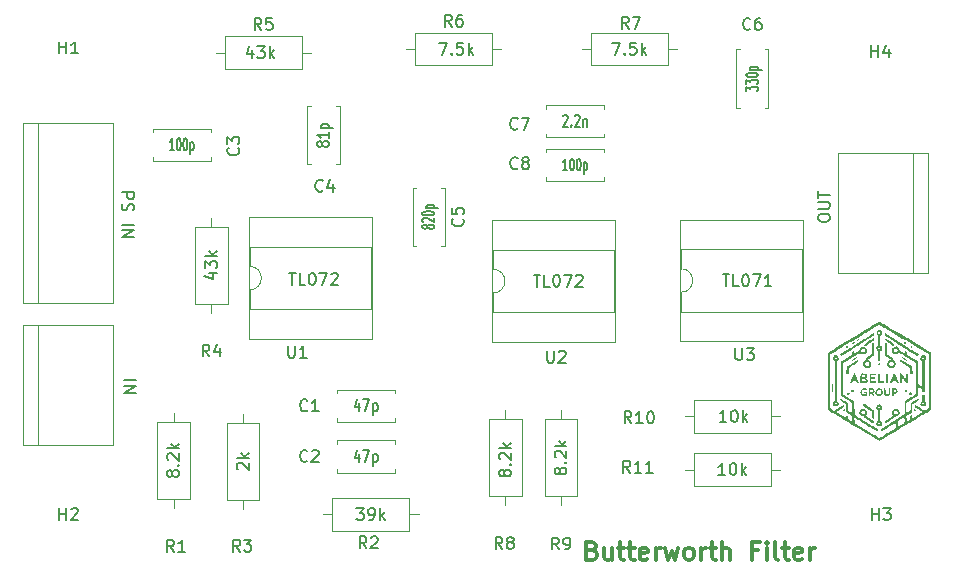
<source format=gbr>
%TF.GenerationSoftware,KiCad,Pcbnew,7.0.1*%
%TF.CreationDate,2024-05-30T20:12:37+02:00*%
%TF.ProjectId,Butterworth,42757474-6572-4776-9f72-74682e6b6963,rev?*%
%TF.SameCoordinates,Original*%
%TF.FileFunction,Legend,Top*%
%TF.FilePolarity,Positive*%
%FSLAX46Y46*%
G04 Gerber Fmt 4.6, Leading zero omitted, Abs format (unit mm)*
G04 Created by KiCad (PCBNEW 7.0.1) date 2024-05-30 20:12:37*
%MOMM*%
%LPD*%
G01*
G04 APERTURE LIST*
%ADD10C,0.150000*%
%ADD11C,0.300000*%
%ADD12C,0.120000*%
G04 APERTURE END LIST*
D10*
X82522380Y-60738095D02*
X83522380Y-60738095D01*
X83522380Y-60738095D02*
X83522380Y-61119047D01*
X83522380Y-61119047D02*
X83474761Y-61214285D01*
X83474761Y-61214285D02*
X83427142Y-61261904D01*
X83427142Y-61261904D02*
X83331904Y-61309523D01*
X83331904Y-61309523D02*
X83189047Y-61309523D01*
X83189047Y-61309523D02*
X83093809Y-61261904D01*
X83093809Y-61261904D02*
X83046190Y-61214285D01*
X83046190Y-61214285D02*
X82998571Y-61119047D01*
X82998571Y-61119047D02*
X82998571Y-60738095D01*
X82570000Y-61690476D02*
X82522380Y-61833333D01*
X82522380Y-61833333D02*
X82522380Y-62071428D01*
X82522380Y-62071428D02*
X82570000Y-62166666D01*
X82570000Y-62166666D02*
X82617619Y-62214285D01*
X82617619Y-62214285D02*
X82712857Y-62261904D01*
X82712857Y-62261904D02*
X82808095Y-62261904D01*
X82808095Y-62261904D02*
X82903333Y-62214285D01*
X82903333Y-62214285D02*
X82950952Y-62166666D01*
X82950952Y-62166666D02*
X82998571Y-62071428D01*
X82998571Y-62071428D02*
X83046190Y-61880952D01*
X83046190Y-61880952D02*
X83093809Y-61785714D01*
X83093809Y-61785714D02*
X83141428Y-61738095D01*
X83141428Y-61738095D02*
X83236666Y-61690476D01*
X83236666Y-61690476D02*
X83331904Y-61690476D01*
X83331904Y-61690476D02*
X83427142Y-61738095D01*
X83427142Y-61738095D02*
X83474761Y-61785714D01*
X83474761Y-61785714D02*
X83522380Y-61880952D01*
X83522380Y-61880952D02*
X83522380Y-62119047D01*
X83522380Y-62119047D02*
X83474761Y-62261904D01*
X82522380Y-63452381D02*
X83522380Y-63452381D01*
X82522380Y-63928571D02*
X83522380Y-63928571D01*
X83522380Y-63928571D02*
X82522380Y-64499999D01*
X82522380Y-64499999D02*
X83522380Y-64499999D01*
X82722380Y-76638095D02*
X83722380Y-76638095D01*
X82722380Y-77114285D02*
X83722380Y-77114285D01*
X83722380Y-77114285D02*
X82722380Y-77685713D01*
X82722380Y-77685713D02*
X83722380Y-77685713D01*
X141477619Y-62971428D02*
X141477619Y-62780952D01*
X141477619Y-62780952D02*
X141525238Y-62685714D01*
X141525238Y-62685714D02*
X141620476Y-62590476D01*
X141620476Y-62590476D02*
X141810952Y-62542857D01*
X141810952Y-62542857D02*
X142144285Y-62542857D01*
X142144285Y-62542857D02*
X142334761Y-62590476D01*
X142334761Y-62590476D02*
X142430000Y-62685714D01*
X142430000Y-62685714D02*
X142477619Y-62780952D01*
X142477619Y-62780952D02*
X142477619Y-62971428D01*
X142477619Y-62971428D02*
X142430000Y-63066666D01*
X142430000Y-63066666D02*
X142334761Y-63161904D01*
X142334761Y-63161904D02*
X142144285Y-63209523D01*
X142144285Y-63209523D02*
X141810952Y-63209523D01*
X141810952Y-63209523D02*
X141620476Y-63161904D01*
X141620476Y-63161904D02*
X141525238Y-63066666D01*
X141525238Y-63066666D02*
X141477619Y-62971428D01*
X141477619Y-62114285D02*
X142287142Y-62114285D01*
X142287142Y-62114285D02*
X142382380Y-62066666D01*
X142382380Y-62066666D02*
X142430000Y-62019047D01*
X142430000Y-62019047D02*
X142477619Y-61923809D01*
X142477619Y-61923809D02*
X142477619Y-61733333D01*
X142477619Y-61733333D02*
X142430000Y-61638095D01*
X142430000Y-61638095D02*
X142382380Y-61590476D01*
X142382380Y-61590476D02*
X142287142Y-61542857D01*
X142287142Y-61542857D02*
X141477619Y-61542857D01*
X141477619Y-61209523D02*
X141477619Y-60638095D01*
X142477619Y-60923809D02*
X141477619Y-60923809D01*
D11*
X122357142Y-91030714D02*
X122571428Y-91102142D01*
X122571428Y-91102142D02*
X122642857Y-91173571D01*
X122642857Y-91173571D02*
X122714285Y-91316428D01*
X122714285Y-91316428D02*
X122714285Y-91530714D01*
X122714285Y-91530714D02*
X122642857Y-91673571D01*
X122642857Y-91673571D02*
X122571428Y-91745000D01*
X122571428Y-91745000D02*
X122428571Y-91816428D01*
X122428571Y-91816428D02*
X121857142Y-91816428D01*
X121857142Y-91816428D02*
X121857142Y-90316428D01*
X121857142Y-90316428D02*
X122357142Y-90316428D01*
X122357142Y-90316428D02*
X122500000Y-90387857D01*
X122500000Y-90387857D02*
X122571428Y-90459285D01*
X122571428Y-90459285D02*
X122642857Y-90602142D01*
X122642857Y-90602142D02*
X122642857Y-90745000D01*
X122642857Y-90745000D02*
X122571428Y-90887857D01*
X122571428Y-90887857D02*
X122500000Y-90959285D01*
X122500000Y-90959285D02*
X122357142Y-91030714D01*
X122357142Y-91030714D02*
X121857142Y-91030714D01*
X124000000Y-90816428D02*
X124000000Y-91816428D01*
X123357142Y-90816428D02*
X123357142Y-91602142D01*
X123357142Y-91602142D02*
X123428571Y-91745000D01*
X123428571Y-91745000D02*
X123571428Y-91816428D01*
X123571428Y-91816428D02*
X123785714Y-91816428D01*
X123785714Y-91816428D02*
X123928571Y-91745000D01*
X123928571Y-91745000D02*
X124000000Y-91673571D01*
X124500000Y-90816428D02*
X125071428Y-90816428D01*
X124714285Y-90316428D02*
X124714285Y-91602142D01*
X124714285Y-91602142D02*
X124785714Y-91745000D01*
X124785714Y-91745000D02*
X124928571Y-91816428D01*
X124928571Y-91816428D02*
X125071428Y-91816428D01*
X125357143Y-90816428D02*
X125928571Y-90816428D01*
X125571428Y-90316428D02*
X125571428Y-91602142D01*
X125571428Y-91602142D02*
X125642857Y-91745000D01*
X125642857Y-91745000D02*
X125785714Y-91816428D01*
X125785714Y-91816428D02*
X125928571Y-91816428D01*
X127000000Y-91745000D02*
X126857143Y-91816428D01*
X126857143Y-91816428D02*
X126571429Y-91816428D01*
X126571429Y-91816428D02*
X126428571Y-91745000D01*
X126428571Y-91745000D02*
X126357143Y-91602142D01*
X126357143Y-91602142D02*
X126357143Y-91030714D01*
X126357143Y-91030714D02*
X126428571Y-90887857D01*
X126428571Y-90887857D02*
X126571429Y-90816428D01*
X126571429Y-90816428D02*
X126857143Y-90816428D01*
X126857143Y-90816428D02*
X127000000Y-90887857D01*
X127000000Y-90887857D02*
X127071429Y-91030714D01*
X127071429Y-91030714D02*
X127071429Y-91173571D01*
X127071429Y-91173571D02*
X126357143Y-91316428D01*
X127714285Y-91816428D02*
X127714285Y-90816428D01*
X127714285Y-91102142D02*
X127785714Y-90959285D01*
X127785714Y-90959285D02*
X127857143Y-90887857D01*
X127857143Y-90887857D02*
X128000000Y-90816428D01*
X128000000Y-90816428D02*
X128142857Y-90816428D01*
X128499999Y-90816428D02*
X128785714Y-91816428D01*
X128785714Y-91816428D02*
X129071428Y-91102142D01*
X129071428Y-91102142D02*
X129357142Y-91816428D01*
X129357142Y-91816428D02*
X129642856Y-90816428D01*
X130428571Y-91816428D02*
X130285714Y-91745000D01*
X130285714Y-91745000D02*
X130214285Y-91673571D01*
X130214285Y-91673571D02*
X130142857Y-91530714D01*
X130142857Y-91530714D02*
X130142857Y-91102142D01*
X130142857Y-91102142D02*
X130214285Y-90959285D01*
X130214285Y-90959285D02*
X130285714Y-90887857D01*
X130285714Y-90887857D02*
X130428571Y-90816428D01*
X130428571Y-90816428D02*
X130642857Y-90816428D01*
X130642857Y-90816428D02*
X130785714Y-90887857D01*
X130785714Y-90887857D02*
X130857143Y-90959285D01*
X130857143Y-90959285D02*
X130928571Y-91102142D01*
X130928571Y-91102142D02*
X130928571Y-91530714D01*
X130928571Y-91530714D02*
X130857143Y-91673571D01*
X130857143Y-91673571D02*
X130785714Y-91745000D01*
X130785714Y-91745000D02*
X130642857Y-91816428D01*
X130642857Y-91816428D02*
X130428571Y-91816428D01*
X131571428Y-91816428D02*
X131571428Y-90816428D01*
X131571428Y-91102142D02*
X131642857Y-90959285D01*
X131642857Y-90959285D02*
X131714286Y-90887857D01*
X131714286Y-90887857D02*
X131857143Y-90816428D01*
X131857143Y-90816428D02*
X132000000Y-90816428D01*
X132285714Y-90816428D02*
X132857142Y-90816428D01*
X132499999Y-90316428D02*
X132499999Y-91602142D01*
X132499999Y-91602142D02*
X132571428Y-91745000D01*
X132571428Y-91745000D02*
X132714285Y-91816428D01*
X132714285Y-91816428D02*
X132857142Y-91816428D01*
X133357142Y-91816428D02*
X133357142Y-90316428D01*
X134000000Y-91816428D02*
X134000000Y-91030714D01*
X134000000Y-91030714D02*
X133928571Y-90887857D01*
X133928571Y-90887857D02*
X133785714Y-90816428D01*
X133785714Y-90816428D02*
X133571428Y-90816428D01*
X133571428Y-90816428D02*
X133428571Y-90887857D01*
X133428571Y-90887857D02*
X133357142Y-90959285D01*
X136357142Y-91030714D02*
X135857142Y-91030714D01*
X135857142Y-91816428D02*
X135857142Y-90316428D01*
X135857142Y-90316428D02*
X136571428Y-90316428D01*
X137142856Y-91816428D02*
X137142856Y-90816428D01*
X137142856Y-90316428D02*
X137071428Y-90387857D01*
X137071428Y-90387857D02*
X137142856Y-90459285D01*
X137142856Y-90459285D02*
X137214285Y-90387857D01*
X137214285Y-90387857D02*
X137142856Y-90316428D01*
X137142856Y-90316428D02*
X137142856Y-90459285D01*
X138071428Y-91816428D02*
X137928571Y-91745000D01*
X137928571Y-91745000D02*
X137857142Y-91602142D01*
X137857142Y-91602142D02*
X137857142Y-90316428D01*
X138428571Y-90816428D02*
X138999999Y-90816428D01*
X138642856Y-90316428D02*
X138642856Y-91602142D01*
X138642856Y-91602142D02*
X138714285Y-91745000D01*
X138714285Y-91745000D02*
X138857142Y-91816428D01*
X138857142Y-91816428D02*
X138999999Y-91816428D01*
X140071428Y-91745000D02*
X139928571Y-91816428D01*
X139928571Y-91816428D02*
X139642857Y-91816428D01*
X139642857Y-91816428D02*
X139499999Y-91745000D01*
X139499999Y-91745000D02*
X139428571Y-91602142D01*
X139428571Y-91602142D02*
X139428571Y-91030714D01*
X139428571Y-91030714D02*
X139499999Y-90887857D01*
X139499999Y-90887857D02*
X139642857Y-90816428D01*
X139642857Y-90816428D02*
X139928571Y-90816428D01*
X139928571Y-90816428D02*
X140071428Y-90887857D01*
X140071428Y-90887857D02*
X140142857Y-91030714D01*
X140142857Y-91030714D02*
X140142857Y-91173571D01*
X140142857Y-91173571D02*
X139428571Y-91316428D01*
X140785713Y-91816428D02*
X140785713Y-90816428D01*
X140785713Y-91102142D02*
X140857142Y-90959285D01*
X140857142Y-90959285D02*
X140928571Y-90887857D01*
X140928571Y-90887857D02*
X141071428Y-90816428D01*
X141071428Y-90816428D02*
X141214285Y-90816428D01*
D10*
%TO.C,C3*%
X92367380Y-56966666D02*
X92415000Y-57014285D01*
X92415000Y-57014285D02*
X92462619Y-57157142D01*
X92462619Y-57157142D02*
X92462619Y-57252380D01*
X92462619Y-57252380D02*
X92415000Y-57395237D01*
X92415000Y-57395237D02*
X92319761Y-57490475D01*
X92319761Y-57490475D02*
X92224523Y-57538094D01*
X92224523Y-57538094D02*
X92034047Y-57585713D01*
X92034047Y-57585713D02*
X91891190Y-57585713D01*
X91891190Y-57585713D02*
X91700714Y-57538094D01*
X91700714Y-57538094D02*
X91605476Y-57490475D01*
X91605476Y-57490475D02*
X91510238Y-57395237D01*
X91510238Y-57395237D02*
X91462619Y-57252380D01*
X91462619Y-57252380D02*
X91462619Y-57157142D01*
X91462619Y-57157142D02*
X91510238Y-57014285D01*
X91510238Y-57014285D02*
X91557857Y-56966666D01*
X91462619Y-56633332D02*
X91462619Y-56014285D01*
X91462619Y-56014285D02*
X91843571Y-56347618D01*
X91843571Y-56347618D02*
X91843571Y-56204761D01*
X91843571Y-56204761D02*
X91891190Y-56109523D01*
X91891190Y-56109523D02*
X91938809Y-56061904D01*
X91938809Y-56061904D02*
X92034047Y-56014285D01*
X92034047Y-56014285D02*
X92272142Y-56014285D01*
X92272142Y-56014285D02*
X92367380Y-56061904D01*
X92367380Y-56061904D02*
X92415000Y-56109523D01*
X92415000Y-56109523D02*
X92462619Y-56204761D01*
X92462619Y-56204761D02*
X92462619Y-56490475D01*
X92462619Y-56490475D02*
X92415000Y-56585713D01*
X92415000Y-56585713D02*
X92367380Y-56633332D01*
X86928570Y-57162619D02*
X86585713Y-57162619D01*
X86757142Y-57162619D02*
X86757142Y-56162619D01*
X86757142Y-56162619D02*
X86699999Y-56305476D01*
X86699999Y-56305476D02*
X86642856Y-56400714D01*
X86642856Y-56400714D02*
X86585713Y-56448333D01*
X87299999Y-56162619D02*
X87357142Y-56162619D01*
X87357142Y-56162619D02*
X87414285Y-56210238D01*
X87414285Y-56210238D02*
X87442857Y-56257857D01*
X87442857Y-56257857D02*
X87471428Y-56353095D01*
X87471428Y-56353095D02*
X87499999Y-56543571D01*
X87499999Y-56543571D02*
X87499999Y-56781666D01*
X87499999Y-56781666D02*
X87471428Y-56972142D01*
X87471428Y-56972142D02*
X87442857Y-57067380D01*
X87442857Y-57067380D02*
X87414285Y-57115000D01*
X87414285Y-57115000D02*
X87357142Y-57162619D01*
X87357142Y-57162619D02*
X87299999Y-57162619D01*
X87299999Y-57162619D02*
X87242857Y-57115000D01*
X87242857Y-57115000D02*
X87214285Y-57067380D01*
X87214285Y-57067380D02*
X87185714Y-56972142D01*
X87185714Y-56972142D02*
X87157142Y-56781666D01*
X87157142Y-56781666D02*
X87157142Y-56543571D01*
X87157142Y-56543571D02*
X87185714Y-56353095D01*
X87185714Y-56353095D02*
X87214285Y-56257857D01*
X87214285Y-56257857D02*
X87242857Y-56210238D01*
X87242857Y-56210238D02*
X87299999Y-56162619D01*
X87871428Y-56162619D02*
X87928571Y-56162619D01*
X87928571Y-56162619D02*
X87985714Y-56210238D01*
X87985714Y-56210238D02*
X88014286Y-56257857D01*
X88014286Y-56257857D02*
X88042857Y-56353095D01*
X88042857Y-56353095D02*
X88071428Y-56543571D01*
X88071428Y-56543571D02*
X88071428Y-56781666D01*
X88071428Y-56781666D02*
X88042857Y-56972142D01*
X88042857Y-56972142D02*
X88014286Y-57067380D01*
X88014286Y-57067380D02*
X87985714Y-57115000D01*
X87985714Y-57115000D02*
X87928571Y-57162619D01*
X87928571Y-57162619D02*
X87871428Y-57162619D01*
X87871428Y-57162619D02*
X87814286Y-57115000D01*
X87814286Y-57115000D02*
X87785714Y-57067380D01*
X87785714Y-57067380D02*
X87757143Y-56972142D01*
X87757143Y-56972142D02*
X87728571Y-56781666D01*
X87728571Y-56781666D02*
X87728571Y-56543571D01*
X87728571Y-56543571D02*
X87757143Y-56353095D01*
X87757143Y-56353095D02*
X87785714Y-56257857D01*
X87785714Y-56257857D02*
X87814286Y-56210238D01*
X87814286Y-56210238D02*
X87871428Y-56162619D01*
X88328572Y-56495952D02*
X88328572Y-57495952D01*
X88328572Y-56543571D02*
X88385715Y-56495952D01*
X88385715Y-56495952D02*
X88500000Y-56495952D01*
X88500000Y-56495952D02*
X88557143Y-56543571D01*
X88557143Y-56543571D02*
X88585715Y-56591190D01*
X88585715Y-56591190D02*
X88614286Y-56686428D01*
X88614286Y-56686428D02*
X88614286Y-56972142D01*
X88614286Y-56972142D02*
X88585715Y-57067380D01*
X88585715Y-57067380D02*
X88557143Y-57115000D01*
X88557143Y-57115000D02*
X88500000Y-57162619D01*
X88500000Y-57162619D02*
X88385715Y-57162619D01*
X88385715Y-57162619D02*
X88328572Y-57115000D01*
%TO.C,C4*%
X99533333Y-60567380D02*
X99485714Y-60615000D01*
X99485714Y-60615000D02*
X99342857Y-60662619D01*
X99342857Y-60662619D02*
X99247619Y-60662619D01*
X99247619Y-60662619D02*
X99104762Y-60615000D01*
X99104762Y-60615000D02*
X99009524Y-60519761D01*
X99009524Y-60519761D02*
X98961905Y-60424523D01*
X98961905Y-60424523D02*
X98914286Y-60234047D01*
X98914286Y-60234047D02*
X98914286Y-60091190D01*
X98914286Y-60091190D02*
X98961905Y-59900714D01*
X98961905Y-59900714D02*
X99009524Y-59805476D01*
X99009524Y-59805476D02*
X99104762Y-59710238D01*
X99104762Y-59710238D02*
X99247619Y-59662619D01*
X99247619Y-59662619D02*
X99342857Y-59662619D01*
X99342857Y-59662619D02*
X99485714Y-59710238D01*
X99485714Y-59710238D02*
X99533333Y-59757857D01*
X100390476Y-59995952D02*
X100390476Y-60662619D01*
X100152381Y-59615000D02*
X99914286Y-60329285D01*
X99914286Y-60329285D02*
X100533333Y-60329285D01*
X99491190Y-56719048D02*
X99443571Y-56795238D01*
X99443571Y-56795238D02*
X99395952Y-56833333D01*
X99395952Y-56833333D02*
X99300714Y-56871429D01*
X99300714Y-56871429D02*
X99253095Y-56871429D01*
X99253095Y-56871429D02*
X99157857Y-56833333D01*
X99157857Y-56833333D02*
X99110238Y-56795238D01*
X99110238Y-56795238D02*
X99062619Y-56719048D01*
X99062619Y-56719048D02*
X99062619Y-56566667D01*
X99062619Y-56566667D02*
X99110238Y-56490476D01*
X99110238Y-56490476D02*
X99157857Y-56452381D01*
X99157857Y-56452381D02*
X99253095Y-56414286D01*
X99253095Y-56414286D02*
X99300714Y-56414286D01*
X99300714Y-56414286D02*
X99395952Y-56452381D01*
X99395952Y-56452381D02*
X99443571Y-56490476D01*
X99443571Y-56490476D02*
X99491190Y-56566667D01*
X99491190Y-56566667D02*
X99491190Y-56719048D01*
X99491190Y-56719048D02*
X99538809Y-56795238D01*
X99538809Y-56795238D02*
X99586428Y-56833333D01*
X99586428Y-56833333D02*
X99681666Y-56871429D01*
X99681666Y-56871429D02*
X99872142Y-56871429D01*
X99872142Y-56871429D02*
X99967380Y-56833333D01*
X99967380Y-56833333D02*
X100015000Y-56795238D01*
X100015000Y-56795238D02*
X100062619Y-56719048D01*
X100062619Y-56719048D02*
X100062619Y-56566667D01*
X100062619Y-56566667D02*
X100015000Y-56490476D01*
X100015000Y-56490476D02*
X99967380Y-56452381D01*
X99967380Y-56452381D02*
X99872142Y-56414286D01*
X99872142Y-56414286D02*
X99681666Y-56414286D01*
X99681666Y-56414286D02*
X99586428Y-56452381D01*
X99586428Y-56452381D02*
X99538809Y-56490476D01*
X99538809Y-56490476D02*
X99491190Y-56566667D01*
X100062619Y-55652381D02*
X100062619Y-56109524D01*
X100062619Y-55880952D02*
X99062619Y-55880952D01*
X99062619Y-55880952D02*
X99205476Y-55957143D01*
X99205476Y-55957143D02*
X99300714Y-56033333D01*
X99300714Y-56033333D02*
X99348333Y-56109524D01*
X99395952Y-55309523D02*
X100395952Y-55309523D01*
X99443571Y-55309523D02*
X99395952Y-55233333D01*
X99395952Y-55233333D02*
X99395952Y-55080952D01*
X99395952Y-55080952D02*
X99443571Y-55004761D01*
X99443571Y-55004761D02*
X99491190Y-54966666D01*
X99491190Y-54966666D02*
X99586428Y-54928571D01*
X99586428Y-54928571D02*
X99872142Y-54928571D01*
X99872142Y-54928571D02*
X99967380Y-54966666D01*
X99967380Y-54966666D02*
X100015000Y-55004761D01*
X100015000Y-55004761D02*
X100062619Y-55080952D01*
X100062619Y-55080952D02*
X100062619Y-55233333D01*
X100062619Y-55233333D02*
X100015000Y-55309523D01*
%TO.C,C7*%
X116033333Y-55317380D02*
X115985714Y-55365000D01*
X115985714Y-55365000D02*
X115842857Y-55412619D01*
X115842857Y-55412619D02*
X115747619Y-55412619D01*
X115747619Y-55412619D02*
X115604762Y-55365000D01*
X115604762Y-55365000D02*
X115509524Y-55269761D01*
X115509524Y-55269761D02*
X115461905Y-55174523D01*
X115461905Y-55174523D02*
X115414286Y-54984047D01*
X115414286Y-54984047D02*
X115414286Y-54841190D01*
X115414286Y-54841190D02*
X115461905Y-54650714D01*
X115461905Y-54650714D02*
X115509524Y-54555476D01*
X115509524Y-54555476D02*
X115604762Y-54460238D01*
X115604762Y-54460238D02*
X115747619Y-54412619D01*
X115747619Y-54412619D02*
X115842857Y-54412619D01*
X115842857Y-54412619D02*
X115985714Y-54460238D01*
X115985714Y-54460238D02*
X116033333Y-54507857D01*
X116366667Y-54412619D02*
X117033333Y-54412619D01*
X117033333Y-54412619D02*
X116604762Y-55412619D01*
X119883333Y-54257857D02*
X119916666Y-54210238D01*
X119916666Y-54210238D02*
X119983333Y-54162619D01*
X119983333Y-54162619D02*
X120150000Y-54162619D01*
X120150000Y-54162619D02*
X120216666Y-54210238D01*
X120216666Y-54210238D02*
X120250000Y-54257857D01*
X120250000Y-54257857D02*
X120283333Y-54353095D01*
X120283333Y-54353095D02*
X120283333Y-54448333D01*
X120283333Y-54448333D02*
X120250000Y-54591190D01*
X120250000Y-54591190D02*
X119850000Y-55162619D01*
X119850000Y-55162619D02*
X120283333Y-55162619D01*
X120583333Y-55067380D02*
X120616667Y-55115000D01*
X120616667Y-55115000D02*
X120583333Y-55162619D01*
X120583333Y-55162619D02*
X120550000Y-55115000D01*
X120550000Y-55115000D02*
X120583333Y-55067380D01*
X120583333Y-55067380D02*
X120583333Y-55162619D01*
X120883333Y-54257857D02*
X120916666Y-54210238D01*
X120916666Y-54210238D02*
X120983333Y-54162619D01*
X120983333Y-54162619D02*
X121150000Y-54162619D01*
X121150000Y-54162619D02*
X121216666Y-54210238D01*
X121216666Y-54210238D02*
X121250000Y-54257857D01*
X121250000Y-54257857D02*
X121283333Y-54353095D01*
X121283333Y-54353095D02*
X121283333Y-54448333D01*
X121283333Y-54448333D02*
X121250000Y-54591190D01*
X121250000Y-54591190D02*
X120850000Y-55162619D01*
X120850000Y-55162619D02*
X121283333Y-55162619D01*
X121583333Y-54495952D02*
X121583333Y-55162619D01*
X121583333Y-54591190D02*
X121616667Y-54543571D01*
X121616667Y-54543571D02*
X121683333Y-54495952D01*
X121683333Y-54495952D02*
X121783333Y-54495952D01*
X121783333Y-54495952D02*
X121850000Y-54543571D01*
X121850000Y-54543571D02*
X121883333Y-54638809D01*
X121883333Y-54638809D02*
X121883333Y-55162619D01*
%TO.C,R5*%
X94333333Y-46962619D02*
X94000000Y-46486428D01*
X93761905Y-46962619D02*
X93761905Y-45962619D01*
X93761905Y-45962619D02*
X94142857Y-45962619D01*
X94142857Y-45962619D02*
X94238095Y-46010238D01*
X94238095Y-46010238D02*
X94285714Y-46057857D01*
X94285714Y-46057857D02*
X94333333Y-46153095D01*
X94333333Y-46153095D02*
X94333333Y-46295952D01*
X94333333Y-46295952D02*
X94285714Y-46391190D01*
X94285714Y-46391190D02*
X94238095Y-46438809D01*
X94238095Y-46438809D02*
X94142857Y-46486428D01*
X94142857Y-46486428D02*
X93761905Y-46486428D01*
X95238095Y-45962619D02*
X94761905Y-45962619D01*
X94761905Y-45962619D02*
X94714286Y-46438809D01*
X94714286Y-46438809D02*
X94761905Y-46391190D01*
X94761905Y-46391190D02*
X94857143Y-46343571D01*
X94857143Y-46343571D02*
X95095238Y-46343571D01*
X95095238Y-46343571D02*
X95190476Y-46391190D01*
X95190476Y-46391190D02*
X95238095Y-46438809D01*
X95238095Y-46438809D02*
X95285714Y-46534047D01*
X95285714Y-46534047D02*
X95285714Y-46772142D01*
X95285714Y-46772142D02*
X95238095Y-46867380D01*
X95238095Y-46867380D02*
X95190476Y-46915000D01*
X95190476Y-46915000D02*
X95095238Y-46962619D01*
X95095238Y-46962619D02*
X94857143Y-46962619D01*
X94857143Y-46962619D02*
X94761905Y-46915000D01*
X94761905Y-46915000D02*
X94714286Y-46867380D01*
X93559523Y-48695952D02*
X93559523Y-49362619D01*
X93321428Y-48315000D02*
X93083333Y-49029285D01*
X93083333Y-49029285D02*
X93702380Y-49029285D01*
X93988095Y-48362619D02*
X94607142Y-48362619D01*
X94607142Y-48362619D02*
X94273809Y-48743571D01*
X94273809Y-48743571D02*
X94416666Y-48743571D01*
X94416666Y-48743571D02*
X94511904Y-48791190D01*
X94511904Y-48791190D02*
X94559523Y-48838809D01*
X94559523Y-48838809D02*
X94607142Y-48934047D01*
X94607142Y-48934047D02*
X94607142Y-49172142D01*
X94607142Y-49172142D02*
X94559523Y-49267380D01*
X94559523Y-49267380D02*
X94511904Y-49315000D01*
X94511904Y-49315000D02*
X94416666Y-49362619D01*
X94416666Y-49362619D02*
X94130952Y-49362619D01*
X94130952Y-49362619D02*
X94035714Y-49315000D01*
X94035714Y-49315000D02*
X93988095Y-49267380D01*
X95035714Y-49362619D02*
X95035714Y-48362619D01*
X95130952Y-48981666D02*
X95416666Y-49362619D01*
X95416666Y-48695952D02*
X95035714Y-49076904D01*
%TO.C,R11*%
X125557142Y-84462619D02*
X125223809Y-83986428D01*
X124985714Y-84462619D02*
X124985714Y-83462619D01*
X124985714Y-83462619D02*
X125366666Y-83462619D01*
X125366666Y-83462619D02*
X125461904Y-83510238D01*
X125461904Y-83510238D02*
X125509523Y-83557857D01*
X125509523Y-83557857D02*
X125557142Y-83653095D01*
X125557142Y-83653095D02*
X125557142Y-83795952D01*
X125557142Y-83795952D02*
X125509523Y-83891190D01*
X125509523Y-83891190D02*
X125461904Y-83938809D01*
X125461904Y-83938809D02*
X125366666Y-83986428D01*
X125366666Y-83986428D02*
X124985714Y-83986428D01*
X126509523Y-84462619D02*
X125938095Y-84462619D01*
X126223809Y-84462619D02*
X126223809Y-83462619D01*
X126223809Y-83462619D02*
X126128571Y-83605476D01*
X126128571Y-83605476D02*
X126033333Y-83700714D01*
X126033333Y-83700714D02*
X125938095Y-83748333D01*
X127461904Y-84462619D02*
X126890476Y-84462619D01*
X127176190Y-84462619D02*
X127176190Y-83462619D01*
X127176190Y-83462619D02*
X127080952Y-83605476D01*
X127080952Y-83605476D02*
X126985714Y-83700714D01*
X126985714Y-83700714D02*
X126890476Y-83748333D01*
X133604761Y-84662619D02*
X133033333Y-84662619D01*
X133319047Y-84662619D02*
X133319047Y-83662619D01*
X133319047Y-83662619D02*
X133223809Y-83805476D01*
X133223809Y-83805476D02*
X133128571Y-83900714D01*
X133128571Y-83900714D02*
X133033333Y-83948333D01*
X134223809Y-83662619D02*
X134319047Y-83662619D01*
X134319047Y-83662619D02*
X134414285Y-83710238D01*
X134414285Y-83710238D02*
X134461904Y-83757857D01*
X134461904Y-83757857D02*
X134509523Y-83853095D01*
X134509523Y-83853095D02*
X134557142Y-84043571D01*
X134557142Y-84043571D02*
X134557142Y-84281666D01*
X134557142Y-84281666D02*
X134509523Y-84472142D01*
X134509523Y-84472142D02*
X134461904Y-84567380D01*
X134461904Y-84567380D02*
X134414285Y-84615000D01*
X134414285Y-84615000D02*
X134319047Y-84662619D01*
X134319047Y-84662619D02*
X134223809Y-84662619D01*
X134223809Y-84662619D02*
X134128571Y-84615000D01*
X134128571Y-84615000D02*
X134080952Y-84567380D01*
X134080952Y-84567380D02*
X134033333Y-84472142D01*
X134033333Y-84472142D02*
X133985714Y-84281666D01*
X133985714Y-84281666D02*
X133985714Y-84043571D01*
X133985714Y-84043571D02*
X134033333Y-83853095D01*
X134033333Y-83853095D02*
X134080952Y-83757857D01*
X134080952Y-83757857D02*
X134128571Y-83710238D01*
X134128571Y-83710238D02*
X134223809Y-83662619D01*
X134985714Y-84662619D02*
X134985714Y-83662619D01*
X135080952Y-84281666D02*
X135366666Y-84662619D01*
X135366666Y-83995952D02*
X134985714Y-84376904D01*
%TO.C,U2*%
X118518095Y-74142619D02*
X118518095Y-74952142D01*
X118518095Y-74952142D02*
X118565714Y-75047380D01*
X118565714Y-75047380D02*
X118613333Y-75095000D01*
X118613333Y-75095000D02*
X118708571Y-75142619D01*
X118708571Y-75142619D02*
X118899047Y-75142619D01*
X118899047Y-75142619D02*
X118994285Y-75095000D01*
X118994285Y-75095000D02*
X119041904Y-75047380D01*
X119041904Y-75047380D02*
X119089523Y-74952142D01*
X119089523Y-74952142D02*
X119089523Y-74142619D01*
X119518095Y-74237857D02*
X119565714Y-74190238D01*
X119565714Y-74190238D02*
X119660952Y-74142619D01*
X119660952Y-74142619D02*
X119899047Y-74142619D01*
X119899047Y-74142619D02*
X119994285Y-74190238D01*
X119994285Y-74190238D02*
X120041904Y-74237857D01*
X120041904Y-74237857D02*
X120089523Y-74333095D01*
X120089523Y-74333095D02*
X120089523Y-74428333D01*
X120089523Y-74428333D02*
X120041904Y-74571190D01*
X120041904Y-74571190D02*
X119470476Y-75142619D01*
X119470476Y-75142619D02*
X120089523Y-75142619D01*
X117380952Y-67702619D02*
X117952380Y-67702619D01*
X117666666Y-68702619D02*
X117666666Y-67702619D01*
X118761904Y-68702619D02*
X118285714Y-68702619D01*
X118285714Y-68702619D02*
X118285714Y-67702619D01*
X119285714Y-67702619D02*
X119380952Y-67702619D01*
X119380952Y-67702619D02*
X119476190Y-67750238D01*
X119476190Y-67750238D02*
X119523809Y-67797857D01*
X119523809Y-67797857D02*
X119571428Y-67893095D01*
X119571428Y-67893095D02*
X119619047Y-68083571D01*
X119619047Y-68083571D02*
X119619047Y-68321666D01*
X119619047Y-68321666D02*
X119571428Y-68512142D01*
X119571428Y-68512142D02*
X119523809Y-68607380D01*
X119523809Y-68607380D02*
X119476190Y-68655000D01*
X119476190Y-68655000D02*
X119380952Y-68702619D01*
X119380952Y-68702619D02*
X119285714Y-68702619D01*
X119285714Y-68702619D02*
X119190476Y-68655000D01*
X119190476Y-68655000D02*
X119142857Y-68607380D01*
X119142857Y-68607380D02*
X119095238Y-68512142D01*
X119095238Y-68512142D02*
X119047619Y-68321666D01*
X119047619Y-68321666D02*
X119047619Y-68083571D01*
X119047619Y-68083571D02*
X119095238Y-67893095D01*
X119095238Y-67893095D02*
X119142857Y-67797857D01*
X119142857Y-67797857D02*
X119190476Y-67750238D01*
X119190476Y-67750238D02*
X119285714Y-67702619D01*
X119952381Y-67702619D02*
X120619047Y-67702619D01*
X120619047Y-67702619D02*
X120190476Y-68702619D01*
X120952381Y-67797857D02*
X121000000Y-67750238D01*
X121000000Y-67750238D02*
X121095238Y-67702619D01*
X121095238Y-67702619D02*
X121333333Y-67702619D01*
X121333333Y-67702619D02*
X121428571Y-67750238D01*
X121428571Y-67750238D02*
X121476190Y-67797857D01*
X121476190Y-67797857D02*
X121523809Y-67893095D01*
X121523809Y-67893095D02*
X121523809Y-67988333D01*
X121523809Y-67988333D02*
X121476190Y-68131190D01*
X121476190Y-68131190D02*
X120904762Y-68702619D01*
X120904762Y-68702619D02*
X121523809Y-68702619D01*
%TO.C,C2*%
X98233333Y-83467380D02*
X98185714Y-83515000D01*
X98185714Y-83515000D02*
X98042857Y-83562619D01*
X98042857Y-83562619D02*
X97947619Y-83562619D01*
X97947619Y-83562619D02*
X97804762Y-83515000D01*
X97804762Y-83515000D02*
X97709524Y-83419761D01*
X97709524Y-83419761D02*
X97661905Y-83324523D01*
X97661905Y-83324523D02*
X97614286Y-83134047D01*
X97614286Y-83134047D02*
X97614286Y-82991190D01*
X97614286Y-82991190D02*
X97661905Y-82800714D01*
X97661905Y-82800714D02*
X97709524Y-82705476D01*
X97709524Y-82705476D02*
X97804762Y-82610238D01*
X97804762Y-82610238D02*
X97947619Y-82562619D01*
X97947619Y-82562619D02*
X98042857Y-82562619D01*
X98042857Y-82562619D02*
X98185714Y-82610238D01*
X98185714Y-82610238D02*
X98233333Y-82657857D01*
X98614286Y-82657857D02*
X98661905Y-82610238D01*
X98661905Y-82610238D02*
X98757143Y-82562619D01*
X98757143Y-82562619D02*
X98995238Y-82562619D01*
X98995238Y-82562619D02*
X99090476Y-82610238D01*
X99090476Y-82610238D02*
X99138095Y-82657857D01*
X99138095Y-82657857D02*
X99185714Y-82753095D01*
X99185714Y-82753095D02*
X99185714Y-82848333D01*
X99185714Y-82848333D02*
X99138095Y-82991190D01*
X99138095Y-82991190D02*
X98566667Y-83562619D01*
X98566667Y-83562619D02*
X99185714Y-83562619D01*
X102609523Y-82895952D02*
X102609523Y-83562619D01*
X102419047Y-82515000D02*
X102228570Y-83229285D01*
X102228570Y-83229285D02*
X102723809Y-83229285D01*
X102952380Y-82562619D02*
X103485714Y-82562619D01*
X103485714Y-82562619D02*
X103142856Y-83562619D01*
X103790476Y-82895952D02*
X103790476Y-83895952D01*
X103790476Y-82943571D02*
X103866666Y-82895952D01*
X103866666Y-82895952D02*
X104019047Y-82895952D01*
X104019047Y-82895952D02*
X104095238Y-82943571D01*
X104095238Y-82943571D02*
X104133333Y-82991190D01*
X104133333Y-82991190D02*
X104171428Y-83086428D01*
X104171428Y-83086428D02*
X104171428Y-83372142D01*
X104171428Y-83372142D02*
X104133333Y-83467380D01*
X104133333Y-83467380D02*
X104095238Y-83515000D01*
X104095238Y-83515000D02*
X104019047Y-83562619D01*
X104019047Y-83562619D02*
X103866666Y-83562619D01*
X103866666Y-83562619D02*
X103790476Y-83515000D01*
%TO.C,C5*%
X111367380Y-62966666D02*
X111415000Y-63014285D01*
X111415000Y-63014285D02*
X111462619Y-63157142D01*
X111462619Y-63157142D02*
X111462619Y-63252380D01*
X111462619Y-63252380D02*
X111415000Y-63395237D01*
X111415000Y-63395237D02*
X111319761Y-63490475D01*
X111319761Y-63490475D02*
X111224523Y-63538094D01*
X111224523Y-63538094D02*
X111034047Y-63585713D01*
X111034047Y-63585713D02*
X110891190Y-63585713D01*
X110891190Y-63585713D02*
X110700714Y-63538094D01*
X110700714Y-63538094D02*
X110605476Y-63490475D01*
X110605476Y-63490475D02*
X110510238Y-63395237D01*
X110510238Y-63395237D02*
X110462619Y-63252380D01*
X110462619Y-63252380D02*
X110462619Y-63157142D01*
X110462619Y-63157142D02*
X110510238Y-63014285D01*
X110510238Y-63014285D02*
X110557857Y-62966666D01*
X110462619Y-62061904D02*
X110462619Y-62538094D01*
X110462619Y-62538094D02*
X110938809Y-62585713D01*
X110938809Y-62585713D02*
X110891190Y-62538094D01*
X110891190Y-62538094D02*
X110843571Y-62442856D01*
X110843571Y-62442856D02*
X110843571Y-62204761D01*
X110843571Y-62204761D02*
X110891190Y-62109523D01*
X110891190Y-62109523D02*
X110938809Y-62061904D01*
X110938809Y-62061904D02*
X111034047Y-62014285D01*
X111034047Y-62014285D02*
X111272142Y-62014285D01*
X111272142Y-62014285D02*
X111367380Y-62061904D01*
X111367380Y-62061904D02*
X111415000Y-62109523D01*
X111415000Y-62109523D02*
X111462619Y-62204761D01*
X111462619Y-62204761D02*
X111462619Y-62442856D01*
X111462619Y-62442856D02*
X111415000Y-62538094D01*
X111415000Y-62538094D02*
X111367380Y-62585713D01*
X108391190Y-63700000D02*
X108343571Y-63757143D01*
X108343571Y-63757143D02*
X108295952Y-63785714D01*
X108295952Y-63785714D02*
X108200714Y-63814286D01*
X108200714Y-63814286D02*
X108153095Y-63814286D01*
X108153095Y-63814286D02*
X108057857Y-63785714D01*
X108057857Y-63785714D02*
X108010238Y-63757143D01*
X108010238Y-63757143D02*
X107962619Y-63700000D01*
X107962619Y-63700000D02*
X107962619Y-63585714D01*
X107962619Y-63585714D02*
X108010238Y-63528572D01*
X108010238Y-63528572D02*
X108057857Y-63500000D01*
X108057857Y-63500000D02*
X108153095Y-63471429D01*
X108153095Y-63471429D02*
X108200714Y-63471429D01*
X108200714Y-63471429D02*
X108295952Y-63500000D01*
X108295952Y-63500000D02*
X108343571Y-63528572D01*
X108343571Y-63528572D02*
X108391190Y-63585714D01*
X108391190Y-63585714D02*
X108391190Y-63700000D01*
X108391190Y-63700000D02*
X108438809Y-63757143D01*
X108438809Y-63757143D02*
X108486428Y-63785714D01*
X108486428Y-63785714D02*
X108581666Y-63814286D01*
X108581666Y-63814286D02*
X108772142Y-63814286D01*
X108772142Y-63814286D02*
X108867380Y-63785714D01*
X108867380Y-63785714D02*
X108915000Y-63757143D01*
X108915000Y-63757143D02*
X108962619Y-63700000D01*
X108962619Y-63700000D02*
X108962619Y-63585714D01*
X108962619Y-63585714D02*
X108915000Y-63528572D01*
X108915000Y-63528572D02*
X108867380Y-63500000D01*
X108867380Y-63500000D02*
X108772142Y-63471429D01*
X108772142Y-63471429D02*
X108581666Y-63471429D01*
X108581666Y-63471429D02*
X108486428Y-63500000D01*
X108486428Y-63500000D02*
X108438809Y-63528572D01*
X108438809Y-63528572D02*
X108391190Y-63585714D01*
X108057857Y-63242857D02*
X108010238Y-63214285D01*
X108010238Y-63214285D02*
X107962619Y-63157143D01*
X107962619Y-63157143D02*
X107962619Y-63014285D01*
X107962619Y-63014285D02*
X108010238Y-62957143D01*
X108010238Y-62957143D02*
X108057857Y-62928571D01*
X108057857Y-62928571D02*
X108153095Y-62900000D01*
X108153095Y-62900000D02*
X108248333Y-62900000D01*
X108248333Y-62900000D02*
X108391190Y-62928571D01*
X108391190Y-62928571D02*
X108962619Y-63271428D01*
X108962619Y-63271428D02*
X108962619Y-62900000D01*
X107962619Y-62528571D02*
X107962619Y-62471428D01*
X107962619Y-62471428D02*
X108010238Y-62414285D01*
X108010238Y-62414285D02*
X108057857Y-62385714D01*
X108057857Y-62385714D02*
X108153095Y-62357142D01*
X108153095Y-62357142D02*
X108343571Y-62328571D01*
X108343571Y-62328571D02*
X108581666Y-62328571D01*
X108581666Y-62328571D02*
X108772142Y-62357142D01*
X108772142Y-62357142D02*
X108867380Y-62385714D01*
X108867380Y-62385714D02*
X108915000Y-62414285D01*
X108915000Y-62414285D02*
X108962619Y-62471428D01*
X108962619Y-62471428D02*
X108962619Y-62528571D01*
X108962619Y-62528571D02*
X108915000Y-62585714D01*
X108915000Y-62585714D02*
X108867380Y-62614285D01*
X108867380Y-62614285D02*
X108772142Y-62642856D01*
X108772142Y-62642856D02*
X108581666Y-62671428D01*
X108581666Y-62671428D02*
X108343571Y-62671428D01*
X108343571Y-62671428D02*
X108153095Y-62642856D01*
X108153095Y-62642856D02*
X108057857Y-62614285D01*
X108057857Y-62614285D02*
X108010238Y-62585714D01*
X108010238Y-62585714D02*
X107962619Y-62528571D01*
X108295952Y-62071427D02*
X109295952Y-62071427D01*
X108343571Y-62071427D02*
X108295952Y-62014285D01*
X108295952Y-62014285D02*
X108295952Y-61899999D01*
X108295952Y-61899999D02*
X108343571Y-61842856D01*
X108343571Y-61842856D02*
X108391190Y-61814285D01*
X108391190Y-61814285D02*
X108486428Y-61785713D01*
X108486428Y-61785713D02*
X108772142Y-61785713D01*
X108772142Y-61785713D02*
X108867380Y-61814285D01*
X108867380Y-61814285D02*
X108915000Y-61842856D01*
X108915000Y-61842856D02*
X108962619Y-61899999D01*
X108962619Y-61899999D02*
X108962619Y-62014285D01*
X108962619Y-62014285D02*
X108915000Y-62071427D01*
%TO.C,R7*%
X124047619Y-48062619D02*
X124714285Y-48062619D01*
X124714285Y-48062619D02*
X124285714Y-49062619D01*
X125095238Y-48967380D02*
X125142857Y-49015000D01*
X125142857Y-49015000D02*
X125095238Y-49062619D01*
X125095238Y-49062619D02*
X125047619Y-49015000D01*
X125047619Y-49015000D02*
X125095238Y-48967380D01*
X125095238Y-48967380D02*
X125095238Y-49062619D01*
X126047618Y-48062619D02*
X125571428Y-48062619D01*
X125571428Y-48062619D02*
X125523809Y-48538809D01*
X125523809Y-48538809D02*
X125571428Y-48491190D01*
X125571428Y-48491190D02*
X125666666Y-48443571D01*
X125666666Y-48443571D02*
X125904761Y-48443571D01*
X125904761Y-48443571D02*
X125999999Y-48491190D01*
X125999999Y-48491190D02*
X126047618Y-48538809D01*
X126047618Y-48538809D02*
X126095237Y-48634047D01*
X126095237Y-48634047D02*
X126095237Y-48872142D01*
X126095237Y-48872142D02*
X126047618Y-48967380D01*
X126047618Y-48967380D02*
X125999999Y-49015000D01*
X125999999Y-49015000D02*
X125904761Y-49062619D01*
X125904761Y-49062619D02*
X125666666Y-49062619D01*
X125666666Y-49062619D02*
X125571428Y-49015000D01*
X125571428Y-49015000D02*
X125523809Y-48967380D01*
X126523809Y-49062619D02*
X126523809Y-48062619D01*
X126619047Y-48681666D02*
X126904761Y-49062619D01*
X126904761Y-48395952D02*
X126523809Y-48776904D01*
X125433333Y-46862619D02*
X125100000Y-46386428D01*
X124861905Y-46862619D02*
X124861905Y-45862619D01*
X124861905Y-45862619D02*
X125242857Y-45862619D01*
X125242857Y-45862619D02*
X125338095Y-45910238D01*
X125338095Y-45910238D02*
X125385714Y-45957857D01*
X125385714Y-45957857D02*
X125433333Y-46053095D01*
X125433333Y-46053095D02*
X125433333Y-46195952D01*
X125433333Y-46195952D02*
X125385714Y-46291190D01*
X125385714Y-46291190D02*
X125338095Y-46338809D01*
X125338095Y-46338809D02*
X125242857Y-46386428D01*
X125242857Y-46386428D02*
X124861905Y-46386428D01*
X125766667Y-45862619D02*
X126433333Y-45862619D01*
X126433333Y-45862619D02*
X126004762Y-46862619D01*
%TO.C,H3*%
X146038095Y-88462619D02*
X146038095Y-87462619D01*
X146038095Y-87938809D02*
X146609523Y-87938809D01*
X146609523Y-88462619D02*
X146609523Y-87462619D01*
X146990476Y-87462619D02*
X147609523Y-87462619D01*
X147609523Y-87462619D02*
X147276190Y-87843571D01*
X147276190Y-87843571D02*
X147419047Y-87843571D01*
X147419047Y-87843571D02*
X147514285Y-87891190D01*
X147514285Y-87891190D02*
X147561904Y-87938809D01*
X147561904Y-87938809D02*
X147609523Y-88034047D01*
X147609523Y-88034047D02*
X147609523Y-88272142D01*
X147609523Y-88272142D02*
X147561904Y-88367380D01*
X147561904Y-88367380D02*
X147514285Y-88415000D01*
X147514285Y-88415000D02*
X147419047Y-88462619D01*
X147419047Y-88462619D02*
X147133333Y-88462619D01*
X147133333Y-88462619D02*
X147038095Y-88415000D01*
X147038095Y-88415000D02*
X146990476Y-88367380D01*
%TO.C,R4*%
X89933333Y-74612619D02*
X89600000Y-74136428D01*
X89361905Y-74612619D02*
X89361905Y-73612619D01*
X89361905Y-73612619D02*
X89742857Y-73612619D01*
X89742857Y-73612619D02*
X89838095Y-73660238D01*
X89838095Y-73660238D02*
X89885714Y-73707857D01*
X89885714Y-73707857D02*
X89933333Y-73803095D01*
X89933333Y-73803095D02*
X89933333Y-73945952D01*
X89933333Y-73945952D02*
X89885714Y-74041190D01*
X89885714Y-74041190D02*
X89838095Y-74088809D01*
X89838095Y-74088809D02*
X89742857Y-74136428D01*
X89742857Y-74136428D02*
X89361905Y-74136428D01*
X90790476Y-73945952D02*
X90790476Y-74612619D01*
X90552381Y-73565000D02*
X90314286Y-74279285D01*
X90314286Y-74279285D02*
X90933333Y-74279285D01*
X89895952Y-67590476D02*
X90562619Y-67590476D01*
X89515000Y-67828571D02*
X90229285Y-68066666D01*
X90229285Y-68066666D02*
X90229285Y-67447619D01*
X89562619Y-67161904D02*
X89562619Y-66542857D01*
X89562619Y-66542857D02*
X89943571Y-66876190D01*
X89943571Y-66876190D02*
X89943571Y-66733333D01*
X89943571Y-66733333D02*
X89991190Y-66638095D01*
X89991190Y-66638095D02*
X90038809Y-66590476D01*
X90038809Y-66590476D02*
X90134047Y-66542857D01*
X90134047Y-66542857D02*
X90372142Y-66542857D01*
X90372142Y-66542857D02*
X90467380Y-66590476D01*
X90467380Y-66590476D02*
X90515000Y-66638095D01*
X90515000Y-66638095D02*
X90562619Y-66733333D01*
X90562619Y-66733333D02*
X90562619Y-67019047D01*
X90562619Y-67019047D02*
X90515000Y-67114285D01*
X90515000Y-67114285D02*
X90467380Y-67161904D01*
X90562619Y-66114285D02*
X89562619Y-66114285D01*
X90181666Y-66019047D02*
X90562619Y-65733333D01*
X89895952Y-65733333D02*
X90276904Y-66114285D01*
%TO.C,C6*%
X135733333Y-46867380D02*
X135685714Y-46915000D01*
X135685714Y-46915000D02*
X135542857Y-46962619D01*
X135542857Y-46962619D02*
X135447619Y-46962619D01*
X135447619Y-46962619D02*
X135304762Y-46915000D01*
X135304762Y-46915000D02*
X135209524Y-46819761D01*
X135209524Y-46819761D02*
X135161905Y-46724523D01*
X135161905Y-46724523D02*
X135114286Y-46534047D01*
X135114286Y-46534047D02*
X135114286Y-46391190D01*
X135114286Y-46391190D02*
X135161905Y-46200714D01*
X135161905Y-46200714D02*
X135209524Y-46105476D01*
X135209524Y-46105476D02*
X135304762Y-46010238D01*
X135304762Y-46010238D02*
X135447619Y-45962619D01*
X135447619Y-45962619D02*
X135542857Y-45962619D01*
X135542857Y-45962619D02*
X135685714Y-46010238D01*
X135685714Y-46010238D02*
X135733333Y-46057857D01*
X136590476Y-45962619D02*
X136400000Y-45962619D01*
X136400000Y-45962619D02*
X136304762Y-46010238D01*
X136304762Y-46010238D02*
X136257143Y-46057857D01*
X136257143Y-46057857D02*
X136161905Y-46200714D01*
X136161905Y-46200714D02*
X136114286Y-46391190D01*
X136114286Y-46391190D02*
X136114286Y-46772142D01*
X136114286Y-46772142D02*
X136161905Y-46867380D01*
X136161905Y-46867380D02*
X136209524Y-46915000D01*
X136209524Y-46915000D02*
X136304762Y-46962619D01*
X136304762Y-46962619D02*
X136495238Y-46962619D01*
X136495238Y-46962619D02*
X136590476Y-46915000D01*
X136590476Y-46915000D02*
X136638095Y-46867380D01*
X136638095Y-46867380D02*
X136685714Y-46772142D01*
X136685714Y-46772142D02*
X136685714Y-46534047D01*
X136685714Y-46534047D02*
X136638095Y-46438809D01*
X136638095Y-46438809D02*
X136590476Y-46391190D01*
X136590476Y-46391190D02*
X136495238Y-46343571D01*
X136495238Y-46343571D02*
X136304762Y-46343571D01*
X136304762Y-46343571D02*
X136209524Y-46391190D01*
X136209524Y-46391190D02*
X136161905Y-46438809D01*
X136161905Y-46438809D02*
X136114286Y-46534047D01*
X135362619Y-52142857D02*
X135362619Y-51771429D01*
X135362619Y-51771429D02*
X135743571Y-51971429D01*
X135743571Y-51971429D02*
X135743571Y-51885714D01*
X135743571Y-51885714D02*
X135791190Y-51828572D01*
X135791190Y-51828572D02*
X135838809Y-51800000D01*
X135838809Y-51800000D02*
X135934047Y-51771429D01*
X135934047Y-51771429D02*
X136172142Y-51771429D01*
X136172142Y-51771429D02*
X136267380Y-51800000D01*
X136267380Y-51800000D02*
X136315000Y-51828572D01*
X136315000Y-51828572D02*
X136362619Y-51885714D01*
X136362619Y-51885714D02*
X136362619Y-52057143D01*
X136362619Y-52057143D02*
X136315000Y-52114286D01*
X136315000Y-52114286D02*
X136267380Y-52142857D01*
X135362619Y-51571428D02*
X135362619Y-51200000D01*
X135362619Y-51200000D02*
X135743571Y-51400000D01*
X135743571Y-51400000D02*
X135743571Y-51314285D01*
X135743571Y-51314285D02*
X135791190Y-51257143D01*
X135791190Y-51257143D02*
X135838809Y-51228571D01*
X135838809Y-51228571D02*
X135934047Y-51200000D01*
X135934047Y-51200000D02*
X136172142Y-51200000D01*
X136172142Y-51200000D02*
X136267380Y-51228571D01*
X136267380Y-51228571D02*
X136315000Y-51257143D01*
X136315000Y-51257143D02*
X136362619Y-51314285D01*
X136362619Y-51314285D02*
X136362619Y-51485714D01*
X136362619Y-51485714D02*
X136315000Y-51542857D01*
X136315000Y-51542857D02*
X136267380Y-51571428D01*
X135362619Y-50828571D02*
X135362619Y-50771428D01*
X135362619Y-50771428D02*
X135410238Y-50714285D01*
X135410238Y-50714285D02*
X135457857Y-50685714D01*
X135457857Y-50685714D02*
X135553095Y-50657142D01*
X135553095Y-50657142D02*
X135743571Y-50628571D01*
X135743571Y-50628571D02*
X135981666Y-50628571D01*
X135981666Y-50628571D02*
X136172142Y-50657142D01*
X136172142Y-50657142D02*
X136267380Y-50685714D01*
X136267380Y-50685714D02*
X136315000Y-50714285D01*
X136315000Y-50714285D02*
X136362619Y-50771428D01*
X136362619Y-50771428D02*
X136362619Y-50828571D01*
X136362619Y-50828571D02*
X136315000Y-50885714D01*
X136315000Y-50885714D02*
X136267380Y-50914285D01*
X136267380Y-50914285D02*
X136172142Y-50942856D01*
X136172142Y-50942856D02*
X135981666Y-50971428D01*
X135981666Y-50971428D02*
X135743571Y-50971428D01*
X135743571Y-50971428D02*
X135553095Y-50942856D01*
X135553095Y-50942856D02*
X135457857Y-50914285D01*
X135457857Y-50914285D02*
X135410238Y-50885714D01*
X135410238Y-50885714D02*
X135362619Y-50828571D01*
X135695952Y-50371427D02*
X136695952Y-50371427D01*
X135743571Y-50371427D02*
X135695952Y-50314285D01*
X135695952Y-50314285D02*
X135695952Y-50199999D01*
X135695952Y-50199999D02*
X135743571Y-50142856D01*
X135743571Y-50142856D02*
X135791190Y-50114285D01*
X135791190Y-50114285D02*
X135886428Y-50085713D01*
X135886428Y-50085713D02*
X136172142Y-50085713D01*
X136172142Y-50085713D02*
X136267380Y-50114285D01*
X136267380Y-50114285D02*
X136315000Y-50142856D01*
X136315000Y-50142856D02*
X136362619Y-50199999D01*
X136362619Y-50199999D02*
X136362619Y-50314285D01*
X136362619Y-50314285D02*
X136315000Y-50371427D01*
%TO.C,U3*%
X134468095Y-73912619D02*
X134468095Y-74722142D01*
X134468095Y-74722142D02*
X134515714Y-74817380D01*
X134515714Y-74817380D02*
X134563333Y-74865000D01*
X134563333Y-74865000D02*
X134658571Y-74912619D01*
X134658571Y-74912619D02*
X134849047Y-74912619D01*
X134849047Y-74912619D02*
X134944285Y-74865000D01*
X134944285Y-74865000D02*
X134991904Y-74817380D01*
X134991904Y-74817380D02*
X135039523Y-74722142D01*
X135039523Y-74722142D02*
X135039523Y-73912619D01*
X135420476Y-73912619D02*
X136039523Y-73912619D01*
X136039523Y-73912619D02*
X135706190Y-74293571D01*
X135706190Y-74293571D02*
X135849047Y-74293571D01*
X135849047Y-74293571D02*
X135944285Y-74341190D01*
X135944285Y-74341190D02*
X135991904Y-74388809D01*
X135991904Y-74388809D02*
X136039523Y-74484047D01*
X136039523Y-74484047D02*
X136039523Y-74722142D01*
X136039523Y-74722142D02*
X135991904Y-74817380D01*
X135991904Y-74817380D02*
X135944285Y-74865000D01*
X135944285Y-74865000D02*
X135849047Y-74912619D01*
X135849047Y-74912619D02*
X135563333Y-74912619D01*
X135563333Y-74912619D02*
X135468095Y-74865000D01*
X135468095Y-74865000D02*
X135420476Y-74817380D01*
X133380952Y-67662619D02*
X133952380Y-67662619D01*
X133666666Y-68662619D02*
X133666666Y-67662619D01*
X134761904Y-68662619D02*
X134285714Y-68662619D01*
X134285714Y-68662619D02*
X134285714Y-67662619D01*
X135285714Y-67662619D02*
X135380952Y-67662619D01*
X135380952Y-67662619D02*
X135476190Y-67710238D01*
X135476190Y-67710238D02*
X135523809Y-67757857D01*
X135523809Y-67757857D02*
X135571428Y-67853095D01*
X135571428Y-67853095D02*
X135619047Y-68043571D01*
X135619047Y-68043571D02*
X135619047Y-68281666D01*
X135619047Y-68281666D02*
X135571428Y-68472142D01*
X135571428Y-68472142D02*
X135523809Y-68567380D01*
X135523809Y-68567380D02*
X135476190Y-68615000D01*
X135476190Y-68615000D02*
X135380952Y-68662619D01*
X135380952Y-68662619D02*
X135285714Y-68662619D01*
X135285714Y-68662619D02*
X135190476Y-68615000D01*
X135190476Y-68615000D02*
X135142857Y-68567380D01*
X135142857Y-68567380D02*
X135095238Y-68472142D01*
X135095238Y-68472142D02*
X135047619Y-68281666D01*
X135047619Y-68281666D02*
X135047619Y-68043571D01*
X135047619Y-68043571D02*
X135095238Y-67853095D01*
X135095238Y-67853095D02*
X135142857Y-67757857D01*
X135142857Y-67757857D02*
X135190476Y-67710238D01*
X135190476Y-67710238D02*
X135285714Y-67662619D01*
X135952381Y-67662619D02*
X136619047Y-67662619D01*
X136619047Y-67662619D02*
X136190476Y-68662619D01*
X137523809Y-68662619D02*
X136952381Y-68662619D01*
X137238095Y-68662619D02*
X137238095Y-67662619D01*
X137238095Y-67662619D02*
X137142857Y-67805476D01*
X137142857Y-67805476D02*
X137047619Y-67900714D01*
X137047619Y-67900714D02*
X136952381Y-67948333D01*
%TO.C,R8*%
X114733333Y-90912619D02*
X114400000Y-90436428D01*
X114161905Y-90912619D02*
X114161905Y-89912619D01*
X114161905Y-89912619D02*
X114542857Y-89912619D01*
X114542857Y-89912619D02*
X114638095Y-89960238D01*
X114638095Y-89960238D02*
X114685714Y-90007857D01*
X114685714Y-90007857D02*
X114733333Y-90103095D01*
X114733333Y-90103095D02*
X114733333Y-90245952D01*
X114733333Y-90245952D02*
X114685714Y-90341190D01*
X114685714Y-90341190D02*
X114638095Y-90388809D01*
X114638095Y-90388809D02*
X114542857Y-90436428D01*
X114542857Y-90436428D02*
X114161905Y-90436428D01*
X115304762Y-90341190D02*
X115209524Y-90293571D01*
X115209524Y-90293571D02*
X115161905Y-90245952D01*
X115161905Y-90245952D02*
X115114286Y-90150714D01*
X115114286Y-90150714D02*
X115114286Y-90103095D01*
X115114286Y-90103095D02*
X115161905Y-90007857D01*
X115161905Y-90007857D02*
X115209524Y-89960238D01*
X115209524Y-89960238D02*
X115304762Y-89912619D01*
X115304762Y-89912619D02*
X115495238Y-89912619D01*
X115495238Y-89912619D02*
X115590476Y-89960238D01*
X115590476Y-89960238D02*
X115638095Y-90007857D01*
X115638095Y-90007857D02*
X115685714Y-90103095D01*
X115685714Y-90103095D02*
X115685714Y-90150714D01*
X115685714Y-90150714D02*
X115638095Y-90245952D01*
X115638095Y-90245952D02*
X115590476Y-90293571D01*
X115590476Y-90293571D02*
X115495238Y-90341190D01*
X115495238Y-90341190D02*
X115304762Y-90341190D01*
X115304762Y-90341190D02*
X115209524Y-90388809D01*
X115209524Y-90388809D02*
X115161905Y-90436428D01*
X115161905Y-90436428D02*
X115114286Y-90531666D01*
X115114286Y-90531666D02*
X115114286Y-90722142D01*
X115114286Y-90722142D02*
X115161905Y-90817380D01*
X115161905Y-90817380D02*
X115209524Y-90865000D01*
X115209524Y-90865000D02*
X115304762Y-90912619D01*
X115304762Y-90912619D02*
X115495238Y-90912619D01*
X115495238Y-90912619D02*
X115590476Y-90865000D01*
X115590476Y-90865000D02*
X115638095Y-90817380D01*
X115638095Y-90817380D02*
X115685714Y-90722142D01*
X115685714Y-90722142D02*
X115685714Y-90531666D01*
X115685714Y-90531666D02*
X115638095Y-90436428D01*
X115638095Y-90436428D02*
X115590476Y-90388809D01*
X115590476Y-90388809D02*
X115495238Y-90341190D01*
X114891190Y-84584285D02*
X114843571Y-84679523D01*
X114843571Y-84679523D02*
X114795952Y-84727142D01*
X114795952Y-84727142D02*
X114700714Y-84774761D01*
X114700714Y-84774761D02*
X114653095Y-84774761D01*
X114653095Y-84774761D02*
X114557857Y-84727142D01*
X114557857Y-84727142D02*
X114510238Y-84679523D01*
X114510238Y-84679523D02*
X114462619Y-84584285D01*
X114462619Y-84584285D02*
X114462619Y-84393809D01*
X114462619Y-84393809D02*
X114510238Y-84298571D01*
X114510238Y-84298571D02*
X114557857Y-84250952D01*
X114557857Y-84250952D02*
X114653095Y-84203333D01*
X114653095Y-84203333D02*
X114700714Y-84203333D01*
X114700714Y-84203333D02*
X114795952Y-84250952D01*
X114795952Y-84250952D02*
X114843571Y-84298571D01*
X114843571Y-84298571D02*
X114891190Y-84393809D01*
X114891190Y-84393809D02*
X114891190Y-84584285D01*
X114891190Y-84584285D02*
X114938809Y-84679523D01*
X114938809Y-84679523D02*
X114986428Y-84727142D01*
X114986428Y-84727142D02*
X115081666Y-84774761D01*
X115081666Y-84774761D02*
X115272142Y-84774761D01*
X115272142Y-84774761D02*
X115367380Y-84727142D01*
X115367380Y-84727142D02*
X115415000Y-84679523D01*
X115415000Y-84679523D02*
X115462619Y-84584285D01*
X115462619Y-84584285D02*
X115462619Y-84393809D01*
X115462619Y-84393809D02*
X115415000Y-84298571D01*
X115415000Y-84298571D02*
X115367380Y-84250952D01*
X115367380Y-84250952D02*
X115272142Y-84203333D01*
X115272142Y-84203333D02*
X115081666Y-84203333D01*
X115081666Y-84203333D02*
X114986428Y-84250952D01*
X114986428Y-84250952D02*
X114938809Y-84298571D01*
X114938809Y-84298571D02*
X114891190Y-84393809D01*
X115367380Y-83774761D02*
X115415000Y-83727142D01*
X115415000Y-83727142D02*
X115462619Y-83774761D01*
X115462619Y-83774761D02*
X115415000Y-83822380D01*
X115415000Y-83822380D02*
X115367380Y-83774761D01*
X115367380Y-83774761D02*
X115462619Y-83774761D01*
X114557857Y-83346190D02*
X114510238Y-83298571D01*
X114510238Y-83298571D02*
X114462619Y-83203333D01*
X114462619Y-83203333D02*
X114462619Y-82965238D01*
X114462619Y-82965238D02*
X114510238Y-82870000D01*
X114510238Y-82870000D02*
X114557857Y-82822381D01*
X114557857Y-82822381D02*
X114653095Y-82774762D01*
X114653095Y-82774762D02*
X114748333Y-82774762D01*
X114748333Y-82774762D02*
X114891190Y-82822381D01*
X114891190Y-82822381D02*
X115462619Y-83393809D01*
X115462619Y-83393809D02*
X115462619Y-82774762D01*
X115462619Y-82346190D02*
X114462619Y-82346190D01*
X115081666Y-82250952D02*
X115462619Y-81965238D01*
X114795952Y-81965238D02*
X115176904Y-82346190D01*
%TO.C,H4*%
X145988095Y-49287619D02*
X145988095Y-48287619D01*
X145988095Y-48763809D02*
X146559523Y-48763809D01*
X146559523Y-49287619D02*
X146559523Y-48287619D01*
X147464285Y-48620952D02*
X147464285Y-49287619D01*
X147226190Y-48240000D02*
X146988095Y-48954285D01*
X146988095Y-48954285D02*
X147607142Y-48954285D01*
%TO.C,R3*%
X92533333Y-91142619D02*
X92200000Y-90666428D01*
X91961905Y-91142619D02*
X91961905Y-90142619D01*
X91961905Y-90142619D02*
X92342857Y-90142619D01*
X92342857Y-90142619D02*
X92438095Y-90190238D01*
X92438095Y-90190238D02*
X92485714Y-90237857D01*
X92485714Y-90237857D02*
X92533333Y-90333095D01*
X92533333Y-90333095D02*
X92533333Y-90475952D01*
X92533333Y-90475952D02*
X92485714Y-90571190D01*
X92485714Y-90571190D02*
X92438095Y-90618809D01*
X92438095Y-90618809D02*
X92342857Y-90666428D01*
X92342857Y-90666428D02*
X91961905Y-90666428D01*
X92866667Y-90142619D02*
X93485714Y-90142619D01*
X93485714Y-90142619D02*
X93152381Y-90523571D01*
X93152381Y-90523571D02*
X93295238Y-90523571D01*
X93295238Y-90523571D02*
X93390476Y-90571190D01*
X93390476Y-90571190D02*
X93438095Y-90618809D01*
X93438095Y-90618809D02*
X93485714Y-90714047D01*
X93485714Y-90714047D02*
X93485714Y-90952142D01*
X93485714Y-90952142D02*
X93438095Y-91047380D01*
X93438095Y-91047380D02*
X93390476Y-91095000D01*
X93390476Y-91095000D02*
X93295238Y-91142619D01*
X93295238Y-91142619D02*
X93009524Y-91142619D01*
X93009524Y-91142619D02*
X92914286Y-91095000D01*
X92914286Y-91095000D02*
X92866667Y-91047380D01*
X92357857Y-84190475D02*
X92310238Y-84142856D01*
X92310238Y-84142856D02*
X92262619Y-84047618D01*
X92262619Y-84047618D02*
X92262619Y-83809523D01*
X92262619Y-83809523D02*
X92310238Y-83714285D01*
X92310238Y-83714285D02*
X92357857Y-83666666D01*
X92357857Y-83666666D02*
X92453095Y-83619047D01*
X92453095Y-83619047D02*
X92548333Y-83619047D01*
X92548333Y-83619047D02*
X92691190Y-83666666D01*
X92691190Y-83666666D02*
X93262619Y-84238094D01*
X93262619Y-84238094D02*
X93262619Y-83619047D01*
X93262619Y-83190475D02*
X92262619Y-83190475D01*
X92881666Y-83095237D02*
X93262619Y-82809523D01*
X92595952Y-82809523D02*
X92976904Y-83190475D01*
%TO.C,R6*%
X110433333Y-46692619D02*
X110100000Y-46216428D01*
X109861905Y-46692619D02*
X109861905Y-45692619D01*
X109861905Y-45692619D02*
X110242857Y-45692619D01*
X110242857Y-45692619D02*
X110338095Y-45740238D01*
X110338095Y-45740238D02*
X110385714Y-45787857D01*
X110385714Y-45787857D02*
X110433333Y-45883095D01*
X110433333Y-45883095D02*
X110433333Y-46025952D01*
X110433333Y-46025952D02*
X110385714Y-46121190D01*
X110385714Y-46121190D02*
X110338095Y-46168809D01*
X110338095Y-46168809D02*
X110242857Y-46216428D01*
X110242857Y-46216428D02*
X109861905Y-46216428D01*
X111290476Y-45692619D02*
X111100000Y-45692619D01*
X111100000Y-45692619D02*
X111004762Y-45740238D01*
X111004762Y-45740238D02*
X110957143Y-45787857D01*
X110957143Y-45787857D02*
X110861905Y-45930714D01*
X110861905Y-45930714D02*
X110814286Y-46121190D01*
X110814286Y-46121190D02*
X110814286Y-46502142D01*
X110814286Y-46502142D02*
X110861905Y-46597380D01*
X110861905Y-46597380D02*
X110909524Y-46645000D01*
X110909524Y-46645000D02*
X111004762Y-46692619D01*
X111004762Y-46692619D02*
X111195238Y-46692619D01*
X111195238Y-46692619D02*
X111290476Y-46645000D01*
X111290476Y-46645000D02*
X111338095Y-46597380D01*
X111338095Y-46597380D02*
X111385714Y-46502142D01*
X111385714Y-46502142D02*
X111385714Y-46264047D01*
X111385714Y-46264047D02*
X111338095Y-46168809D01*
X111338095Y-46168809D02*
X111290476Y-46121190D01*
X111290476Y-46121190D02*
X111195238Y-46073571D01*
X111195238Y-46073571D02*
X111004762Y-46073571D01*
X111004762Y-46073571D02*
X110909524Y-46121190D01*
X110909524Y-46121190D02*
X110861905Y-46168809D01*
X110861905Y-46168809D02*
X110814286Y-46264047D01*
X109397619Y-48062619D02*
X110064285Y-48062619D01*
X110064285Y-48062619D02*
X109635714Y-49062619D01*
X110445238Y-48967380D02*
X110492857Y-49015000D01*
X110492857Y-49015000D02*
X110445238Y-49062619D01*
X110445238Y-49062619D02*
X110397619Y-49015000D01*
X110397619Y-49015000D02*
X110445238Y-48967380D01*
X110445238Y-48967380D02*
X110445238Y-49062619D01*
X111397618Y-48062619D02*
X110921428Y-48062619D01*
X110921428Y-48062619D02*
X110873809Y-48538809D01*
X110873809Y-48538809D02*
X110921428Y-48491190D01*
X110921428Y-48491190D02*
X111016666Y-48443571D01*
X111016666Y-48443571D02*
X111254761Y-48443571D01*
X111254761Y-48443571D02*
X111349999Y-48491190D01*
X111349999Y-48491190D02*
X111397618Y-48538809D01*
X111397618Y-48538809D02*
X111445237Y-48634047D01*
X111445237Y-48634047D02*
X111445237Y-48872142D01*
X111445237Y-48872142D02*
X111397618Y-48967380D01*
X111397618Y-48967380D02*
X111349999Y-49015000D01*
X111349999Y-49015000D02*
X111254761Y-49062619D01*
X111254761Y-49062619D02*
X111016666Y-49062619D01*
X111016666Y-49062619D02*
X110921428Y-49015000D01*
X110921428Y-49015000D02*
X110873809Y-48967380D01*
X111873809Y-49062619D02*
X111873809Y-48062619D01*
X111969047Y-48681666D02*
X112254761Y-49062619D01*
X112254761Y-48395952D02*
X111873809Y-48776904D01*
%TO.C,R2*%
X103233333Y-90862619D02*
X102900000Y-90386428D01*
X102661905Y-90862619D02*
X102661905Y-89862619D01*
X102661905Y-89862619D02*
X103042857Y-89862619D01*
X103042857Y-89862619D02*
X103138095Y-89910238D01*
X103138095Y-89910238D02*
X103185714Y-89957857D01*
X103185714Y-89957857D02*
X103233333Y-90053095D01*
X103233333Y-90053095D02*
X103233333Y-90195952D01*
X103233333Y-90195952D02*
X103185714Y-90291190D01*
X103185714Y-90291190D02*
X103138095Y-90338809D01*
X103138095Y-90338809D02*
X103042857Y-90386428D01*
X103042857Y-90386428D02*
X102661905Y-90386428D01*
X103614286Y-89957857D02*
X103661905Y-89910238D01*
X103661905Y-89910238D02*
X103757143Y-89862619D01*
X103757143Y-89862619D02*
X103995238Y-89862619D01*
X103995238Y-89862619D02*
X104090476Y-89910238D01*
X104090476Y-89910238D02*
X104138095Y-89957857D01*
X104138095Y-89957857D02*
X104185714Y-90053095D01*
X104185714Y-90053095D02*
X104185714Y-90148333D01*
X104185714Y-90148333D02*
X104138095Y-90291190D01*
X104138095Y-90291190D02*
X103566667Y-90862619D01*
X103566667Y-90862619D02*
X104185714Y-90862619D01*
X102385714Y-87462619D02*
X103004761Y-87462619D01*
X103004761Y-87462619D02*
X102671428Y-87843571D01*
X102671428Y-87843571D02*
X102814285Y-87843571D01*
X102814285Y-87843571D02*
X102909523Y-87891190D01*
X102909523Y-87891190D02*
X102957142Y-87938809D01*
X102957142Y-87938809D02*
X103004761Y-88034047D01*
X103004761Y-88034047D02*
X103004761Y-88272142D01*
X103004761Y-88272142D02*
X102957142Y-88367380D01*
X102957142Y-88367380D02*
X102909523Y-88415000D01*
X102909523Y-88415000D02*
X102814285Y-88462619D01*
X102814285Y-88462619D02*
X102528571Y-88462619D01*
X102528571Y-88462619D02*
X102433333Y-88415000D01*
X102433333Y-88415000D02*
X102385714Y-88367380D01*
X103480952Y-88462619D02*
X103671428Y-88462619D01*
X103671428Y-88462619D02*
X103766666Y-88415000D01*
X103766666Y-88415000D02*
X103814285Y-88367380D01*
X103814285Y-88367380D02*
X103909523Y-88224523D01*
X103909523Y-88224523D02*
X103957142Y-88034047D01*
X103957142Y-88034047D02*
X103957142Y-87653095D01*
X103957142Y-87653095D02*
X103909523Y-87557857D01*
X103909523Y-87557857D02*
X103861904Y-87510238D01*
X103861904Y-87510238D02*
X103766666Y-87462619D01*
X103766666Y-87462619D02*
X103576190Y-87462619D01*
X103576190Y-87462619D02*
X103480952Y-87510238D01*
X103480952Y-87510238D02*
X103433333Y-87557857D01*
X103433333Y-87557857D02*
X103385714Y-87653095D01*
X103385714Y-87653095D02*
X103385714Y-87891190D01*
X103385714Y-87891190D02*
X103433333Y-87986428D01*
X103433333Y-87986428D02*
X103480952Y-88034047D01*
X103480952Y-88034047D02*
X103576190Y-88081666D01*
X103576190Y-88081666D02*
X103766666Y-88081666D01*
X103766666Y-88081666D02*
X103861904Y-88034047D01*
X103861904Y-88034047D02*
X103909523Y-87986428D01*
X103909523Y-87986428D02*
X103957142Y-87891190D01*
X104385714Y-88462619D02*
X104385714Y-87462619D01*
X104480952Y-88081666D02*
X104766666Y-88462619D01*
X104766666Y-87795952D02*
X104385714Y-88176904D01*
%TO.C,R10*%
X125657142Y-80262619D02*
X125323809Y-79786428D01*
X125085714Y-80262619D02*
X125085714Y-79262619D01*
X125085714Y-79262619D02*
X125466666Y-79262619D01*
X125466666Y-79262619D02*
X125561904Y-79310238D01*
X125561904Y-79310238D02*
X125609523Y-79357857D01*
X125609523Y-79357857D02*
X125657142Y-79453095D01*
X125657142Y-79453095D02*
X125657142Y-79595952D01*
X125657142Y-79595952D02*
X125609523Y-79691190D01*
X125609523Y-79691190D02*
X125561904Y-79738809D01*
X125561904Y-79738809D02*
X125466666Y-79786428D01*
X125466666Y-79786428D02*
X125085714Y-79786428D01*
X126609523Y-80262619D02*
X126038095Y-80262619D01*
X126323809Y-80262619D02*
X126323809Y-79262619D01*
X126323809Y-79262619D02*
X126228571Y-79405476D01*
X126228571Y-79405476D02*
X126133333Y-79500714D01*
X126133333Y-79500714D02*
X126038095Y-79548333D01*
X127228571Y-79262619D02*
X127323809Y-79262619D01*
X127323809Y-79262619D02*
X127419047Y-79310238D01*
X127419047Y-79310238D02*
X127466666Y-79357857D01*
X127466666Y-79357857D02*
X127514285Y-79453095D01*
X127514285Y-79453095D02*
X127561904Y-79643571D01*
X127561904Y-79643571D02*
X127561904Y-79881666D01*
X127561904Y-79881666D02*
X127514285Y-80072142D01*
X127514285Y-80072142D02*
X127466666Y-80167380D01*
X127466666Y-80167380D02*
X127419047Y-80215000D01*
X127419047Y-80215000D02*
X127323809Y-80262619D01*
X127323809Y-80262619D02*
X127228571Y-80262619D01*
X127228571Y-80262619D02*
X127133333Y-80215000D01*
X127133333Y-80215000D02*
X127085714Y-80167380D01*
X127085714Y-80167380D02*
X127038095Y-80072142D01*
X127038095Y-80072142D02*
X126990476Y-79881666D01*
X126990476Y-79881666D02*
X126990476Y-79643571D01*
X126990476Y-79643571D02*
X127038095Y-79453095D01*
X127038095Y-79453095D02*
X127085714Y-79357857D01*
X127085714Y-79357857D02*
X127133333Y-79310238D01*
X127133333Y-79310238D02*
X127228571Y-79262619D01*
X133704761Y-80162619D02*
X133133333Y-80162619D01*
X133419047Y-80162619D02*
X133419047Y-79162619D01*
X133419047Y-79162619D02*
X133323809Y-79305476D01*
X133323809Y-79305476D02*
X133228571Y-79400714D01*
X133228571Y-79400714D02*
X133133333Y-79448333D01*
X134323809Y-79162619D02*
X134419047Y-79162619D01*
X134419047Y-79162619D02*
X134514285Y-79210238D01*
X134514285Y-79210238D02*
X134561904Y-79257857D01*
X134561904Y-79257857D02*
X134609523Y-79353095D01*
X134609523Y-79353095D02*
X134657142Y-79543571D01*
X134657142Y-79543571D02*
X134657142Y-79781666D01*
X134657142Y-79781666D02*
X134609523Y-79972142D01*
X134609523Y-79972142D02*
X134561904Y-80067380D01*
X134561904Y-80067380D02*
X134514285Y-80115000D01*
X134514285Y-80115000D02*
X134419047Y-80162619D01*
X134419047Y-80162619D02*
X134323809Y-80162619D01*
X134323809Y-80162619D02*
X134228571Y-80115000D01*
X134228571Y-80115000D02*
X134180952Y-80067380D01*
X134180952Y-80067380D02*
X134133333Y-79972142D01*
X134133333Y-79972142D02*
X134085714Y-79781666D01*
X134085714Y-79781666D02*
X134085714Y-79543571D01*
X134085714Y-79543571D02*
X134133333Y-79353095D01*
X134133333Y-79353095D02*
X134180952Y-79257857D01*
X134180952Y-79257857D02*
X134228571Y-79210238D01*
X134228571Y-79210238D02*
X134323809Y-79162619D01*
X135085714Y-80162619D02*
X135085714Y-79162619D01*
X135180952Y-79781666D02*
X135466666Y-80162619D01*
X135466666Y-79495952D02*
X135085714Y-79876904D01*
%TO.C,C1*%
X98233333Y-79167380D02*
X98185714Y-79215000D01*
X98185714Y-79215000D02*
X98042857Y-79262619D01*
X98042857Y-79262619D02*
X97947619Y-79262619D01*
X97947619Y-79262619D02*
X97804762Y-79215000D01*
X97804762Y-79215000D02*
X97709524Y-79119761D01*
X97709524Y-79119761D02*
X97661905Y-79024523D01*
X97661905Y-79024523D02*
X97614286Y-78834047D01*
X97614286Y-78834047D02*
X97614286Y-78691190D01*
X97614286Y-78691190D02*
X97661905Y-78500714D01*
X97661905Y-78500714D02*
X97709524Y-78405476D01*
X97709524Y-78405476D02*
X97804762Y-78310238D01*
X97804762Y-78310238D02*
X97947619Y-78262619D01*
X97947619Y-78262619D02*
X98042857Y-78262619D01*
X98042857Y-78262619D02*
X98185714Y-78310238D01*
X98185714Y-78310238D02*
X98233333Y-78357857D01*
X99185714Y-79262619D02*
X98614286Y-79262619D01*
X98900000Y-79262619D02*
X98900000Y-78262619D01*
X98900000Y-78262619D02*
X98804762Y-78405476D01*
X98804762Y-78405476D02*
X98709524Y-78500714D01*
X98709524Y-78500714D02*
X98614286Y-78548333D01*
X102609523Y-78595952D02*
X102609523Y-79262619D01*
X102419047Y-78215000D02*
X102228570Y-78929285D01*
X102228570Y-78929285D02*
X102723809Y-78929285D01*
X102952380Y-78262619D02*
X103485714Y-78262619D01*
X103485714Y-78262619D02*
X103142856Y-79262619D01*
X103790476Y-78595952D02*
X103790476Y-79595952D01*
X103790476Y-78643571D02*
X103866666Y-78595952D01*
X103866666Y-78595952D02*
X104019047Y-78595952D01*
X104019047Y-78595952D02*
X104095238Y-78643571D01*
X104095238Y-78643571D02*
X104133333Y-78691190D01*
X104133333Y-78691190D02*
X104171428Y-78786428D01*
X104171428Y-78786428D02*
X104171428Y-79072142D01*
X104171428Y-79072142D02*
X104133333Y-79167380D01*
X104133333Y-79167380D02*
X104095238Y-79215000D01*
X104095238Y-79215000D02*
X104019047Y-79262619D01*
X104019047Y-79262619D02*
X103866666Y-79262619D01*
X103866666Y-79262619D02*
X103790476Y-79215000D01*
%TO.C,R9*%
X119533333Y-90962619D02*
X119200000Y-90486428D01*
X118961905Y-90962619D02*
X118961905Y-89962619D01*
X118961905Y-89962619D02*
X119342857Y-89962619D01*
X119342857Y-89962619D02*
X119438095Y-90010238D01*
X119438095Y-90010238D02*
X119485714Y-90057857D01*
X119485714Y-90057857D02*
X119533333Y-90153095D01*
X119533333Y-90153095D02*
X119533333Y-90295952D01*
X119533333Y-90295952D02*
X119485714Y-90391190D01*
X119485714Y-90391190D02*
X119438095Y-90438809D01*
X119438095Y-90438809D02*
X119342857Y-90486428D01*
X119342857Y-90486428D02*
X118961905Y-90486428D01*
X120009524Y-90962619D02*
X120200000Y-90962619D01*
X120200000Y-90962619D02*
X120295238Y-90915000D01*
X120295238Y-90915000D02*
X120342857Y-90867380D01*
X120342857Y-90867380D02*
X120438095Y-90724523D01*
X120438095Y-90724523D02*
X120485714Y-90534047D01*
X120485714Y-90534047D02*
X120485714Y-90153095D01*
X120485714Y-90153095D02*
X120438095Y-90057857D01*
X120438095Y-90057857D02*
X120390476Y-90010238D01*
X120390476Y-90010238D02*
X120295238Y-89962619D01*
X120295238Y-89962619D02*
X120104762Y-89962619D01*
X120104762Y-89962619D02*
X120009524Y-90010238D01*
X120009524Y-90010238D02*
X119961905Y-90057857D01*
X119961905Y-90057857D02*
X119914286Y-90153095D01*
X119914286Y-90153095D02*
X119914286Y-90391190D01*
X119914286Y-90391190D02*
X119961905Y-90486428D01*
X119961905Y-90486428D02*
X120009524Y-90534047D01*
X120009524Y-90534047D02*
X120104762Y-90581666D01*
X120104762Y-90581666D02*
X120295238Y-90581666D01*
X120295238Y-90581666D02*
X120390476Y-90534047D01*
X120390476Y-90534047D02*
X120438095Y-90486428D01*
X120438095Y-90486428D02*
X120485714Y-90391190D01*
X119591190Y-84414285D02*
X119543571Y-84509523D01*
X119543571Y-84509523D02*
X119495952Y-84557142D01*
X119495952Y-84557142D02*
X119400714Y-84604761D01*
X119400714Y-84604761D02*
X119353095Y-84604761D01*
X119353095Y-84604761D02*
X119257857Y-84557142D01*
X119257857Y-84557142D02*
X119210238Y-84509523D01*
X119210238Y-84509523D02*
X119162619Y-84414285D01*
X119162619Y-84414285D02*
X119162619Y-84223809D01*
X119162619Y-84223809D02*
X119210238Y-84128571D01*
X119210238Y-84128571D02*
X119257857Y-84080952D01*
X119257857Y-84080952D02*
X119353095Y-84033333D01*
X119353095Y-84033333D02*
X119400714Y-84033333D01*
X119400714Y-84033333D02*
X119495952Y-84080952D01*
X119495952Y-84080952D02*
X119543571Y-84128571D01*
X119543571Y-84128571D02*
X119591190Y-84223809D01*
X119591190Y-84223809D02*
X119591190Y-84414285D01*
X119591190Y-84414285D02*
X119638809Y-84509523D01*
X119638809Y-84509523D02*
X119686428Y-84557142D01*
X119686428Y-84557142D02*
X119781666Y-84604761D01*
X119781666Y-84604761D02*
X119972142Y-84604761D01*
X119972142Y-84604761D02*
X120067380Y-84557142D01*
X120067380Y-84557142D02*
X120115000Y-84509523D01*
X120115000Y-84509523D02*
X120162619Y-84414285D01*
X120162619Y-84414285D02*
X120162619Y-84223809D01*
X120162619Y-84223809D02*
X120115000Y-84128571D01*
X120115000Y-84128571D02*
X120067380Y-84080952D01*
X120067380Y-84080952D02*
X119972142Y-84033333D01*
X119972142Y-84033333D02*
X119781666Y-84033333D01*
X119781666Y-84033333D02*
X119686428Y-84080952D01*
X119686428Y-84080952D02*
X119638809Y-84128571D01*
X119638809Y-84128571D02*
X119591190Y-84223809D01*
X120067380Y-83604761D02*
X120115000Y-83557142D01*
X120115000Y-83557142D02*
X120162619Y-83604761D01*
X120162619Y-83604761D02*
X120115000Y-83652380D01*
X120115000Y-83652380D02*
X120067380Y-83604761D01*
X120067380Y-83604761D02*
X120162619Y-83604761D01*
X119257857Y-83176190D02*
X119210238Y-83128571D01*
X119210238Y-83128571D02*
X119162619Y-83033333D01*
X119162619Y-83033333D02*
X119162619Y-82795238D01*
X119162619Y-82795238D02*
X119210238Y-82700000D01*
X119210238Y-82700000D02*
X119257857Y-82652381D01*
X119257857Y-82652381D02*
X119353095Y-82604762D01*
X119353095Y-82604762D02*
X119448333Y-82604762D01*
X119448333Y-82604762D02*
X119591190Y-82652381D01*
X119591190Y-82652381D02*
X120162619Y-83223809D01*
X120162619Y-83223809D02*
X120162619Y-82604762D01*
X120162619Y-82176190D02*
X119162619Y-82176190D01*
X119781666Y-82080952D02*
X120162619Y-81795238D01*
X119495952Y-81795238D02*
X119876904Y-82176190D01*
%TO.C,H2*%
X77238095Y-88462619D02*
X77238095Y-87462619D01*
X77238095Y-87938809D02*
X77809523Y-87938809D01*
X77809523Y-88462619D02*
X77809523Y-87462619D01*
X78238095Y-87557857D02*
X78285714Y-87510238D01*
X78285714Y-87510238D02*
X78380952Y-87462619D01*
X78380952Y-87462619D02*
X78619047Y-87462619D01*
X78619047Y-87462619D02*
X78714285Y-87510238D01*
X78714285Y-87510238D02*
X78761904Y-87557857D01*
X78761904Y-87557857D02*
X78809523Y-87653095D01*
X78809523Y-87653095D02*
X78809523Y-87748333D01*
X78809523Y-87748333D02*
X78761904Y-87891190D01*
X78761904Y-87891190D02*
X78190476Y-88462619D01*
X78190476Y-88462619D02*
X78809523Y-88462619D01*
%TO.C,U1*%
X96680952Y-67562619D02*
X97252380Y-67562619D01*
X96966666Y-68562619D02*
X96966666Y-67562619D01*
X98061904Y-68562619D02*
X97585714Y-68562619D01*
X97585714Y-68562619D02*
X97585714Y-67562619D01*
X98585714Y-67562619D02*
X98680952Y-67562619D01*
X98680952Y-67562619D02*
X98776190Y-67610238D01*
X98776190Y-67610238D02*
X98823809Y-67657857D01*
X98823809Y-67657857D02*
X98871428Y-67753095D01*
X98871428Y-67753095D02*
X98919047Y-67943571D01*
X98919047Y-67943571D02*
X98919047Y-68181666D01*
X98919047Y-68181666D02*
X98871428Y-68372142D01*
X98871428Y-68372142D02*
X98823809Y-68467380D01*
X98823809Y-68467380D02*
X98776190Y-68515000D01*
X98776190Y-68515000D02*
X98680952Y-68562619D01*
X98680952Y-68562619D02*
X98585714Y-68562619D01*
X98585714Y-68562619D02*
X98490476Y-68515000D01*
X98490476Y-68515000D02*
X98442857Y-68467380D01*
X98442857Y-68467380D02*
X98395238Y-68372142D01*
X98395238Y-68372142D02*
X98347619Y-68181666D01*
X98347619Y-68181666D02*
X98347619Y-67943571D01*
X98347619Y-67943571D02*
X98395238Y-67753095D01*
X98395238Y-67753095D02*
X98442857Y-67657857D01*
X98442857Y-67657857D02*
X98490476Y-67610238D01*
X98490476Y-67610238D02*
X98585714Y-67562619D01*
X99252381Y-67562619D02*
X99919047Y-67562619D01*
X99919047Y-67562619D02*
X99490476Y-68562619D01*
X100252381Y-67657857D02*
X100300000Y-67610238D01*
X100300000Y-67610238D02*
X100395238Y-67562619D01*
X100395238Y-67562619D02*
X100633333Y-67562619D01*
X100633333Y-67562619D02*
X100728571Y-67610238D01*
X100728571Y-67610238D02*
X100776190Y-67657857D01*
X100776190Y-67657857D02*
X100823809Y-67753095D01*
X100823809Y-67753095D02*
X100823809Y-67848333D01*
X100823809Y-67848333D02*
X100776190Y-67991190D01*
X100776190Y-67991190D02*
X100204762Y-68562619D01*
X100204762Y-68562619D02*
X100823809Y-68562619D01*
X96598095Y-73712619D02*
X96598095Y-74522142D01*
X96598095Y-74522142D02*
X96645714Y-74617380D01*
X96645714Y-74617380D02*
X96693333Y-74665000D01*
X96693333Y-74665000D02*
X96788571Y-74712619D01*
X96788571Y-74712619D02*
X96979047Y-74712619D01*
X96979047Y-74712619D02*
X97074285Y-74665000D01*
X97074285Y-74665000D02*
X97121904Y-74617380D01*
X97121904Y-74617380D02*
X97169523Y-74522142D01*
X97169523Y-74522142D02*
X97169523Y-73712619D01*
X98169523Y-74712619D02*
X97598095Y-74712619D01*
X97883809Y-74712619D02*
X97883809Y-73712619D01*
X97883809Y-73712619D02*
X97788571Y-73855476D01*
X97788571Y-73855476D02*
X97693333Y-73950714D01*
X97693333Y-73950714D02*
X97598095Y-73998333D01*
%TO.C,R1*%
X86933333Y-91162619D02*
X86600000Y-90686428D01*
X86361905Y-91162619D02*
X86361905Y-90162619D01*
X86361905Y-90162619D02*
X86742857Y-90162619D01*
X86742857Y-90162619D02*
X86838095Y-90210238D01*
X86838095Y-90210238D02*
X86885714Y-90257857D01*
X86885714Y-90257857D02*
X86933333Y-90353095D01*
X86933333Y-90353095D02*
X86933333Y-90495952D01*
X86933333Y-90495952D02*
X86885714Y-90591190D01*
X86885714Y-90591190D02*
X86838095Y-90638809D01*
X86838095Y-90638809D02*
X86742857Y-90686428D01*
X86742857Y-90686428D02*
X86361905Y-90686428D01*
X87885714Y-91162619D02*
X87314286Y-91162619D01*
X87600000Y-91162619D02*
X87600000Y-90162619D01*
X87600000Y-90162619D02*
X87504762Y-90305476D01*
X87504762Y-90305476D02*
X87409524Y-90400714D01*
X87409524Y-90400714D02*
X87314286Y-90448333D01*
X86791190Y-84634285D02*
X86743571Y-84729523D01*
X86743571Y-84729523D02*
X86695952Y-84777142D01*
X86695952Y-84777142D02*
X86600714Y-84824761D01*
X86600714Y-84824761D02*
X86553095Y-84824761D01*
X86553095Y-84824761D02*
X86457857Y-84777142D01*
X86457857Y-84777142D02*
X86410238Y-84729523D01*
X86410238Y-84729523D02*
X86362619Y-84634285D01*
X86362619Y-84634285D02*
X86362619Y-84443809D01*
X86362619Y-84443809D02*
X86410238Y-84348571D01*
X86410238Y-84348571D02*
X86457857Y-84300952D01*
X86457857Y-84300952D02*
X86553095Y-84253333D01*
X86553095Y-84253333D02*
X86600714Y-84253333D01*
X86600714Y-84253333D02*
X86695952Y-84300952D01*
X86695952Y-84300952D02*
X86743571Y-84348571D01*
X86743571Y-84348571D02*
X86791190Y-84443809D01*
X86791190Y-84443809D02*
X86791190Y-84634285D01*
X86791190Y-84634285D02*
X86838809Y-84729523D01*
X86838809Y-84729523D02*
X86886428Y-84777142D01*
X86886428Y-84777142D02*
X86981666Y-84824761D01*
X86981666Y-84824761D02*
X87172142Y-84824761D01*
X87172142Y-84824761D02*
X87267380Y-84777142D01*
X87267380Y-84777142D02*
X87315000Y-84729523D01*
X87315000Y-84729523D02*
X87362619Y-84634285D01*
X87362619Y-84634285D02*
X87362619Y-84443809D01*
X87362619Y-84443809D02*
X87315000Y-84348571D01*
X87315000Y-84348571D02*
X87267380Y-84300952D01*
X87267380Y-84300952D02*
X87172142Y-84253333D01*
X87172142Y-84253333D02*
X86981666Y-84253333D01*
X86981666Y-84253333D02*
X86886428Y-84300952D01*
X86886428Y-84300952D02*
X86838809Y-84348571D01*
X86838809Y-84348571D02*
X86791190Y-84443809D01*
X87267380Y-83824761D02*
X87315000Y-83777142D01*
X87315000Y-83777142D02*
X87362619Y-83824761D01*
X87362619Y-83824761D02*
X87315000Y-83872380D01*
X87315000Y-83872380D02*
X87267380Y-83824761D01*
X87267380Y-83824761D02*
X87362619Y-83824761D01*
X86457857Y-83396190D02*
X86410238Y-83348571D01*
X86410238Y-83348571D02*
X86362619Y-83253333D01*
X86362619Y-83253333D02*
X86362619Y-83015238D01*
X86362619Y-83015238D02*
X86410238Y-82920000D01*
X86410238Y-82920000D02*
X86457857Y-82872381D01*
X86457857Y-82872381D02*
X86553095Y-82824762D01*
X86553095Y-82824762D02*
X86648333Y-82824762D01*
X86648333Y-82824762D02*
X86791190Y-82872381D01*
X86791190Y-82872381D02*
X87362619Y-83443809D01*
X87362619Y-83443809D02*
X87362619Y-82824762D01*
X87362619Y-82396190D02*
X86362619Y-82396190D01*
X86981666Y-82300952D02*
X87362619Y-82015238D01*
X86695952Y-82015238D02*
X87076904Y-82396190D01*
%TO.C,C8*%
X116033333Y-58667380D02*
X115985714Y-58715000D01*
X115985714Y-58715000D02*
X115842857Y-58762619D01*
X115842857Y-58762619D02*
X115747619Y-58762619D01*
X115747619Y-58762619D02*
X115604762Y-58715000D01*
X115604762Y-58715000D02*
X115509524Y-58619761D01*
X115509524Y-58619761D02*
X115461905Y-58524523D01*
X115461905Y-58524523D02*
X115414286Y-58334047D01*
X115414286Y-58334047D02*
X115414286Y-58191190D01*
X115414286Y-58191190D02*
X115461905Y-58000714D01*
X115461905Y-58000714D02*
X115509524Y-57905476D01*
X115509524Y-57905476D02*
X115604762Y-57810238D01*
X115604762Y-57810238D02*
X115747619Y-57762619D01*
X115747619Y-57762619D02*
X115842857Y-57762619D01*
X115842857Y-57762619D02*
X115985714Y-57810238D01*
X115985714Y-57810238D02*
X116033333Y-57857857D01*
X116604762Y-58191190D02*
X116509524Y-58143571D01*
X116509524Y-58143571D02*
X116461905Y-58095952D01*
X116461905Y-58095952D02*
X116414286Y-58000714D01*
X116414286Y-58000714D02*
X116414286Y-57953095D01*
X116414286Y-57953095D02*
X116461905Y-57857857D01*
X116461905Y-57857857D02*
X116509524Y-57810238D01*
X116509524Y-57810238D02*
X116604762Y-57762619D01*
X116604762Y-57762619D02*
X116795238Y-57762619D01*
X116795238Y-57762619D02*
X116890476Y-57810238D01*
X116890476Y-57810238D02*
X116938095Y-57857857D01*
X116938095Y-57857857D02*
X116985714Y-57953095D01*
X116985714Y-57953095D02*
X116985714Y-58000714D01*
X116985714Y-58000714D02*
X116938095Y-58095952D01*
X116938095Y-58095952D02*
X116890476Y-58143571D01*
X116890476Y-58143571D02*
X116795238Y-58191190D01*
X116795238Y-58191190D02*
X116604762Y-58191190D01*
X116604762Y-58191190D02*
X116509524Y-58238809D01*
X116509524Y-58238809D02*
X116461905Y-58286428D01*
X116461905Y-58286428D02*
X116414286Y-58381666D01*
X116414286Y-58381666D02*
X116414286Y-58572142D01*
X116414286Y-58572142D02*
X116461905Y-58667380D01*
X116461905Y-58667380D02*
X116509524Y-58715000D01*
X116509524Y-58715000D02*
X116604762Y-58762619D01*
X116604762Y-58762619D02*
X116795238Y-58762619D01*
X116795238Y-58762619D02*
X116890476Y-58715000D01*
X116890476Y-58715000D02*
X116938095Y-58667380D01*
X116938095Y-58667380D02*
X116985714Y-58572142D01*
X116985714Y-58572142D02*
X116985714Y-58381666D01*
X116985714Y-58381666D02*
X116938095Y-58286428D01*
X116938095Y-58286428D02*
X116890476Y-58238809D01*
X116890476Y-58238809D02*
X116795238Y-58191190D01*
X120228570Y-58862619D02*
X119885713Y-58862619D01*
X120057142Y-58862619D02*
X120057142Y-57862619D01*
X120057142Y-57862619D02*
X119999999Y-58005476D01*
X119999999Y-58005476D02*
X119942856Y-58100714D01*
X119942856Y-58100714D02*
X119885713Y-58148333D01*
X120599999Y-57862619D02*
X120657142Y-57862619D01*
X120657142Y-57862619D02*
X120714285Y-57910238D01*
X120714285Y-57910238D02*
X120742857Y-57957857D01*
X120742857Y-57957857D02*
X120771428Y-58053095D01*
X120771428Y-58053095D02*
X120799999Y-58243571D01*
X120799999Y-58243571D02*
X120799999Y-58481666D01*
X120799999Y-58481666D02*
X120771428Y-58672142D01*
X120771428Y-58672142D02*
X120742857Y-58767380D01*
X120742857Y-58767380D02*
X120714285Y-58815000D01*
X120714285Y-58815000D02*
X120657142Y-58862619D01*
X120657142Y-58862619D02*
X120599999Y-58862619D01*
X120599999Y-58862619D02*
X120542857Y-58815000D01*
X120542857Y-58815000D02*
X120514285Y-58767380D01*
X120514285Y-58767380D02*
X120485714Y-58672142D01*
X120485714Y-58672142D02*
X120457142Y-58481666D01*
X120457142Y-58481666D02*
X120457142Y-58243571D01*
X120457142Y-58243571D02*
X120485714Y-58053095D01*
X120485714Y-58053095D02*
X120514285Y-57957857D01*
X120514285Y-57957857D02*
X120542857Y-57910238D01*
X120542857Y-57910238D02*
X120599999Y-57862619D01*
X121171428Y-57862619D02*
X121228571Y-57862619D01*
X121228571Y-57862619D02*
X121285714Y-57910238D01*
X121285714Y-57910238D02*
X121314286Y-57957857D01*
X121314286Y-57957857D02*
X121342857Y-58053095D01*
X121342857Y-58053095D02*
X121371428Y-58243571D01*
X121371428Y-58243571D02*
X121371428Y-58481666D01*
X121371428Y-58481666D02*
X121342857Y-58672142D01*
X121342857Y-58672142D02*
X121314286Y-58767380D01*
X121314286Y-58767380D02*
X121285714Y-58815000D01*
X121285714Y-58815000D02*
X121228571Y-58862619D01*
X121228571Y-58862619D02*
X121171428Y-58862619D01*
X121171428Y-58862619D02*
X121114286Y-58815000D01*
X121114286Y-58815000D02*
X121085714Y-58767380D01*
X121085714Y-58767380D02*
X121057143Y-58672142D01*
X121057143Y-58672142D02*
X121028571Y-58481666D01*
X121028571Y-58481666D02*
X121028571Y-58243571D01*
X121028571Y-58243571D02*
X121057143Y-58053095D01*
X121057143Y-58053095D02*
X121085714Y-57957857D01*
X121085714Y-57957857D02*
X121114286Y-57910238D01*
X121114286Y-57910238D02*
X121171428Y-57862619D01*
X121628572Y-58195952D02*
X121628572Y-59195952D01*
X121628572Y-58243571D02*
X121685715Y-58195952D01*
X121685715Y-58195952D02*
X121800000Y-58195952D01*
X121800000Y-58195952D02*
X121857143Y-58243571D01*
X121857143Y-58243571D02*
X121885715Y-58291190D01*
X121885715Y-58291190D02*
X121914286Y-58386428D01*
X121914286Y-58386428D02*
X121914286Y-58672142D01*
X121914286Y-58672142D02*
X121885715Y-58767380D01*
X121885715Y-58767380D02*
X121857143Y-58815000D01*
X121857143Y-58815000D02*
X121800000Y-58862619D01*
X121800000Y-58862619D02*
X121685715Y-58862619D01*
X121685715Y-58862619D02*
X121628572Y-58815000D01*
%TO.C,H1*%
X77238095Y-48962619D02*
X77238095Y-47962619D01*
X77238095Y-48438809D02*
X77809523Y-48438809D01*
X77809523Y-48962619D02*
X77809523Y-47962619D01*
X78809523Y-48962619D02*
X78238095Y-48962619D01*
X78523809Y-48962619D02*
X78523809Y-47962619D01*
X78523809Y-47962619D02*
X78428571Y-48105476D01*
X78428571Y-48105476D02*
X78333333Y-48200714D01*
X78333333Y-48200714D02*
X78238095Y-48248333D01*
D12*
%TO.C,C3*%
X90070000Y-58070000D02*
X90070000Y-57755000D01*
X90070000Y-58070000D02*
X85130000Y-58070000D01*
X90070000Y-55645000D02*
X90070000Y-55330000D01*
X90070000Y-55330000D02*
X85130000Y-55330000D01*
X85130000Y-58070000D02*
X85130000Y-57755000D01*
X85130000Y-55645000D02*
X85130000Y-55330000D01*
%TO.C,C4*%
X100970000Y-53430000D02*
X100655000Y-53430000D01*
X100970000Y-53430000D02*
X100970000Y-58370000D01*
X98545000Y-53430000D02*
X98230000Y-53430000D01*
X98230000Y-53430000D02*
X98230000Y-58370000D01*
X100970000Y-58370000D02*
X100655000Y-58370000D01*
X98545000Y-58370000D02*
X98230000Y-58370000D01*
%TO.C,C7*%
X123370000Y-56070000D02*
X123370000Y-55755000D01*
X123370000Y-56070000D02*
X118430000Y-56070000D01*
X123370000Y-53645000D02*
X123370000Y-53330000D01*
X123370000Y-53330000D02*
X118430000Y-53330000D01*
X118430000Y-56070000D02*
X118430000Y-55755000D01*
X118430000Y-53645000D02*
X118430000Y-53330000D01*
%TO.C,J3*%
X81810000Y-54880000D02*
X81810000Y-70120000D01*
X75460000Y-54880000D02*
X75460000Y-70120000D01*
X74190000Y-54880000D02*
X81810000Y-54880000D01*
X74190000Y-54880000D02*
X74190000Y-70120000D01*
X74190000Y-70120000D02*
X81810000Y-70120000D01*
%TO.C,R5*%
X90460000Y-48900000D02*
X91230000Y-48900000D01*
X91230000Y-47530000D02*
X91230000Y-50270000D01*
X91230000Y-50270000D02*
X97770000Y-50270000D01*
X97770000Y-47530000D02*
X91230000Y-47530000D01*
X97770000Y-50270000D02*
X97770000Y-47530000D01*
X98540000Y-48900000D02*
X97770000Y-48900000D01*
%TO.C,R11*%
X138240000Y-84200000D02*
X137470000Y-84200000D01*
X137470000Y-85570000D02*
X137470000Y-82830000D01*
X137470000Y-82830000D02*
X130930000Y-82830000D01*
X130930000Y-85570000D02*
X137470000Y-85570000D01*
X130930000Y-82830000D02*
X130930000Y-85570000D01*
X130160000Y-84200000D02*
X130930000Y-84200000D01*
%TO.C,G\u002A\u002A\u002A*%
G36*
X147406125Y-76467022D02*
G01*
X147402221Y-76859088D01*
X147325274Y-76863518D01*
X147248326Y-76867948D01*
X147248326Y-76471452D01*
X147248326Y-76074957D01*
X147329177Y-76074957D01*
X147410029Y-76074957D01*
X147406125Y-76467022D01*
G37*
G36*
X143712535Y-79085837D02*
G01*
X143745048Y-79122915D01*
X143758169Y-79155119D01*
X143753018Y-79180304D01*
X143730156Y-79208719D01*
X143690226Y-79236270D01*
X143649607Y-79237229D01*
X143633989Y-79229579D01*
X143605496Y-79197504D01*
X143592871Y-79156783D01*
X143598637Y-79123879D01*
X143631733Y-79086075D01*
X143672180Y-79073379D01*
X143712535Y-79085837D01*
G37*
G36*
X143977942Y-73724370D02*
G01*
X144004158Y-73754947D01*
X144015648Y-73784609D01*
X144015824Y-73816472D01*
X143993066Y-73849854D01*
X143988795Y-73854228D01*
X143945084Y-73885060D01*
X143904818Y-73886979D01*
X143872237Y-73864310D01*
X143850294Y-73821974D01*
X143852400Y-73778129D01*
X143874919Y-73740900D01*
X143914216Y-73718411D01*
X143938944Y-73715234D01*
X143977942Y-73724370D01*
G37*
G36*
X148865791Y-73396063D02*
G01*
X148901934Y-73413012D01*
X148907358Y-73418436D01*
X148934631Y-73461157D01*
X148935529Y-73499137D01*
X148917303Y-73531090D01*
X148879844Y-73562376D01*
X148840360Y-73564517D01*
X148801933Y-73539354D01*
X148779846Y-73502069D01*
X148773247Y-73457727D01*
X148783315Y-73419277D01*
X148790208Y-73410375D01*
X148823663Y-73394848D01*
X148865791Y-73396063D01*
G37*
G36*
X149673635Y-79085277D02*
G01*
X149686685Y-79095293D01*
X149717625Y-79133149D01*
X149723124Y-79173600D01*
X149702841Y-79209738D01*
X149692728Y-79217980D01*
X149647728Y-79238736D01*
X149609478Y-79231743D01*
X149588336Y-79213993D01*
X149566420Y-79170912D01*
X149571890Y-79125347D01*
X149593393Y-79094230D01*
X149620709Y-79071167D01*
X149643831Y-79068142D01*
X149673635Y-79085277D01*
G37*
G36*
X144467770Y-77444185D02*
G01*
X144500789Y-77483131D01*
X144519290Y-77530662D01*
X144515872Y-77567597D01*
X144489345Y-77604066D01*
X144486211Y-77607244D01*
X144438952Y-77637498D01*
X144387479Y-77643551D01*
X144340058Y-77625533D01*
X144318057Y-77604601D01*
X144291621Y-77553074D01*
X144294281Y-77503506D01*
X144323656Y-77459345D01*
X144370494Y-77429875D01*
X144421212Y-77425181D01*
X144467770Y-77444185D01*
G37*
G36*
X146681810Y-75206209D02*
G01*
X146713520Y-75231638D01*
X146739649Y-75262052D01*
X146750000Y-75286898D01*
X146737670Y-75328412D01*
X146706282Y-75356791D01*
X146664240Y-75369159D01*
X146619945Y-75362635D01*
X146588777Y-75342123D01*
X146567016Y-75312849D01*
X146559463Y-75290159D01*
X146570659Y-75262089D01*
X146597442Y-75230229D01*
X146629603Y-75204715D01*
X146654732Y-75195557D01*
X146681810Y-75206209D01*
G37*
G36*
X149423603Y-73723183D02*
G01*
X149453323Y-73747808D01*
X149474131Y-73794397D01*
X149466484Y-73836298D01*
X149446826Y-73861800D01*
X149413670Y-73886230D01*
X149381416Y-73886611D01*
X149341602Y-73862860D01*
X149338878Y-73860736D01*
X149311605Y-73829656D01*
X149300260Y-73797296D01*
X149300260Y-73797053D01*
X149312447Y-73756371D01*
X149343039Y-73728577D01*
X149383077Y-73716554D01*
X149423603Y-73723183D01*
G37*
G36*
X144041731Y-77648833D02*
G01*
X144090833Y-77678960D01*
X144098271Y-77686062D01*
X144132758Y-77734882D01*
X144138052Y-77783943D01*
X144114254Y-77834502D01*
X144110736Y-77839108D01*
X144068745Y-77871725D01*
X144018465Y-77880025D01*
X143967564Y-77864283D01*
X143929897Y-77832635D01*
X143902408Y-77782994D01*
X143904211Y-77734184D01*
X143935312Y-77686148D01*
X143945520Y-77676197D01*
X143993102Y-77647899D01*
X144041731Y-77648833D01*
G37*
G36*
X149344865Y-77653044D02*
G01*
X149382985Y-77677962D01*
X149414469Y-77722071D01*
X149424091Y-77774979D01*
X149411043Y-77826312D01*
X149396188Y-77847684D01*
X149359427Y-77869684D01*
X149309935Y-77877894D01*
X149261358Y-77871305D01*
X149237766Y-77859406D01*
X149203659Y-77817244D01*
X149192481Y-77765977D01*
X149203949Y-77714403D01*
X149237779Y-77671318D01*
X149243969Y-77666684D01*
X149294610Y-77645316D01*
X149344865Y-77653044D01*
G37*
G36*
X148948860Y-77426722D02*
G01*
X148991075Y-77449982D01*
X149021671Y-77492078D01*
X149030705Y-77521331D01*
X149027615Y-77569307D01*
X149003083Y-77607663D01*
X148964222Y-77633415D01*
X148918143Y-77643576D01*
X148871957Y-77635162D01*
X148832776Y-77605189D01*
X148832310Y-77604601D01*
X148807940Y-77565837D01*
X148804627Y-77530731D01*
X148821452Y-77486802D01*
X148823376Y-77483045D01*
X148857924Y-77441944D01*
X148902114Y-77423606D01*
X148948860Y-77426722D01*
G37*
G36*
X144554915Y-73392731D02*
G01*
X144560846Y-73400395D01*
X144575018Y-73427625D01*
X144576497Y-73442379D01*
X144562424Y-73456501D01*
X144529838Y-73480342D01*
X144485585Y-73508920D01*
X144482297Y-73510926D01*
X144429361Y-73540627D01*
X144395553Y-73553139D01*
X144377267Y-73549780D01*
X144376887Y-73549414D01*
X144362369Y-73524259D01*
X144370136Y-73497003D01*
X144401973Y-73464769D01*
X144450851Y-73430301D01*
X144497343Y-73400983D01*
X144525876Y-73386120D01*
X144542912Y-73383955D01*
X144554915Y-73392731D01*
G37*
G36*
X144966722Y-73163180D02*
G01*
X144973021Y-73180415D01*
X144968173Y-73200550D01*
X144945730Y-73223535D01*
X144901658Y-73253115D01*
X144882403Y-73264541D01*
X144828837Y-73295090D01*
X144794162Y-73312104D01*
X144772210Y-73317263D01*
X144756815Y-73312242D01*
X144744968Y-73301916D01*
X144729583Y-73281316D01*
X144727380Y-73274239D01*
X144739310Y-73260142D01*
X144770146Y-73237516D01*
X144812457Y-73210705D01*
X144858812Y-73184052D01*
X144901783Y-73161899D01*
X144933937Y-73148590D01*
X144945525Y-73146740D01*
X144966722Y-73163180D01*
G37*
G36*
X146673052Y-76067893D02*
G01*
X146683797Y-76070983D01*
X146691910Y-76077083D01*
X146697762Y-76089888D01*
X146701721Y-76113095D01*
X146704159Y-76150398D01*
X146705443Y-76205492D01*
X146705943Y-76282074D01*
X146706030Y-76383837D01*
X146706030Y-76397682D01*
X146706030Y-76719850D01*
X146896566Y-76719850D01*
X147087103Y-76719850D01*
X147087103Y-76793133D01*
X147087103Y-76866416D01*
X146815719Y-76866416D01*
X146544335Y-76866416D01*
X146548235Y-76468650D01*
X146552135Y-76070883D01*
X146596105Y-76065577D01*
X146640133Y-76064185D01*
X146673052Y-76067893D01*
G37*
G36*
X146351244Y-76140912D02*
G01*
X146346942Y-76214195D01*
X146167397Y-76218310D01*
X145987853Y-76222425D01*
X145987853Y-76309914D01*
X145987853Y-76397403D01*
X146127092Y-76397403D01*
X146266330Y-76397403D01*
X146266330Y-76470687D01*
X146266330Y-76543970D01*
X146127092Y-76543970D01*
X145987853Y-76543970D01*
X145987853Y-76632648D01*
X145987853Y-76721326D01*
X146174726Y-76718918D01*
X146361598Y-76716509D01*
X146361598Y-76787798D01*
X146361598Y-76859088D01*
X146094114Y-76863083D01*
X145826630Y-76867078D01*
X145826629Y-76467353D01*
X145826629Y-76067628D01*
X146091087Y-76067628D01*
X146355546Y-76067628D01*
X146351244Y-76140912D01*
G37*
G36*
X148613391Y-74668798D02*
G01*
X148641988Y-74683145D01*
X148684130Y-74708229D01*
X148743593Y-74745917D01*
X148814393Y-74791735D01*
X148887166Y-74839874D01*
X148937871Y-74875826D01*
X148969705Y-74902265D01*
X148985865Y-74921865D01*
X148989550Y-74937302D01*
X148989445Y-74938151D01*
X148981179Y-74960928D01*
X148962863Y-74968676D01*
X148931268Y-74960576D01*
X148883168Y-74935812D01*
X148816590Y-74894384D01*
X148754334Y-74854626D01*
X148692427Y-74816277D01*
X148640601Y-74785324D01*
X148622389Y-74774975D01*
X148573795Y-74741216D01*
X148553432Y-74709526D01*
X148561659Y-74680629D01*
X148571090Y-74671523D01*
X148581720Y-74664854D01*
X148594561Y-74663323D01*
X148613391Y-74668798D01*
G37*
G36*
X147251991Y-73116176D02*
G01*
X147306635Y-73150566D01*
X147378417Y-73196232D01*
X147459923Y-73248431D01*
X147543740Y-73302422D01*
X147590142Y-73332462D01*
X147807377Y-73473399D01*
X147873913Y-73595129D01*
X147901809Y-73648460D01*
X147922115Y-73691773D01*
X147932130Y-73719048D01*
X147932215Y-73725093D01*
X147913727Y-73731345D01*
X147877132Y-73737224D01*
X147860966Y-73738896D01*
X147829524Y-73740542D01*
X147805453Y-73736151D01*
X147781918Y-73721642D01*
X147752087Y-73692935D01*
X147713568Y-73650876D01*
X147673610Y-73609977D01*
X147626294Y-73568809D01*
X147567187Y-73524044D01*
X147491858Y-73472354D01*
X147395876Y-73410412D01*
X147380129Y-73400474D01*
X147131073Y-73243659D01*
X147131073Y-73142243D01*
X147131073Y-73040826D01*
X147251991Y-73116176D01*
G37*
G36*
X142686843Y-76978256D02*
G01*
X142695327Y-76986345D01*
X142701812Y-77001040D01*
X142706634Y-77026127D01*
X142710132Y-77065391D01*
X142712643Y-77122619D01*
X142714504Y-77201596D01*
X142716050Y-77305842D01*
X142717012Y-77421686D01*
X142716230Y-77510975D01*
X142713153Y-77576444D01*
X142707233Y-77620827D01*
X142697920Y-77646858D01*
X142684665Y-77657272D01*
X142666920Y-77654803D01*
X142648006Y-77644687D01*
X142641217Y-77635050D01*
X142636191Y-77613710D01*
X142632752Y-77577331D01*
X142630724Y-77522580D01*
X142629931Y-77446124D01*
X142630198Y-77344629D01*
X142630437Y-77311472D01*
X142631872Y-77210442D01*
X142634362Y-77122857D01*
X142637715Y-77052481D01*
X142641745Y-77003073D01*
X142646260Y-76978397D01*
X142647289Y-76976671D01*
X142671542Y-76971216D01*
X142686843Y-76978256D01*
G37*
G36*
X144750202Y-74663434D02*
G01*
X144770628Y-74685486D01*
X144784668Y-74706709D01*
X144786007Y-74711738D01*
X144774522Y-74726134D01*
X144745631Y-74747697D01*
X144731044Y-74756811D01*
X144697098Y-74777595D01*
X144645611Y-74809858D01*
X144583646Y-74849146D01*
X144519960Y-74889916D01*
X144460465Y-74927860D01*
X144410274Y-74959240D01*
X144374281Y-74981041D01*
X144357382Y-74990248D01*
X144356867Y-74990363D01*
X144343043Y-74980554D01*
X144330631Y-74967150D01*
X144319313Y-74938619D01*
X144326554Y-74919516D01*
X144341917Y-74906124D01*
X144376683Y-74880868D01*
X144425690Y-74847117D01*
X144483776Y-74808238D01*
X144545778Y-74767601D01*
X144606536Y-74728574D01*
X144660886Y-74694524D01*
X144703668Y-74668822D01*
X144729719Y-74654835D01*
X144734567Y-74653260D01*
X144750202Y-74663434D01*
G37*
G36*
X146188940Y-73054395D02*
G01*
X146191964Y-73089354D01*
X146193047Y-73135749D01*
X146193047Y-73230471D01*
X146108771Y-73287278D01*
X146064070Y-73316852D01*
X146002230Y-73357011D01*
X145930956Y-73402786D01*
X145857954Y-73449205D01*
X145847814Y-73455612D01*
X145747822Y-73522072D01*
X145670208Y-73581605D01*
X145610090Y-73638061D01*
X145593980Y-73655842D01*
X145550755Y-73703062D01*
X145516743Y-73730537D01*
X145483377Y-73741825D01*
X145442085Y-73740485D01*
X145405251Y-73734203D01*
X145379558Y-73726439D01*
X145372273Y-73720342D01*
X145378746Y-73704928D01*
X145396071Y-73669997D01*
X145421110Y-73621790D01*
X145434564Y-73596482D01*
X145496855Y-73480132D01*
X145836560Y-73260579D01*
X145925589Y-73203228D01*
X146006504Y-73151466D01*
X146076070Y-73107332D01*
X146131054Y-73072866D01*
X146168223Y-73050107D01*
X146184344Y-73041094D01*
X146184656Y-73041027D01*
X146188940Y-73054395D01*
G37*
G36*
X147177699Y-77542044D02*
G01*
X147182371Y-77777973D01*
X147226341Y-77813120D01*
X147279454Y-77842866D01*
X147333304Y-77844796D01*
X147370602Y-77832140D01*
X147395049Y-77817188D01*
X147413012Y-77795031D01*
X147425431Y-77761446D01*
X147433246Y-77712208D01*
X147437396Y-77643093D01*
X147438822Y-77549877D01*
X147438863Y-77525277D01*
X147438863Y-77306116D01*
X147504818Y-77306116D01*
X147570773Y-77306116D01*
X147570691Y-77522302D01*
X147569395Y-77630035D01*
X147564936Y-77713305D01*
X147556317Y-77776885D01*
X147542543Y-77825546D01*
X147522618Y-77864057D01*
X147495547Y-77897191D01*
X147491627Y-77901177D01*
X147422403Y-77950913D01*
X147342494Y-77974304D01*
X147255648Y-77970518D01*
X147220389Y-77961394D01*
X147156267Y-77926931D01*
X147102155Y-77871654D01*
X147065698Y-77803968D01*
X147059951Y-77784969D01*
X147053705Y-77745348D01*
X147048510Y-77684170D01*
X147044843Y-77609186D01*
X147043182Y-77528145D01*
X147043133Y-77512148D01*
X147043133Y-77306116D01*
X147108080Y-77306116D01*
X147173026Y-77306116D01*
X147177699Y-77542044D01*
G37*
G36*
X150135741Y-78612271D02*
G01*
X150296754Y-78612271D01*
X150303500Y-78653293D01*
X150319702Y-78680710D01*
X150322562Y-78682669D01*
X150371183Y-78697100D01*
X150420361Y-78689847D01*
X150445989Y-78674243D01*
X150468689Y-78635998D01*
X150469378Y-78590126D01*
X150448536Y-78549423D01*
X150415354Y-78529866D01*
X150371452Y-78523042D01*
X150330780Y-78529909D01*
X150314501Y-78540208D01*
X150300181Y-78570343D01*
X150296754Y-78612271D01*
X150135741Y-78612271D01*
X150135689Y-78610560D01*
X150147501Y-78525223D01*
X150183554Y-78455921D01*
X150244775Y-78400916D01*
X150249261Y-78398038D01*
X150295784Y-78368725D01*
X150296348Y-78108569D01*
X150296913Y-77848413D01*
X150344547Y-77846462D01*
X150394603Y-77844813D01*
X150436151Y-77843914D01*
X150480121Y-77843318D01*
X150480660Y-78100394D01*
X150481199Y-78357470D01*
X150535523Y-78408704D01*
X150590963Y-78477619D01*
X150622676Y-78553879D01*
X150630729Y-78632239D01*
X150615187Y-78707457D01*
X150576116Y-78774289D01*
X150530422Y-78816463D01*
X150464360Y-78847161D01*
X150387502Y-78857770D01*
X150310800Y-78847857D01*
X150260704Y-78827128D01*
X150193925Y-78775675D01*
X150153192Y-78712417D01*
X150136396Y-78633698D01*
X150135741Y-78612271D01*
G37*
G36*
X146318405Y-77637335D02*
G01*
X146450648Y-77637335D01*
X146460776Y-77713753D01*
X146493034Y-77773111D01*
X146549267Y-77819745D01*
X146608609Y-77844706D01*
X146665441Y-77842672D01*
X146705464Y-77826721D01*
X146766899Y-77780060D01*
X146805140Y-77718303D01*
X146818337Y-77646448D01*
X146804639Y-77569491D01*
X146802679Y-77564184D01*
X146767139Y-77495362D01*
X146721726Y-77452622D01*
X146663545Y-77433575D01*
X146642628Y-77432111D01*
X146567305Y-77442208D01*
X146509596Y-77475275D01*
X146470787Y-77529937D01*
X146452164Y-77604818D01*
X146450648Y-77637335D01*
X146318405Y-77637335D01*
X146316555Y-77608976D01*
X146334719Y-77520176D01*
X146373896Y-77439704D01*
X146430946Y-77372880D01*
X146502728Y-77325027D01*
X146555004Y-77306803D01*
X146645522Y-77298644D01*
X146728506Y-77315567D01*
X146801581Y-77353801D01*
X146862373Y-77409574D01*
X146908507Y-77479114D01*
X146937610Y-77558647D01*
X146947306Y-77644402D01*
X146935222Y-77732607D01*
X146898983Y-77819488D01*
X146888474Y-77836610D01*
X146834124Y-77896407D01*
X146762887Y-77940917D01*
X146682732Y-77967306D01*
X146601632Y-77972741D01*
X146541275Y-77960042D01*
X146453272Y-77915394D01*
X146387798Y-77853317D01*
X146342886Y-77771483D01*
X146322545Y-77700779D01*
X146318405Y-77637335D01*
G37*
G36*
X147889556Y-77308307D02*
G01*
X147985039Y-77314789D01*
X148056749Y-77328281D01*
X148109854Y-77351141D01*
X148149522Y-77385725D01*
X148180922Y-77434393D01*
X148185313Y-77443207D01*
X148210128Y-77511438D01*
X148211986Y-77573614D01*
X148190832Y-77640755D01*
X148184241Y-77654911D01*
X148141279Y-77714307D01*
X148079124Y-77753250D01*
X147996433Y-77772424D01*
X147948852Y-77774808D01*
X147865246Y-77775130D01*
X147860912Y-77874062D01*
X147857903Y-77926601D01*
X147852874Y-77956477D01*
X147843134Y-77970334D01*
X147825995Y-77974813D01*
X147819936Y-77975265D01*
X147780510Y-77974284D01*
X147757646Y-77970526D01*
X147749331Y-77966157D01*
X147743025Y-77955792D01*
X147738452Y-77935834D01*
X147735340Y-77902685D01*
X147733414Y-77852747D01*
X147732401Y-77782421D01*
X147732029Y-77688111D01*
X147731996Y-77633195D01*
X147731996Y-77419740D01*
X147863906Y-77419740D01*
X147863906Y-77538808D01*
X147863906Y-77657876D01*
X147937856Y-77657876D01*
X147989436Y-77654357D01*
X148024470Y-77641135D01*
X148047781Y-77621901D01*
X148077488Y-77573810D01*
X148081344Y-77520100D01*
X148058855Y-77469215D01*
X148056878Y-77466707D01*
X148031062Y-77444946D01*
X147992009Y-77432273D01*
X147946953Y-77426627D01*
X147863906Y-77419740D01*
X147731996Y-77419740D01*
X147731996Y-77302874D01*
X147889556Y-77308307D01*
G37*
G36*
X145505520Y-77323900D02*
G01*
X145550583Y-77346525D01*
X145582931Y-77371087D01*
X145588899Y-77395070D01*
X145568841Y-77424830D01*
X145555649Y-77437869D01*
X145530516Y-77459401D01*
X145510940Y-77464020D01*
X145483622Y-77452913D01*
X145469795Y-77445543D01*
X145404676Y-77425297D01*
X145339329Y-77430332D01*
X145279059Y-77457142D01*
X145229169Y-77502223D01*
X145194966Y-77562067D01*
X145181754Y-77633171D01*
X145181737Y-77635891D01*
X145195889Y-77711302D01*
X145238158Y-77778892D01*
X145270275Y-77810026D01*
X145316443Y-77836567D01*
X145369181Y-77848549D01*
X145421864Y-77847185D01*
X145467868Y-77833687D01*
X145500568Y-77809268D01*
X145513339Y-77775139D01*
X145512704Y-77765652D01*
X145504532Y-77748838D01*
X145481589Y-77742697D01*
X145447880Y-77743657D01*
X145386930Y-77748058D01*
X145386930Y-77680982D01*
X145386930Y-77613906D01*
X145504183Y-77613906D01*
X145621437Y-77613906D01*
X145621437Y-77759166D01*
X145621437Y-77904425D01*
X145555272Y-77936454D01*
X145466972Y-77966689D01*
X145375684Y-77975983D01*
X145290457Y-77963906D01*
X145255020Y-77950702D01*
X145167918Y-77895766D01*
X145104661Y-77824843D01*
X145066345Y-77740434D01*
X145054064Y-77645038D01*
X145068913Y-77541153D01*
X145071506Y-77531856D01*
X145110566Y-77444374D01*
X145168954Y-77375693D01*
X145242156Y-77327559D01*
X145325660Y-77301718D01*
X145414953Y-77299917D01*
X145505520Y-77323900D01*
G37*
G36*
X145461850Y-78622992D02*
G01*
X145504257Y-78655689D01*
X145526356Y-78699354D01*
X145530970Y-78713931D01*
X145539916Y-78729158D01*
X145555653Y-78746939D01*
X145580643Y-78769173D01*
X145617348Y-78797763D01*
X145668229Y-78834612D01*
X145735747Y-78881620D01*
X145822362Y-78940689D01*
X145930538Y-79013722D01*
X145951212Y-79027638D01*
X146018158Y-79073366D01*
X146077254Y-79115003D01*
X146123801Y-79149139D01*
X146153099Y-79172367D01*
X146160069Y-79179143D01*
X146166320Y-79195865D01*
X146171129Y-79229880D01*
X146174617Y-79283699D01*
X146176906Y-79359832D01*
X146178116Y-79460791D01*
X146178390Y-79558716D01*
X146177958Y-79657382D01*
X146176745Y-79745525D01*
X146174874Y-79819171D01*
X146172466Y-79874348D01*
X146169645Y-79907083D01*
X146167397Y-79914526D01*
X146149979Y-79907115D01*
X146115818Y-79888337D01*
X146079917Y-79866892D01*
X146003428Y-79819734D01*
X146002434Y-79548586D01*
X146001440Y-79277438D01*
X145939684Y-79238194D01*
X145907169Y-79216510D01*
X145856344Y-79181383D01*
X145792613Y-79136603D01*
X145721379Y-79085960D01*
X145668011Y-79047658D01*
X145594880Y-78995578D01*
X145525355Y-78947210D01*
X145464801Y-78906200D01*
X145418581Y-78876195D01*
X145396863Y-78863276D01*
X145343054Y-78829245D01*
X145312530Y-78795096D01*
X145300082Y-78753827D01*
X145298990Y-78731674D01*
X145311003Y-78681803D01*
X145341961Y-78639945D01*
X145384242Y-78614508D01*
X145408764Y-78610560D01*
X145461850Y-78622992D01*
G37*
G36*
X144852200Y-74905238D02*
G01*
X144853962Y-74906002D01*
X144875406Y-74919103D01*
X144885210Y-74938785D01*
X144886666Y-74974383D01*
X144885613Y-74995759D01*
X144881275Y-75069118D01*
X144502135Y-75306741D01*
X144383149Y-75381020D01*
X144286381Y-75441302D01*
X144209602Y-75489761D01*
X144150581Y-75528574D01*
X144107088Y-75559915D01*
X144076893Y-75585959D01*
X144057765Y-75608881D01*
X144047474Y-75630855D01*
X144043790Y-75654057D01*
X144044483Y-75680661D01*
X144047321Y-75712843D01*
X144049840Y-75747814D01*
X144055574Y-75821304D01*
X144064045Y-75879213D01*
X144074294Y-75915476D01*
X144077165Y-75920659D01*
X144095803Y-75969657D01*
X144085458Y-76019584D01*
X144054301Y-76061427D01*
X144002479Y-76096578D01*
X143947562Y-76105312D01*
X143895425Y-76087499D01*
X143869265Y-76065488D01*
X143840746Y-76016728D01*
X143834131Y-75962020D01*
X143850378Y-75911983D01*
X143854842Y-75905542D01*
X143864386Y-75885003D01*
X143870906Y-75850065D01*
X143874840Y-75796320D01*
X143876624Y-75719363D01*
X143876827Y-75683637D01*
X143877294Y-75490182D01*
X143924928Y-75453981D01*
X143948583Y-75437663D01*
X143993832Y-75407986D01*
X144057367Y-75367062D01*
X144135884Y-75317001D01*
X144226074Y-75259913D01*
X144324633Y-75197911D01*
X144395268Y-75153692D01*
X144509741Y-75082332D01*
X144602110Y-75025246D01*
X144675024Y-74981006D01*
X144731129Y-74948180D01*
X144773073Y-74925340D01*
X144803505Y-74911056D01*
X144825071Y-74903897D01*
X144840420Y-74902434D01*
X144852200Y-74905238D01*
G37*
G36*
X147677617Y-76532567D02*
G01*
X147851692Y-76532567D01*
X147862146Y-76538744D01*
X147894240Y-76542885D01*
X147928426Y-76543970D01*
X148010045Y-76543970D01*
X147980013Y-76467778D01*
X147955602Y-76408512D01*
X147937682Y-76376076D01*
X147922964Y-76369668D01*
X147908158Y-76388485D01*
X147889974Y-76431725D01*
X147885123Y-76444627D01*
X147868523Y-76488852D01*
X147856045Y-76521575D01*
X147851692Y-76532567D01*
X147677617Y-76532567D01*
X147706499Y-76461270D01*
X147713399Y-76444364D01*
X147870853Y-76058954D01*
X147927407Y-76063291D01*
X147959865Y-76067645D01*
X147981001Y-76079079D01*
X147998123Y-76104482D01*
X148017495Y-76148240D01*
X148084438Y-76309453D01*
X148140669Y-76445542D01*
X148186922Y-76558371D01*
X148223932Y-76649802D01*
X148252434Y-76721696D01*
X148273163Y-76775917D01*
X148286855Y-76814326D01*
X148294243Y-76838787D01*
X148296063Y-76851162D01*
X148295567Y-76852910D01*
X148277043Y-76861120D01*
X148240215Y-76865911D01*
X148222341Y-76866416D01*
X148187553Y-76865407D01*
X148164671Y-76858510D01*
X148146531Y-76839920D01*
X148125966Y-76803835D01*
X148112579Y-76777505D01*
X148067697Y-76688594D01*
X147927981Y-76692319D01*
X147788265Y-76696044D01*
X147745263Y-76781230D01*
X147702261Y-76866416D01*
X147629189Y-76866416D01*
X147578982Y-76862851D01*
X147557078Y-76852174D01*
X147556031Y-76848096D01*
X147561367Y-76830248D01*
X147576481Y-76788926D01*
X147599961Y-76727747D01*
X147630399Y-76650333D01*
X147666382Y-76560300D01*
X147677617Y-76532567D01*
G37*
G36*
X148509115Y-74895155D02*
G01*
X148550502Y-74913335D01*
X148609099Y-74947059D01*
X148663309Y-74981053D01*
X148713287Y-75012770D01*
X148782848Y-75056626D01*
X148866682Y-75109286D01*
X148959475Y-75167417D01*
X149055915Y-75227685D01*
X149117051Y-75265810D01*
X149439498Y-75466705D01*
X149443595Y-75671223D01*
X149446415Y-75763263D01*
X149450852Y-75829240D01*
X149457251Y-75872379D01*
X149465956Y-75895903D01*
X149467882Y-75898401D01*
X149491464Y-75945020D01*
X149491835Y-75998929D01*
X149469736Y-76050515D01*
X149454821Y-76068294D01*
X149407122Y-76097104D01*
X149350851Y-76103753D01*
X149297605Y-76087212D01*
X149290884Y-76082869D01*
X149263192Y-76053773D01*
X149242007Y-76017233D01*
X149232274Y-75985379D01*
X149235363Y-75956367D01*
X149252882Y-75916996D01*
X149254643Y-75913601D01*
X149270858Y-75875767D01*
X149280435Y-75833101D01*
X149284829Y-75776627D01*
X149285603Y-75722862D01*
X149285603Y-75591520D01*
X149186670Y-75526876D01*
X149144085Y-75499516D01*
X149081952Y-75460215D01*
X149005699Y-75412376D01*
X148920754Y-75359403D01*
X148832547Y-75304698D01*
X148809261Y-75290310D01*
X148702858Y-75224489D01*
X148618821Y-75171961D01*
X148554518Y-75130717D01*
X148507311Y-75098745D01*
X148474568Y-75074037D01*
X148453653Y-75054583D01*
X148441931Y-75038373D01*
X148436767Y-75023397D01*
X148435527Y-75007646D01*
X148435516Y-75005228D01*
X148441050Y-74957880D01*
X148450440Y-74923705D01*
X148462862Y-74901358D01*
X148481161Y-74891502D01*
X148509115Y-74895155D01*
G37*
G36*
X149072604Y-76120759D02*
G01*
X149075085Y-76153947D01*
X149076922Y-76211248D01*
X149078053Y-76287469D01*
X149078415Y-76377414D01*
X149077945Y-76475889D01*
X149077440Y-76521985D01*
X149073081Y-76859088D01*
X149014455Y-76863038D01*
X148980328Y-76863433D01*
X148956102Y-76855316D01*
X148932890Y-76833227D01*
X148904530Y-76795509D01*
X148860569Y-76735541D01*
X148811828Y-76671156D01*
X148761690Y-76606577D01*
X148713542Y-76546029D01*
X148670767Y-76493736D01*
X148636752Y-76453921D01*
X148614881Y-76430809D01*
X148608988Y-76426717D01*
X148604726Y-76440528D01*
X148601108Y-76478584D01*
X148598418Y-76535820D01*
X148596938Y-76607169D01*
X148596740Y-76646566D01*
X148596740Y-76866416D01*
X148516128Y-76866416D01*
X148435516Y-76866416D01*
X148435516Y-76463358D01*
X148435516Y-76060300D01*
X148491681Y-76060300D01*
X148524198Y-76062690D01*
X148549198Y-76073541D01*
X148574813Y-76098377D01*
X148605270Y-76137464D01*
X148662697Y-76213953D01*
X148719871Y-76288892D01*
X148773954Y-76358686D01*
X148822109Y-76419742D01*
X148861498Y-76468465D01*
X148889286Y-76501263D01*
X148902633Y-76514541D01*
X148903063Y-76514657D01*
X148906181Y-76500862D01*
X148908813Y-76462923D01*
X148910743Y-76406007D01*
X148911757Y-76335282D01*
X148911858Y-76303356D01*
X148912417Y-76227574D01*
X148913953Y-76162625D01*
X148916257Y-76113957D01*
X148919117Y-76087016D01*
X148920345Y-76083569D01*
X148938820Y-76076663D01*
X148975765Y-76068981D01*
X148996119Y-76065860D01*
X149063407Y-76056637D01*
X149072604Y-76120759D01*
G37*
G36*
X145990064Y-77308499D02*
G01*
X146057328Y-77317063D01*
X146108792Y-77333929D01*
X146151072Y-77361220D01*
X146188621Y-77398583D01*
X146231304Y-77467336D01*
X146247356Y-77542026D01*
X146237046Y-77616947D01*
X146200645Y-77686393D01*
X146173568Y-77716503D01*
X146148010Y-77743304D01*
X146135058Y-77761898D01*
X146134673Y-77763643D01*
X146141978Y-77780234D01*
X146161486Y-77814287D01*
X146189181Y-77858844D01*
X146193047Y-77864847D01*
X146221566Y-77910548D01*
X146242421Y-77946966D01*
X146251557Y-77966977D01*
X146251673Y-77967939D01*
X146238681Y-77975754D01*
X146206293Y-77980042D01*
X146194110Y-77980323D01*
X146161660Y-77977975D01*
X146135508Y-77967935D01*
X146110722Y-77945708D01*
X146082373Y-77906798D01*
X146045528Y-77846711D01*
X146043177Y-77842735D01*
X146017806Y-77803096D01*
X145996275Y-77782989D01*
X145969019Y-77775879D01*
X145944244Y-77775130D01*
X145885257Y-77775130D01*
X145885257Y-77877726D01*
X145885257Y-77980323D01*
X145828339Y-77980323D01*
X145789157Y-77977068D01*
X145769548Y-77964188D01*
X145762585Y-77947345D01*
X145759905Y-77923108D01*
X145757532Y-77874510D01*
X145755599Y-77806504D01*
X145754239Y-77724043D01*
X145753584Y-77632080D01*
X145753547Y-77610242D01*
X145753424Y-77423370D01*
X145885257Y-77423370D01*
X145885257Y-77540623D01*
X145885257Y-77657876D01*
X145972133Y-77657876D01*
X146023271Y-77656243D01*
X146055007Y-77649185D01*
X146077168Y-77633466D01*
X146089386Y-77619258D01*
X146116965Y-77566494D01*
X146117864Y-77516974D01*
X146094714Y-77474450D01*
X146050143Y-77442677D01*
X145986782Y-77425409D01*
X145952175Y-77423370D01*
X145885257Y-77423370D01*
X145753424Y-77423370D01*
X145753347Y-77306116D01*
X145900384Y-77306116D01*
X145990064Y-77308499D01*
G37*
G36*
X144292993Y-76547445D02*
G01*
X144468145Y-76547445D01*
X144479276Y-76554836D01*
X144510026Y-76557058D01*
X144542617Y-76556665D01*
X144587259Y-76554852D01*
X144617100Y-76552139D01*
X144624783Y-76549920D01*
X144619656Y-76531091D01*
X144606739Y-76494747D01*
X144589730Y-76450345D01*
X144572328Y-76407337D01*
X144558231Y-76375178D01*
X144551973Y-76363777D01*
X144541586Y-76369697D01*
X144525503Y-76396975D01*
X144511236Y-76429732D01*
X144492621Y-76477453D01*
X144477127Y-76516909D01*
X144470757Y-76532944D01*
X144468145Y-76547445D01*
X144292993Y-76547445D01*
X144296374Y-76539240D01*
X144330510Y-76456195D01*
X144351617Y-76404732D01*
X144394254Y-76300416D01*
X144427221Y-76219984D01*
X144452256Y-76160315D01*
X144471097Y-76118291D01*
X144485481Y-76090791D01*
X144497148Y-76074697D01*
X144507834Y-76066890D01*
X144519278Y-76064249D01*
X144533219Y-76063656D01*
X144541954Y-76063128D01*
X144579736Y-76063775D01*
X144602135Y-76078660D01*
X144614923Y-76099769D01*
X144627458Y-76127053D01*
X144648130Y-76175231D01*
X144675193Y-76239961D01*
X144706899Y-76316907D01*
X144741498Y-76401730D01*
X144777244Y-76490089D01*
X144812387Y-76577647D01*
X144845181Y-76660064D01*
X144873877Y-76733002D01*
X144896727Y-76792122D01*
X144911983Y-76833085D01*
X144917897Y-76851552D01*
X144917917Y-76851847D01*
X144904727Y-76860119D01*
X144870966Y-76865398D01*
X144843820Y-76866416D01*
X144769724Y-76866416D01*
X144730231Y-76778961D01*
X144690738Y-76691506D01*
X144550236Y-76691021D01*
X144409733Y-76690536D01*
X144371789Y-76778476D01*
X144333844Y-76866416D01*
X144251148Y-76866416D01*
X144204588Y-76865659D01*
X144181150Y-76861515D01*
X144174646Y-76851182D01*
X144178408Y-76833439D01*
X144188500Y-76804965D01*
X144206614Y-76758144D01*
X144229373Y-76701635D01*
X144236967Y-76683208D01*
X144263566Y-76618864D01*
X144292993Y-76547445D01*
G37*
G36*
X145051942Y-76701381D02*
G01*
X145052599Y-76633783D01*
X145225707Y-76633783D01*
X145225707Y-76719850D01*
X145325042Y-76719850D01*
X145401640Y-76715118D01*
X145450590Y-76700932D01*
X145456952Y-76697034D01*
X145482237Y-76663404D01*
X145489459Y-76618439D01*
X145476494Y-76575406D01*
X145476430Y-76575306D01*
X145451984Y-76558530D01*
X145407894Y-76545434D01*
X145353763Y-76537780D01*
X145299199Y-76537332D01*
X145280669Y-76539368D01*
X145225707Y-76547716D01*
X145225707Y-76633783D01*
X145052599Y-76633783D01*
X145052882Y-76604616D01*
X145054778Y-76486693D01*
X145057607Y-76349644D01*
X145060712Y-76221523D01*
X145225707Y-76221523D01*
X145225707Y-76309463D01*
X145225707Y-76397403D01*
X145302654Y-76397187D01*
X145354718Y-76393543D01*
X145400178Y-76384525D01*
X145416243Y-76378532D01*
X145446792Y-76350654D01*
X145457549Y-76311836D01*
X145457011Y-76269466D01*
X145442571Y-76242393D01*
X145409789Y-76227558D01*
X145354228Y-76221902D01*
X145326509Y-76221523D01*
X145225707Y-76221523D01*
X145060712Y-76221523D01*
X145061343Y-76195504D01*
X145064178Y-76089613D01*
X145069707Y-76079276D01*
X145088746Y-76072219D01*
X145125985Y-76067644D01*
X145186116Y-76064751D01*
X145214866Y-76063953D01*
X145288371Y-76063922D01*
X145360230Y-76066904D01*
X145419415Y-76072320D01*
X145440985Y-76075797D01*
X145514679Y-76102900D01*
X145571801Y-76147576D01*
X145610335Y-76204652D01*
X145628266Y-76268955D01*
X145623579Y-76335313D01*
X145594258Y-76398554D01*
X145575618Y-76421356D01*
X145545045Y-76453899D01*
X145596447Y-76505300D01*
X145640974Y-76567558D01*
X145659579Y-76634804D01*
X145653789Y-76701745D01*
X145625133Y-76763089D01*
X145575138Y-76813543D01*
X145505333Y-76847812D01*
X145496855Y-76850273D01*
X145459399Y-76856474D01*
X145400663Y-76861567D01*
X145328673Y-76865029D01*
X145251455Y-76866334D01*
X145250896Y-76866335D01*
X145171121Y-76865785D01*
X145116130Y-76863718D01*
X145081412Y-76859627D01*
X145062455Y-76853006D01*
X145055108Y-76844382D01*
X145053031Y-76823298D01*
X145051984Y-76774953D01*
X145051953Y-76719850D01*
X145051942Y-76701381D01*
G37*
G36*
X144963923Y-79364879D02*
G01*
X145137767Y-79364879D01*
X145147653Y-79427603D01*
X145179666Y-79475354D01*
X145233035Y-79511414D01*
X145267236Y-79527583D01*
X145291923Y-79532062D01*
X145320413Y-79524945D01*
X145351831Y-79512244D01*
X145412972Y-79475461D01*
X145448393Y-79425901D01*
X145459726Y-79363690D01*
X145447439Y-79296807D01*
X145410652Y-79245302D01*
X145351259Y-79211808D01*
X145350008Y-79211390D01*
X145281808Y-79202105D01*
X145221540Y-79218351D01*
X145174234Y-79256493D01*
X145144920Y-79312892D01*
X145137767Y-79364879D01*
X144963923Y-79364879D01*
X144973278Y-79294929D01*
X145004424Y-79213288D01*
X145050790Y-79145668D01*
X145060375Y-79135895D01*
X145139595Y-79072578D01*
X145217921Y-79037033D01*
X145299253Y-79028115D01*
X145379292Y-79042211D01*
X145470485Y-79082442D01*
X145542325Y-79142818D01*
X145592350Y-79220115D01*
X145618101Y-79311107D01*
X145621115Y-79359013D01*
X145611858Y-79435142D01*
X145587594Y-79511992D01*
X145552719Y-79577074D01*
X145537748Y-79595957D01*
X145522924Y-79616884D01*
X145527576Y-79635238D01*
X145542218Y-79652978D01*
X145568950Y-79677304D01*
X145615906Y-79714420D01*
X145678696Y-79761197D01*
X145752931Y-79814506D01*
X145834220Y-79871217D01*
X145918175Y-79928201D01*
X146000405Y-79982329D01*
X146037597Y-80006137D01*
X146193047Y-80104600D01*
X146192822Y-80189346D01*
X146190938Y-80238377D01*
X146186309Y-80276181D01*
X146181830Y-80290723D01*
X146165880Y-80288593D01*
X146126840Y-80269185D01*
X146065118Y-80232739D01*
X145981125Y-80179498D01*
X145877928Y-80111480D01*
X145776690Y-80042551D01*
X145679997Y-79974310D01*
X145590752Y-79909013D01*
X145511860Y-79848916D01*
X145446221Y-79796275D01*
X145396741Y-79753347D01*
X145366320Y-79722388D01*
X145357617Y-79707075D01*
X145344506Y-79699985D01*
X145311312Y-79695715D01*
X145291191Y-79695153D01*
X145204524Y-79683513D01*
X145125247Y-79646850D01*
X145080710Y-79613697D01*
X145039031Y-79567270D01*
X145001639Y-79506128D01*
X144974146Y-79441365D01*
X144962160Y-79384073D01*
X144962030Y-79379031D01*
X144963923Y-79364879D01*
G37*
G36*
X146188964Y-72644045D02*
G01*
X146191876Y-72679260D01*
X146193045Y-72728787D01*
X146193047Y-72730965D01*
X146191082Y-72790271D01*
X146184195Y-72827553D01*
X146170898Y-72849902D01*
X146167397Y-72853154D01*
X146149584Y-72865805D01*
X146109957Y-72892368D01*
X146051397Y-72930962D01*
X145976786Y-72979704D01*
X145889005Y-73036713D01*
X145790935Y-73100108D01*
X145685459Y-73168007D01*
X145672735Y-73176179D01*
X145548554Y-73255946D01*
X145415729Y-73341317D01*
X145280244Y-73428440D01*
X145148085Y-73513465D01*
X145025239Y-73592541D01*
X144917692Y-73661818D01*
X144865879Y-73695220D01*
X144753509Y-73767290D01*
X144624874Y-73849133D01*
X144488716Y-73935227D01*
X144353777Y-74020054D01*
X144228802Y-74098092D01*
X144172607Y-74132948D01*
X144069332Y-74196969D01*
X143963866Y-74262600D01*
X143861811Y-74326335D01*
X143768769Y-74384672D01*
X143690343Y-74434105D01*
X143639541Y-74466388D01*
X143575447Y-74506889D01*
X143520003Y-74541016D01*
X143477919Y-74565937D01*
X143453905Y-74578824D01*
X143450478Y-74579977D01*
X143435596Y-74569591D01*
X143409011Y-74542751D01*
X143385198Y-74515549D01*
X143355670Y-74479297D01*
X143335346Y-74452584D01*
X143329506Y-74443165D01*
X143341031Y-74431944D01*
X143376668Y-74406347D01*
X143435371Y-74367039D01*
X143516095Y-74314690D01*
X143617792Y-74249966D01*
X143739418Y-74173536D01*
X143879926Y-74086067D01*
X144038270Y-73988226D01*
X144148442Y-73920501D01*
X144228768Y-73870809D01*
X144315688Y-73816375D01*
X144398471Y-73763954D01*
X144463560Y-73722138D01*
X144520380Y-73685378D01*
X144595324Y-73637110D01*
X144681793Y-73581572D01*
X144773187Y-73523004D01*
X144862905Y-73465644D01*
X144866618Y-73463273D01*
X144964696Y-73400619D01*
X145078133Y-73328086D01*
X145197620Y-73251629D01*
X145313850Y-73177206D01*
X145416243Y-73111585D01*
X145541593Y-73031397D01*
X145662606Y-72954346D01*
X145776836Y-72881962D01*
X145881837Y-72815777D01*
X145975163Y-72757320D01*
X146054367Y-72708121D01*
X146117004Y-72669712D01*
X146160628Y-72643623D01*
X146182793Y-72631383D01*
X146184917Y-72630640D01*
X146188964Y-72644045D01*
G37*
G36*
X147153092Y-72653018D02*
G01*
X147191313Y-72675543D01*
X147251158Y-72711913D01*
X147331081Y-72761171D01*
X147429536Y-72822357D01*
X147544978Y-72894514D01*
X147675861Y-72976683D01*
X147820640Y-73067906D01*
X147871235Y-73099854D01*
X147962382Y-73157375D01*
X148050948Y-73213152D01*
X148132099Y-73264150D01*
X148201004Y-73307336D01*
X148252829Y-73339673D01*
X148273477Y-73352458D01*
X148309279Y-73374772D01*
X148365923Y-73410410D01*
X148439541Y-73456926D01*
X148526266Y-73511871D01*
X148622233Y-73572797D01*
X148723575Y-73637255D01*
X148771803Y-73667974D01*
X148888142Y-73741900D01*
X149013302Y-73821069D01*
X149140681Y-73901330D01*
X149263675Y-73978529D01*
X149375682Y-74048515D01*
X149470098Y-74107135D01*
X149476139Y-74110868D01*
X149568156Y-74167709D01*
X149659025Y-74223879D01*
X149743407Y-74276076D01*
X149815968Y-74320998D01*
X149871369Y-74355344D01*
X149889595Y-74366665D01*
X150002588Y-74436928D01*
X149965635Y-74485376D01*
X149937115Y-74517616D01*
X149903772Y-74548400D01*
X149873596Y-74571042D01*
X149854577Y-74578856D01*
X149854064Y-74578739D01*
X149840731Y-74570880D01*
X149808118Y-74550678D01*
X149761677Y-74521530D01*
X149725303Y-74498535D01*
X149653768Y-74453273D01*
X149574146Y-74403017D01*
X149500841Y-74356856D01*
X149483468Y-74345939D01*
X149437677Y-74317126D01*
X149372198Y-74275844D01*
X149292111Y-74225301D01*
X149202498Y-74168704D01*
X149108439Y-74109261D01*
X149047486Y-74070718D01*
X148949604Y-74008853D01*
X148849499Y-73945658D01*
X148753105Y-73884875D01*
X148666355Y-73830243D01*
X148595184Y-73785505D01*
X148564929Y-73766532D01*
X148530223Y-73744778D01*
X148495772Y-73723132D01*
X148459775Y-73700443D01*
X148420427Y-73675562D01*
X148375926Y-73647338D01*
X148324469Y-73614621D01*
X148264252Y-73576261D01*
X148193473Y-73531108D01*
X148110329Y-73478013D01*
X148013016Y-73415823D01*
X147899731Y-73343391D01*
X147768671Y-73259564D01*
X147618034Y-73163195D01*
X147446016Y-73053131D01*
X147284812Y-72949978D01*
X147131073Y-72851601D01*
X147131073Y-72748449D01*
X147131980Y-72697724D01*
X147134366Y-72660908D01*
X147137734Y-72645396D01*
X147138040Y-72645297D01*
X147153092Y-72653018D01*
G37*
G36*
X147714944Y-79383175D02*
G01*
X147881466Y-79383175D01*
X147896833Y-79428513D01*
X147901588Y-79438783D01*
X147940410Y-79490147D01*
X147993992Y-79519682D01*
X148055939Y-79525849D01*
X148119857Y-79507110D01*
X148139177Y-79495935D01*
X148175826Y-79457645D01*
X148200919Y-79404729D01*
X148209066Y-79350250D01*
X148206698Y-79332277D01*
X148181063Y-79278426D01*
X148136547Y-79232815D01*
X148083016Y-79204973D01*
X148072230Y-79202400D01*
X148008505Y-79203711D01*
X147951324Y-79228883D01*
X147908973Y-79273623D01*
X147899738Y-79291773D01*
X147882495Y-79342455D01*
X147881466Y-79383175D01*
X147714944Y-79383175D01*
X147715961Y-79324162D01*
X147718957Y-79305851D01*
X147750313Y-79211421D01*
X147805489Y-79133756D01*
X147883583Y-79073872D01*
X147952853Y-79042562D01*
X148034747Y-79028132D01*
X148117131Y-79039102D01*
X148195439Y-79071997D01*
X148265109Y-79123343D01*
X148321574Y-79189665D01*
X148360273Y-79267488D01*
X148376640Y-79353339D01*
X148376890Y-79365378D01*
X148363477Y-79450842D01*
X148326442Y-79530661D01*
X148270591Y-79599881D01*
X148200728Y-79653548D01*
X148121659Y-79686709D01*
X148056999Y-79695153D01*
X148024016Y-79697616D01*
X147993389Y-79707452D01*
X147957941Y-79728327D01*
X147910491Y-79763908D01*
X147889411Y-79780764D01*
X147848443Y-79812399D01*
X147791563Y-79854326D01*
X147722369Y-79904073D01*
X147644459Y-79959170D01*
X147561433Y-80017147D01*
X147476889Y-80075532D01*
X147394425Y-80131854D01*
X147317639Y-80183644D01*
X147250131Y-80228429D01*
X147195498Y-80263739D01*
X147157339Y-80287103D01*
X147139253Y-80296051D01*
X147138917Y-80296076D01*
X147134899Y-80282713D01*
X147132070Y-80247786D01*
X147131073Y-80202039D01*
X147130939Y-80170039D01*
X147132377Y-80144329D01*
X147138150Y-80122070D01*
X147151020Y-80100420D01*
X147173750Y-80076538D01*
X147209102Y-80047581D01*
X147259838Y-80010708D01*
X147328720Y-79963079D01*
X147418511Y-79901851D01*
X147431535Y-79892969D01*
X147505263Y-79842367D01*
X147577997Y-79791916D01*
X147642830Y-79746443D01*
X147692853Y-79710775D01*
X147706262Y-79701002D01*
X147750204Y-79669518D01*
X147785966Y-79645459D01*
X147806120Y-79633815D01*
X147806580Y-79633650D01*
X147808598Y-79619279D01*
X147795131Y-79586605D01*
X147776177Y-79553423D01*
X147734071Y-79472795D01*
X147714667Y-79399266D01*
X147714944Y-79383175D01*
G37*
G36*
X145285899Y-75230637D02*
G01*
X145450888Y-75230637D01*
X145458775Y-75291705D01*
X145485826Y-75347804D01*
X145529542Y-75393221D01*
X145587420Y-75422241D01*
X145639715Y-75429816D01*
X145682715Y-75423994D01*
X145722740Y-75402502D01*
X145751726Y-75378486D01*
X145800363Y-75319414D01*
X145821052Y-75256345D01*
X145813137Y-75191393D01*
X145811322Y-75186373D01*
X145773419Y-75121799D01*
X145720412Y-75079180D01*
X145657957Y-75059795D01*
X145591710Y-75064926D01*
X145527327Y-75095853D01*
X145502607Y-75116455D01*
X145464665Y-75170316D01*
X145450888Y-75230637D01*
X145285899Y-75230637D01*
X145286633Y-75204101D01*
X145309471Y-75115612D01*
X145350247Y-75034889D01*
X145406533Y-74968864D01*
X145460293Y-74931696D01*
X145494007Y-74912401D01*
X145511567Y-74892217D01*
X145519123Y-74860597D01*
X145521735Y-74826318D01*
X145526168Y-74750023D01*
X145764339Y-74596648D01*
X146002510Y-74443272D01*
X146002773Y-74002306D01*
X146003037Y-73561339D01*
X146075886Y-73513704D01*
X146117368Y-73488110D01*
X146149866Y-73470819D01*
X146163563Y-73466070D01*
X146166821Y-73480064D01*
X146169733Y-73519397D01*
X146172279Y-73580099D01*
X146174439Y-73658196D01*
X146176193Y-73749718D01*
X146177521Y-73850691D01*
X146178403Y-73957145D01*
X146178819Y-74065108D01*
X146178748Y-74170608D01*
X146178170Y-74269672D01*
X146177067Y-74358330D01*
X146175417Y-74432609D01*
X146173200Y-74488537D01*
X146170397Y-74522143D01*
X146168930Y-74528949D01*
X146154120Y-74544437D01*
X146118604Y-74572711D01*
X146066412Y-74610830D01*
X146001575Y-74655851D01*
X145928123Y-74704831D01*
X145927095Y-74705503D01*
X145854444Y-74753610D01*
X145791079Y-74796746D01*
X145740805Y-74832223D01*
X145707425Y-74857354D01*
X145694743Y-74869453D01*
X145694720Y-74869641D01*
X145707058Y-74882224D01*
X145737355Y-74897202D01*
X145743369Y-74899470D01*
X145808006Y-74934395D01*
X145872006Y-74988556D01*
X145926153Y-75053161D01*
X145953063Y-75099473D01*
X145981811Y-75193599D01*
X145983650Y-75288850D01*
X145960328Y-75380187D01*
X145913594Y-75462568D01*
X145845195Y-75530950D01*
X145791782Y-75564568D01*
X145733748Y-75585656D01*
X145664750Y-75598254D01*
X145597545Y-75600867D01*
X145548058Y-75593103D01*
X145456621Y-75549795D01*
X145378553Y-75486518D01*
X145320245Y-75408951D01*
X145304485Y-75376638D01*
X145284162Y-75293420D01*
X145285899Y-75230637D01*
G37*
G36*
X146408082Y-78936436D02*
G01*
X146559463Y-78936436D01*
X146571507Y-78969807D01*
X146600869Y-79003763D01*
X146637395Y-79028665D01*
X146663904Y-79035603D01*
X146700481Y-79025944D01*
X146723197Y-79011346D01*
X146746206Y-78973625D01*
X146747346Y-78929648D01*
X146730083Y-78887904D01*
X146697882Y-78856883D01*
X146655302Y-78845066D01*
X146616625Y-78857053D01*
X146581813Y-78886369D01*
X146561322Y-78923044D01*
X146559463Y-78936436D01*
X146408082Y-78936436D01*
X146407915Y-78897033D01*
X146412489Y-78875894D01*
X146445588Y-78799278D01*
X146495013Y-78742645D01*
X146556021Y-78705592D01*
X146623872Y-78687720D01*
X146693825Y-78688625D01*
X146761139Y-78707907D01*
X146821072Y-78745165D01*
X146868884Y-78799997D01*
X146899834Y-78872002D01*
X146907862Y-78917834D01*
X146903025Y-78996597D01*
X146875980Y-79070150D01*
X146830571Y-79130073D01*
X146800258Y-79153499D01*
X146750000Y-79184560D01*
X146750564Y-79619401D01*
X146751129Y-80054241D01*
X146797031Y-80083554D01*
X146847681Y-80131982D01*
X146883204Y-80198054D01*
X146901592Y-80273205D01*
X146900840Y-80348865D01*
X146878942Y-80416468D01*
X146876147Y-80421388D01*
X146824230Y-80482392D01*
X146756424Y-80522771D01*
X146679387Y-80540640D01*
X146599774Y-80534110D01*
X146547273Y-80514625D01*
X146478365Y-80464974D01*
X146431901Y-80399370D01*
X146410599Y-80322064D01*
X146409514Y-80299195D01*
X146412426Y-80277511D01*
X146567155Y-80277511D01*
X146567871Y-80310268D01*
X146592343Y-80344918D01*
X146594528Y-80347130D01*
X146639198Y-80377988D01*
X146682174Y-80379613D01*
X146720687Y-80354703D01*
X146746283Y-80312670D01*
X146745551Y-80269523D01*
X146720586Y-80231303D01*
X146673486Y-80204052D01*
X146667767Y-80202202D01*
X146631286Y-80204860D01*
X146595845Y-80229045D01*
X146570394Y-80268057D01*
X146567155Y-80277511D01*
X146412426Y-80277511D01*
X146419072Y-80228016D01*
X146444786Y-80160480D01*
X146482213Y-80105897D01*
X146514249Y-80079655D01*
X146555149Y-80056182D01*
X146564581Y-79850018D01*
X146568146Y-79755030D01*
X146571103Y-79643812D01*
X146573166Y-79529446D01*
X146574052Y-79425014D01*
X146574066Y-79413528D01*
X146573924Y-79326638D01*
X146573043Y-79264467D01*
X146570811Y-79222423D01*
X146566617Y-79195912D01*
X146559850Y-79180341D01*
X146549898Y-79171116D01*
X146541142Y-79166197D01*
X146478227Y-79118301D01*
X146432809Y-79052418D01*
X146408251Y-78976134D01*
X146408082Y-78936436D01*
G37*
G36*
X147340496Y-75217306D02*
G01*
X147508940Y-75217306D01*
X147511743Y-75276935D01*
X147532774Y-75332489D01*
X147568980Y-75379435D01*
X147617309Y-75413241D01*
X147674708Y-75429374D01*
X147738125Y-75423301D01*
X147775279Y-75408434D01*
X147818444Y-75374027D01*
X147854463Y-75324363D01*
X147875776Y-75271182D01*
X147878563Y-75248061D01*
X147865738Y-75187841D01*
X147831300Y-75129262D01*
X147796268Y-75094254D01*
X147740918Y-75067814D01*
X147676241Y-75062312D01*
X147612947Y-75077288D01*
X147570226Y-75103953D01*
X147527417Y-75158134D01*
X147508940Y-75217306D01*
X147340496Y-75217306D01*
X147340405Y-75214863D01*
X147361309Y-75123895D01*
X147407658Y-75037855D01*
X147433284Y-75006171D01*
X147476932Y-74964133D01*
X147523815Y-74928832D01*
X147554756Y-74912006D01*
X147592818Y-74894248D01*
X147618037Y-74877839D01*
X147621622Y-74873837D01*
X147613150Y-74861098D01*
X147583340Y-74835718D01*
X147535811Y-74800431D01*
X147474181Y-74757971D01*
X147428668Y-74728074D01*
X147357222Y-74681605D01*
X147291615Y-74638287D01*
X147237092Y-74601629D01*
X147198895Y-74575143D01*
X147186036Y-74565626D01*
X147145730Y-74533777D01*
X147145730Y-73999924D01*
X147145929Y-73855209D01*
X147146582Y-73737462D01*
X147147770Y-73644339D01*
X147149574Y-73573498D01*
X147152077Y-73522595D01*
X147155359Y-73489287D01*
X147159502Y-73471231D01*
X147164312Y-73466070D01*
X147187099Y-73473813D01*
X147222290Y-73493267D01*
X147236818Y-73502712D01*
X147272983Y-73525089D01*
X147300195Y-73538054D01*
X147306176Y-73539354D01*
X147311169Y-73552642D01*
X147315168Y-73592846D01*
X147318190Y-73660470D01*
X147320254Y-73756020D01*
X147321375Y-73880003D01*
X147321610Y-73986418D01*
X147321610Y-74433482D01*
X147405886Y-74493202D01*
X147452598Y-74525409D01*
X147515463Y-74567528D01*
X147585842Y-74613822D01*
X147647721Y-74653834D01*
X147805280Y-74754747D01*
X147805280Y-74827597D01*
X147807721Y-74874109D01*
X147816651Y-74898989D01*
X147831719Y-74908840D01*
X147866812Y-74929270D01*
X147909813Y-74967250D01*
X147953561Y-75015187D01*
X147990894Y-75065488D01*
X148008521Y-75096256D01*
X148032221Y-75171733D01*
X148039529Y-75258009D01*
X148030047Y-75341691D01*
X148017059Y-75382900D01*
X147969675Y-75461752D01*
X147902790Y-75525516D01*
X147822322Y-75571492D01*
X147734192Y-75596976D01*
X147644321Y-75599267D01*
X147577556Y-75583489D01*
X147488382Y-75536510D01*
X147418936Y-75471583D01*
X147370362Y-75393283D01*
X147343804Y-75306184D01*
X147340496Y-75217306D01*
G37*
G36*
X142710772Y-74764255D02*
G01*
X142875901Y-74764255D01*
X142889224Y-74807446D01*
X142909135Y-74831424D01*
X142944760Y-74853881D01*
X142976003Y-74853988D01*
X143013604Y-74831416D01*
X143017902Y-74828076D01*
X143048592Y-74790333D01*
X143055518Y-74750020D01*
X143043116Y-74712553D01*
X143015827Y-74683350D01*
X142978088Y-74667828D01*
X142934339Y-74671404D01*
X142902984Y-74687827D01*
X142880323Y-74720536D01*
X142875901Y-74764255D01*
X142710772Y-74764255D01*
X142709786Y-74757199D01*
X142713162Y-74718647D01*
X142740910Y-74640804D01*
X142788872Y-74578258D01*
X142851756Y-74533607D01*
X142924270Y-74509443D01*
X143001120Y-74508363D01*
X143077013Y-74532960D01*
X143084090Y-74536788D01*
X143150143Y-74587720D01*
X143191561Y-74653342D01*
X143209462Y-74735662D01*
X143210415Y-74763252D01*
X143208167Y-74819018D01*
X143198946Y-74858351D01*
X143179043Y-74893949D01*
X143167698Y-74909412D01*
X143132872Y-74946929D01*
X143095834Y-74975016D01*
X143083423Y-74981103D01*
X143041864Y-74996790D01*
X143041864Y-76685434D01*
X143041873Y-76943590D01*
X143041918Y-77174017D01*
X143042025Y-77378300D01*
X143042221Y-77558023D01*
X143042533Y-77714771D01*
X143042986Y-77850128D01*
X143043608Y-77965680D01*
X143044425Y-78063009D01*
X143045463Y-78143702D01*
X143046749Y-78209342D01*
X143048310Y-78261514D01*
X143050172Y-78301803D01*
X143052361Y-78331793D01*
X143054905Y-78353068D01*
X143057829Y-78367214D01*
X143061160Y-78375814D01*
X143064924Y-78380453D01*
X143069149Y-78382716D01*
X143070274Y-78383095D01*
X143106182Y-78405444D01*
X143144922Y-78445998D01*
X143179074Y-78495499D01*
X143201213Y-78544693D01*
X143201964Y-78547311D01*
X143210000Y-78600232D01*
X143208823Y-78653692D01*
X143208430Y-78656313D01*
X143187276Y-78714732D01*
X143147057Y-78772772D01*
X143096204Y-78819898D01*
X143061751Y-78839559D01*
X142994218Y-78856011D01*
X142918431Y-78856751D01*
X142849958Y-78841825D01*
X142842756Y-78838890D01*
X142784461Y-78799190D01*
X142742918Y-78742185D01*
X142718353Y-78674037D01*
X142711380Y-78604707D01*
X142868660Y-78604707D01*
X142880422Y-78649299D01*
X142900360Y-78675581D01*
X142942988Y-78700622D01*
X142988435Y-78699441D01*
X143028221Y-78672760D01*
X143034958Y-78664136D01*
X143054435Y-78616188D01*
X143048157Y-78572371D01*
X143019581Y-78539201D01*
X142972168Y-78523192D01*
X142959812Y-78522620D01*
X142911161Y-78534147D01*
X142879841Y-78563916D01*
X142868660Y-78604707D01*
X142711380Y-78604707D01*
X142710998Y-78600906D01*
X142721079Y-78528950D01*
X142748825Y-78464330D01*
X142794466Y-78413206D01*
X142826225Y-78393574D01*
X142865984Y-78374453D01*
X142865984Y-76682046D01*
X142865984Y-74989638D01*
X142831267Y-74976439D01*
X142783981Y-74944217D01*
X142745437Y-74891403D01*
X142719438Y-74826296D01*
X142710772Y-74764255D01*
G37*
G36*
X146417155Y-72624561D02*
G01*
X146564320Y-72624561D01*
X146580065Y-72652572D01*
X146580067Y-72652575D01*
X146610982Y-72685861D01*
X146647431Y-72706513D01*
X146679350Y-72709235D01*
X146684045Y-72707302D01*
X146706365Y-72691962D01*
X146724351Y-72677438D01*
X146746670Y-72641225D01*
X146745112Y-72597863D01*
X146720029Y-72556701D01*
X146719799Y-72556469D01*
X146678738Y-72533030D01*
X146634105Y-72536026D01*
X146592817Y-72564517D01*
X146584327Y-72574839D01*
X146565469Y-72603613D01*
X146564320Y-72624561D01*
X146417155Y-72624561D01*
X146415938Y-72594161D01*
X146434698Y-72514524D01*
X146473208Y-72451579D01*
X146526648Y-72406035D01*
X146590192Y-72378604D01*
X146659021Y-72369994D01*
X146728309Y-72380916D01*
X146793236Y-72412081D01*
X146848979Y-72464197D01*
X146885335Y-72525044D01*
X146904262Y-72598171D01*
X146901013Y-72673550D01*
X146877896Y-72743948D01*
X146837217Y-72802136D01*
X146785131Y-72839189D01*
X146750000Y-72855196D01*
X146750181Y-73266894D01*
X146750363Y-73678592D01*
X146799660Y-73710511D01*
X146853831Y-73761921D01*
X146891033Y-73830915D01*
X146907476Y-73908896D01*
X146906290Y-73952587D01*
X146887712Y-74022725D01*
X146852558Y-74085279D01*
X146806479Y-74131321D01*
X146785343Y-74143536D01*
X146750423Y-74159446D01*
X146746547Y-74600554D01*
X146742672Y-75041662D01*
X146659689Y-75046019D01*
X146613259Y-75046428D01*
X146579983Y-75042935D01*
X146569236Y-75038288D01*
X146567519Y-75021055D01*
X146566346Y-74978315D01*
X146565732Y-74913867D01*
X146565691Y-74831513D01*
X146566234Y-74735053D01*
X146567377Y-74628288D01*
X146567693Y-74604975D01*
X146569343Y-74482804D01*
X146570338Y-74386592D01*
X146570498Y-74312986D01*
X146569645Y-74258637D01*
X146567599Y-74220191D01*
X146564182Y-74194299D01*
X146559213Y-74177608D01*
X146552513Y-74166767D01*
X146543905Y-74158426D01*
X146543814Y-74158349D01*
X146471517Y-74088553D01*
X146425521Y-74023039D01*
X146404049Y-73957665D01*
X146404538Y-73931005D01*
X146564982Y-73931005D01*
X146580911Y-73972927D01*
X146615432Y-74000511D01*
X146649191Y-74017411D01*
X146671259Y-74019228D01*
X146695740Y-74004806D01*
X146711382Y-73992646D01*
X146743276Y-73952828D01*
X146746692Y-73907062D01*
X146726622Y-73864260D01*
X146692795Y-73838208D01*
X146649714Y-73832688D01*
X146607876Y-73846569D01*
X146577779Y-73878722D01*
X146576975Y-73880357D01*
X146564982Y-73931005D01*
X146404538Y-73931005D01*
X146405322Y-73888292D01*
X146413092Y-73853773D01*
X146445674Y-73782261D01*
X146496870Y-73720853D01*
X146533666Y-73693249D01*
X146542746Y-73684155D01*
X146549796Y-73666412D01*
X146555315Y-73635989D01*
X146559802Y-73588856D01*
X146563758Y-73520980D01*
X146567682Y-73428332D01*
X146568197Y-73414762D01*
X146570946Y-73315536D01*
X146572083Y-73213101D01*
X146571621Y-73116477D01*
X146569575Y-73034684D01*
X146567589Y-72996429D01*
X146562600Y-72927638D01*
X146557696Y-72882265D01*
X146551110Y-72854473D01*
X146541073Y-72838427D01*
X146525818Y-72828288D01*
X146515198Y-72823395D01*
X146471579Y-72789303D01*
X146438365Y-72734296D01*
X146418809Y-72665887D01*
X146417155Y-72624561D01*
G37*
G36*
X142287955Y-74440024D02*
G01*
X142499567Y-74440024D01*
X142499921Y-76726821D01*
X142500275Y-79013618D01*
X142663995Y-79111122D01*
X142827716Y-79208625D01*
X142872499Y-79174534D01*
X142903479Y-79152627D01*
X142952831Y-79119739D01*
X143016807Y-79078204D01*
X143091657Y-79030356D01*
X143173635Y-78978528D01*
X143258990Y-78925054D01*
X143343974Y-78872267D01*
X143424840Y-78822500D01*
X143497838Y-78778088D01*
X143559220Y-78741364D01*
X143605237Y-78714661D01*
X143632141Y-78700313D01*
X143637187Y-78698500D01*
X143647568Y-78706232D01*
X143651886Y-78732578D01*
X143650773Y-78782260D01*
X143650019Y-78794435D01*
X143645704Y-78845454D01*
X143640642Y-78884568D01*
X143636257Y-78902402D01*
X143628623Y-78909257D01*
X143609059Y-78923306D01*
X143575840Y-78945665D01*
X143527243Y-78977446D01*
X143461543Y-79019764D01*
X143377016Y-79073731D01*
X143271939Y-79140462D01*
X143144588Y-79221072D01*
X143072665Y-79266521D01*
X142993541Y-79316500D01*
X143145948Y-79404938D01*
X143206443Y-79440287D01*
X143285349Y-79486758D01*
X143375953Y-79540376D01*
X143471539Y-79597167D01*
X143565392Y-79653155D01*
X143576832Y-79659997D01*
X143855309Y-79826617D01*
X143863332Y-79717441D01*
X143868027Y-79663988D01*
X143873056Y-79623087D01*
X143877439Y-79602499D01*
X143877989Y-79601634D01*
X143893570Y-79603989D01*
X143927114Y-79616901D01*
X143961048Y-79632605D01*
X144037475Y-79670207D01*
X144041660Y-79801733D01*
X144045845Y-79933258D01*
X144204590Y-80034056D01*
X144264663Y-80071897D01*
X144315360Y-80103258D01*
X144351820Y-80125175D01*
X144369180Y-80134680D01*
X144369832Y-80134853D01*
X144371754Y-80121000D01*
X144372974Y-80082642D01*
X144373443Y-80024579D01*
X144373111Y-79951614D01*
X144372310Y-79890182D01*
X144368292Y-79645512D01*
X144119129Y-79490377D01*
X143869965Y-79335242D01*
X143866031Y-79004314D01*
X143862097Y-78673386D01*
X143640832Y-78535712D01*
X143546610Y-78475627D01*
X143477264Y-78428006D01*
X143431585Y-78391953D01*
X143408360Y-78366567D01*
X143405770Y-78361396D01*
X143384871Y-78324763D01*
X143356157Y-78291184D01*
X143325613Y-78248926D01*
X143324028Y-78207036D01*
X143332595Y-78188901D01*
X143349235Y-78181437D01*
X143382269Y-78187516D01*
X143433056Y-78207789D01*
X143502957Y-78242911D01*
X143593331Y-78293535D01*
X143705538Y-78360312D01*
X143763704Y-78395922D01*
X144023860Y-78556309D01*
X144023860Y-78877002D01*
X144023860Y-79197694D01*
X144166763Y-79290230D01*
X144226848Y-79328810D01*
X144280745Y-79362823D01*
X144322047Y-79388258D01*
X144342643Y-79400237D01*
X144375620Y-79417707D01*
X144375620Y-78971385D01*
X144375620Y-78525062D01*
X144043166Y-78314983D01*
X143946064Y-78253470D01*
X143849292Y-78191884D01*
X143758014Y-78133533D01*
X143677394Y-78081723D01*
X143612594Y-78039762D01*
X143577816Y-78016965D01*
X143444922Y-77929025D01*
X143441187Y-76484015D01*
X143440593Y-76245724D01*
X143440134Y-76035024D01*
X143439837Y-75850190D01*
X143439727Y-75689500D01*
X143439830Y-75551231D01*
X143440172Y-75433660D01*
X143440778Y-75335064D01*
X143441675Y-75253719D01*
X143442888Y-75187903D01*
X143444443Y-75135892D01*
X143446365Y-75095964D01*
X143448682Y-75066395D01*
X143451418Y-75045462D01*
X143454599Y-75031442D01*
X143458251Y-75022613D01*
X143462400Y-75017251D01*
X143463172Y-75016547D01*
X143483280Y-75002047D01*
X143524811Y-74974390D01*
X143584239Y-74935808D01*
X143658035Y-74888530D01*
X143742673Y-74834788D01*
X143834626Y-74776813D01*
X143930366Y-74716835D01*
X144026368Y-74657085D01*
X144119103Y-74599793D01*
X144205045Y-74547192D01*
X144210733Y-74543732D01*
X144375620Y-74443491D01*
X144375620Y-74336852D01*
X144376440Y-74280860D01*
X144380512Y-74246086D01*
X144390260Y-74224446D01*
X144408103Y-74207855D01*
X144415926Y-74202287D01*
X144468100Y-74170913D01*
X144503757Y-74162860D01*
X144525875Y-74179556D01*
X144537428Y-74222429D01*
X144540561Y-74262085D01*
X144543162Y-74307090D01*
X144546159Y-74337363D01*
X144548263Y-74345463D01*
X144561390Y-74337965D01*
X144594185Y-74317519D01*
X144641774Y-74287205D01*
X144699280Y-74250103D01*
X144702158Y-74248236D01*
X144765358Y-74207892D01*
X144824261Y-74171501D01*
X144871970Y-74143252D01*
X144900053Y-74128050D01*
X144930515Y-74105383D01*
X145128864Y-74105383D01*
X145142285Y-74163520D01*
X145175534Y-74210951D01*
X145223916Y-74243504D01*
X145282736Y-74257004D01*
X145347298Y-74247281D01*
X145364615Y-74240357D01*
X145407799Y-74208017D01*
X145439767Y-74160761D01*
X145454544Y-74109263D01*
X145453044Y-74082375D01*
X145424681Y-74017138D01*
X145374454Y-73968957D01*
X145328949Y-73948202D01*
X145264015Y-73942479D01*
X145205109Y-73962428D01*
X145159071Y-74004700D01*
X145139966Y-74040711D01*
X145128864Y-74105383D01*
X144930515Y-74105383D01*
X144940515Y-74097942D01*
X144956332Y-74067725D01*
X144990926Y-73961398D01*
X145042609Y-73877495D01*
X145110261Y-73817031D01*
X145192761Y-73781022D01*
X145284333Y-73770395D01*
X145376830Y-73781625D01*
X145453320Y-73814506D01*
X145520237Y-73871829D01*
X145521642Y-73873377D01*
X145580967Y-73957821D01*
X145612239Y-74047455D01*
X145615099Y-74139909D01*
X145589190Y-74232814D01*
X145579167Y-74253913D01*
X145525342Y-74329483D01*
X145455146Y-74384340D01*
X145373712Y-74417690D01*
X145286172Y-74428741D01*
X145197660Y-74416699D01*
X145113309Y-74380773D01*
X145053174Y-74335156D01*
X145019981Y-74305301D01*
X144998320Y-74293247D01*
X144979057Y-74296005D01*
X144961887Y-74305280D01*
X144938700Y-74319438D01*
X144894964Y-74346448D01*
X144834990Y-74383636D01*
X144763092Y-74428326D01*
X144683581Y-74477843D01*
X144661425Y-74491658D01*
X144573035Y-74546745D01*
X144483982Y-74602178D01*
X144400548Y-74654050D01*
X144329014Y-74698457D01*
X144275662Y-74731493D01*
X144273024Y-74733122D01*
X144221356Y-74765122D01*
X144151030Y-74808816D01*
X144068236Y-74860348D01*
X143979167Y-74915865D01*
X143890014Y-74971513D01*
X143880984Y-74977154D01*
X143613527Y-75144258D01*
X143613500Y-76481529D01*
X143613474Y-77818800D01*
X143690421Y-77868156D01*
X143726520Y-77891112D01*
X143782322Y-77926350D01*
X143852666Y-77970624D01*
X143932393Y-78020686D01*
X144016343Y-78073290D01*
X144031189Y-78082580D01*
X144119916Y-78138218D01*
X144209605Y-78194673D01*
X144293882Y-78247920D01*
X144366376Y-78293932D01*
X144420713Y-78328682D01*
X144423024Y-78330172D01*
X144551040Y-78412695D01*
X144552300Y-78962320D01*
X144552849Y-79087276D01*
X144553862Y-79203625D01*
X144555272Y-79307961D01*
X144557011Y-79396876D01*
X144559012Y-79466965D01*
X144561207Y-79514820D01*
X144563529Y-79537034D01*
X144563714Y-79537591D01*
X144578750Y-79552455D01*
X144615195Y-79579790D01*
X144669291Y-79617041D01*
X144737278Y-79661650D01*
X144815397Y-79711061D01*
X144852153Y-79733751D01*
X144955456Y-79797041D01*
X145071135Y-79867900D01*
X145189583Y-79940444D01*
X145301191Y-80008789D01*
X145386930Y-80061283D01*
X145523781Y-80145213D01*
X145662566Y-80230615D01*
X145799819Y-80315338D01*
X145932078Y-80397229D01*
X146055879Y-80474139D01*
X146167757Y-80543916D01*
X146264250Y-80604409D01*
X146341892Y-80653467D01*
X146387247Y-80682480D01*
X146515493Y-80765262D01*
X146515493Y-80867772D01*
X146514718Y-80918322D01*
X146512679Y-80954939D01*
X146509804Y-80970205D01*
X146509573Y-80970283D01*
X146492957Y-80963099D01*
X146456484Y-80943521D01*
X146405268Y-80914508D01*
X146344425Y-80879016D01*
X146279067Y-80840005D01*
X146214310Y-80800432D01*
X146193047Y-80787193D01*
X146155740Y-80763978D01*
X146096448Y-80727262D01*
X146018158Y-80678889D01*
X145923861Y-80620704D01*
X145816547Y-80554550D01*
X145699206Y-80482270D01*
X145574826Y-80405709D01*
X145446399Y-80326710D01*
X145430900Y-80317179D01*
X145302668Y-80238309D01*
X145178517Y-80161900D01*
X145061374Y-80089757D01*
X144954168Y-80023687D01*
X144859826Y-79965494D01*
X144781277Y-79916984D01*
X144721449Y-79879962D01*
X144683270Y-79856233D01*
X144679906Y-79854129D01*
X144629098Y-79822874D01*
X144587974Y-79798631D01*
X144562574Y-79784910D01*
X144557701Y-79783093D01*
X144553935Y-79796735D01*
X144551889Y-79833728D01*
X144551371Y-79888173D01*
X144552184Y-79954170D01*
X144554136Y-80025819D01*
X144557032Y-80097221D01*
X144560678Y-80162477D01*
X144564878Y-80215687D01*
X144569440Y-80250950D01*
X144573485Y-80262419D01*
X144588027Y-80270635D01*
X144625797Y-80292835D01*
X144684905Y-80327890D01*
X144763465Y-80374673D01*
X144859586Y-80432052D01*
X144971379Y-80498901D01*
X145096957Y-80574089D01*
X145234430Y-80656488D01*
X145381910Y-80744968D01*
X145537507Y-80838401D01*
X145621437Y-80888831D01*
X145780302Y-80984227D01*
X145931896Y-81075096D01*
X146074347Y-81160325D01*
X146205785Y-81238804D01*
X146324337Y-81309419D01*
X146428134Y-81371059D01*
X146515304Y-81422611D01*
X146583975Y-81462964D01*
X146632276Y-81491006D01*
X146658336Y-81505624D01*
X146662493Y-81507547D01*
X146676164Y-81499788D01*
X146712656Y-81478311D01*
X146769665Y-81444490D01*
X146844885Y-81399702D01*
X146936009Y-81345321D01*
X147040732Y-81282724D01*
X147156748Y-81213287D01*
X147281750Y-81138384D01*
X147359134Y-81091974D01*
X147489013Y-81014153D01*
X147611809Y-80940763D01*
X147725140Y-80873216D01*
X147826623Y-80812923D01*
X147913876Y-80761294D01*
X147984517Y-80719740D01*
X148036165Y-80689673D01*
X148066435Y-80672502D01*
X148073213Y-80669027D01*
X148082634Y-80662633D01*
X148089393Y-80648973D01*
X148093920Y-80623782D01*
X148096645Y-80582799D01*
X148097402Y-80548611D01*
X148097997Y-80521759D01*
X148098406Y-80436400D01*
X148098413Y-80419090D01*
X148097942Y-80338884D01*
X148097333Y-80306747D01*
X148274293Y-80306747D01*
X148274293Y-80548611D01*
X148307270Y-80527100D01*
X148331235Y-80512129D01*
X148374986Y-80485411D01*
X148433133Y-80450214D01*
X148500288Y-80409807D01*
X148530785Y-80391529D01*
X148600051Y-80350368D01*
X148662674Y-80313715D01*
X148713293Y-80284668D01*
X148746545Y-80266321D01*
X148754299Y-80262435D01*
X148766361Y-80255932D01*
X148775054Y-80246206D01*
X148780928Y-80228875D01*
X148784535Y-80199558D01*
X148786428Y-80153874D01*
X148787158Y-80087442D01*
X148787276Y-80000590D01*
X148786831Y-79919234D01*
X148785596Y-79849172D01*
X148783726Y-79795188D01*
X148781376Y-79762063D01*
X148779340Y-79753779D01*
X148765059Y-79761204D01*
X148729846Y-79781913D01*
X148677570Y-79813563D01*
X148612096Y-79853807D01*
X148537293Y-79900300D01*
X148522848Y-79909332D01*
X148274293Y-80064884D01*
X148274293Y-80306747D01*
X148097333Y-80306747D01*
X148096638Y-80270038D01*
X148094667Y-80217399D01*
X148092193Y-80185812D01*
X148090238Y-80178823D01*
X148075334Y-80186215D01*
X148041007Y-80206297D01*
X147992503Y-80235924D01*
X147940007Y-80268824D01*
X147883951Y-80304173D01*
X147810705Y-80350112D01*
X147723788Y-80404453D01*
X147626721Y-80465010D01*
X147523025Y-80529596D01*
X147416219Y-80596025D01*
X147309825Y-80662110D01*
X147207361Y-80725664D01*
X147112349Y-80784501D01*
X147028308Y-80836433D01*
X146958760Y-80879276D01*
X146907225Y-80910841D01*
X146878246Y-80928338D01*
X146808627Y-80969522D01*
X146808627Y-80861302D01*
X146808627Y-80753082D01*
X146907559Y-80687951D01*
X146962432Y-80652377D01*
X147038253Y-80604021D01*
X147130975Y-80545413D01*
X147236549Y-80479082D01*
X147350926Y-80407556D01*
X147470059Y-80333366D01*
X147589898Y-80259039D01*
X147706396Y-80187105D01*
X147815504Y-80120093D01*
X147863906Y-80090513D01*
X148135464Y-79924061D01*
X148393291Y-79764284D01*
X148629717Y-79616141D01*
X148787276Y-79516911D01*
X148787276Y-78962989D01*
X148787276Y-78409068D01*
X149106059Y-78207308D01*
X149202863Y-78146051D01*
X149300886Y-78084042D01*
X149394453Y-78024870D01*
X149477887Y-77972126D01*
X149545509Y-77929399D01*
X149575149Y-77910684D01*
X149725456Y-77815821D01*
X149721715Y-76480474D01*
X149717974Y-75145127D01*
X149549423Y-75039714D01*
X149468266Y-74989146D01*
X149362814Y-74923752D01*
X149233793Y-74843983D01*
X149081929Y-74750284D01*
X148907946Y-74643105D01*
X148712570Y-74522893D01*
X148567426Y-74433662D01*
X148499571Y-74391935D01*
X148438306Y-74354215D01*
X148389101Y-74323873D01*
X148357431Y-74304284D01*
X148351369Y-74300509D01*
X148325381Y-74288285D01*
X148307511Y-74297121D01*
X148295731Y-74312490D01*
X148269354Y-74339473D01*
X148229193Y-74369849D01*
X148210140Y-74381831D01*
X148121113Y-74418663D01*
X148030587Y-74428682D01*
X147942977Y-74413784D01*
X147862696Y-74375865D01*
X147794160Y-74316824D01*
X147741781Y-74238555D01*
X147716054Y-74169509D01*
X147709825Y-74098690D01*
X147885891Y-74098690D01*
X147888522Y-74146429D01*
X147900064Y-74178339D01*
X147925996Y-74207700D01*
X147933757Y-74214762D01*
X147992743Y-74251405D01*
X148053421Y-74259175D01*
X148112975Y-74238162D01*
X148151177Y-74207697D01*
X148184333Y-74168516D01*
X148198742Y-74131190D01*
X148201010Y-74099749D01*
X148188488Y-74037040D01*
X148155078Y-73987626D01*
X148107015Y-73954002D01*
X148050533Y-73938662D01*
X147991867Y-73944101D01*
X147937252Y-73972814D01*
X147921213Y-73987787D01*
X147897719Y-74021089D01*
X147887410Y-74062458D01*
X147885891Y-74098690D01*
X147709825Y-74098690D01*
X147709461Y-74094555D01*
X147724067Y-74012821D01*
X147757138Y-73934454D01*
X147793290Y-73882987D01*
X147865951Y-73819484D01*
X147946555Y-73781347D01*
X148030835Y-73767294D01*
X148114526Y-73776040D01*
X148193362Y-73806302D01*
X148263078Y-73856797D01*
X148319408Y-73926240D01*
X148358086Y-74013348D01*
X148368244Y-74056001D01*
X148377661Y-74091242D01*
X148388566Y-74110015D01*
X148391124Y-74110963D01*
X148407452Y-74118380D01*
X148443865Y-74138813D01*
X148495721Y-74169541D01*
X148558377Y-74207839D01*
X148591989Y-74228779D01*
X148779948Y-74346594D01*
X148788732Y-74257858D01*
X148794360Y-74209981D01*
X148800108Y-74175256D01*
X148804006Y-74162631D01*
X148819663Y-74164759D01*
X148853464Y-74176971D01*
X148886827Y-74191504D01*
X148963156Y-74226868D01*
X148963443Y-74341132D01*
X148963731Y-74455395D01*
X149084361Y-74529722D01*
X149127476Y-74556240D01*
X149177311Y-74586792D01*
X149236484Y-74622976D01*
X149307611Y-74666385D01*
X149393309Y-74718617D01*
X149496193Y-74781267D01*
X149618881Y-74855930D01*
X149763990Y-74944202D01*
X149765080Y-74944865D01*
X149900127Y-75027005D01*
X149900655Y-75995875D01*
X149901183Y-76964744D01*
X150080727Y-77072104D01*
X150146650Y-77111716D01*
X150204377Y-77146766D01*
X150248812Y-77174132D01*
X150274858Y-77190692D01*
X150278592Y-77193286D01*
X150282125Y-77190722D01*
X150285200Y-77176249D01*
X150287847Y-77148230D01*
X150290091Y-77105027D01*
X150291960Y-77045004D01*
X150293482Y-76966523D01*
X150294684Y-76867947D01*
X150295594Y-76747639D01*
X150296239Y-76603961D01*
X150296647Y-76435277D01*
X150296844Y-76239950D01*
X150296873Y-76102400D01*
X150296834Y-74997692D01*
X150242283Y-74968378D01*
X150199766Y-74936265D01*
X150161535Y-74892672D01*
X150153680Y-74880438D01*
X150128674Y-74810733D01*
X150127427Y-74765382D01*
X150282256Y-74765382D01*
X150293875Y-74795933D01*
X150321747Y-74828284D01*
X150355398Y-74852200D01*
X150377524Y-74858453D01*
X150400717Y-74850002D01*
X150432322Y-74829517D01*
X150434174Y-74828076D01*
X150465816Y-74788211D01*
X150470126Y-74743690D01*
X150446675Y-74700549D01*
X150443479Y-74697230D01*
X150401003Y-74671783D01*
X150355987Y-74670520D01*
X150316167Y-74690169D01*
X150289281Y-74727462D01*
X150282256Y-74765382D01*
X150127427Y-74765382D01*
X150126583Y-74734695D01*
X150145186Y-74659794D01*
X150182264Y-74593499D01*
X150235597Y-74543280D01*
X150257514Y-74530969D01*
X150327323Y-74510233D01*
X150402423Y-74507915D01*
X150471508Y-74523598D01*
X150503254Y-74540020D01*
X150570399Y-74600599D01*
X150612141Y-74671896D01*
X150628035Y-74749380D01*
X150617636Y-74828517D01*
X150580499Y-74904773D01*
X150543411Y-74949059D01*
X150483665Y-75008805D01*
X150485399Y-76303239D01*
X150485560Y-76495858D01*
X150485525Y-76680317D01*
X150485305Y-76854480D01*
X150484912Y-77016210D01*
X150484357Y-77163368D01*
X150483651Y-77293819D01*
X150482805Y-77405424D01*
X150481832Y-77496046D01*
X150480743Y-77563549D01*
X150479548Y-77605794D01*
X150478395Y-77620447D01*
X150464434Y-77634276D01*
X150432279Y-77641404D01*
X150383285Y-77643220D01*
X150296913Y-77643220D01*
X150296913Y-77529304D01*
X150296913Y-77415387D01*
X150102712Y-77296352D01*
X149908511Y-77177317D01*
X149904599Y-77549898D01*
X149900686Y-77922479D01*
X149750704Y-78019882D01*
X149691401Y-78058101D01*
X149613786Y-78107687D01*
X149524409Y-78164479D01*
X149429820Y-78224316D01*
X149336570Y-78283038D01*
X149322245Y-78292032D01*
X149238351Y-78344950D01*
X149160102Y-78394819D01*
X149091881Y-78438805D01*
X149038073Y-78474073D01*
X149003061Y-78497790D01*
X148995454Y-78503292D01*
X148947140Y-78539805D01*
X148949393Y-78971877D01*
X148950243Y-79098047D01*
X148951430Y-79197698D01*
X148953100Y-79273622D01*
X148955401Y-79328613D01*
X148958481Y-79365462D01*
X148962486Y-79386964D01*
X148967566Y-79395911D01*
X148971810Y-79396210D01*
X148991659Y-79385609D01*
X149030422Y-79362624D01*
X149082356Y-79330726D01*
X149137113Y-79296313D01*
X149187629Y-79264471D01*
X149226475Y-79238281D01*
X149255181Y-79213438D01*
X149275276Y-79185634D01*
X149288288Y-79150563D01*
X149295747Y-79103916D01*
X149299181Y-79041387D01*
X149300121Y-78958668D01*
X149300094Y-78851454D01*
X149300098Y-78837216D01*
X149300260Y-78572873D01*
X149457819Y-78469496D01*
X149578334Y-78391003D01*
X149677216Y-78327991D01*
X149756824Y-78279098D01*
X149819519Y-78242967D01*
X149867662Y-78218237D01*
X149903613Y-78203549D01*
X149929732Y-78197543D01*
X149930061Y-78197512D01*
X149966283Y-78197733D01*
X149982951Y-78209736D01*
X149986567Y-78220930D01*
X149979861Y-78251760D01*
X149961964Y-78272229D01*
X149937887Y-78301095D01*
X149916455Y-78343259D01*
X149912786Y-78353492D01*
X149902575Y-78378798D01*
X149887220Y-78401449D01*
X149862311Y-78425319D01*
X149823442Y-78454282D01*
X149766204Y-78492213D01*
X149725303Y-78518298D01*
X149658662Y-78560111D01*
X149596750Y-78598245D01*
X149545886Y-78628854D01*
X149512389Y-78648095D01*
X149509117Y-78649834D01*
X149461483Y-78674615D01*
X149461483Y-78971408D01*
X149460819Y-79064004D01*
X149458969Y-79148482D01*
X149456142Y-79219744D01*
X149452551Y-79272693D01*
X149448405Y-79302229D01*
X149447716Y-79304410D01*
X149427806Y-79329523D01*
X149382533Y-79366323D01*
X149311487Y-79415115D01*
X149238859Y-79461115D01*
X149167598Y-79505499D01*
X149101698Y-79547223D01*
X149046826Y-79582649D01*
X149008652Y-79608138D01*
X148998129Y-79615621D01*
X148952491Y-79649631D01*
X148955613Y-79884943D01*
X148957441Y-79964171D01*
X148960487Y-80031894D01*
X148964410Y-80083243D01*
X148968873Y-80113351D01*
X148971939Y-80119221D01*
X148989037Y-80111699D01*
X149025774Y-80091993D01*
X149076716Y-80063112D01*
X149135372Y-80028698D01*
X149285603Y-79939207D01*
X149285827Y-79784203D01*
X149286965Y-79718364D01*
X149289860Y-79662692D01*
X149294037Y-79624201D01*
X149297615Y-79610990D01*
X149318077Y-79598299D01*
X149356613Y-79587064D01*
X149378002Y-79583348D01*
X149446826Y-79573915D01*
X149446826Y-79707817D01*
X149447673Y-79766387D01*
X149449943Y-79811952D01*
X149453231Y-79838022D01*
X149455178Y-79841719D01*
X149471069Y-79834112D01*
X149502473Y-79814676D01*
X149524797Y-79799765D01*
X149553699Y-79781057D01*
X149603760Y-79749833D01*
X149670942Y-79708559D01*
X149751211Y-79659703D01*
X149840530Y-79605733D01*
X149930496Y-79551728D01*
X150022329Y-79496640D01*
X150106838Y-79445676D01*
X150180468Y-79400999D01*
X150239668Y-79364775D01*
X150280883Y-79339168D01*
X150300560Y-79326342D01*
X150300752Y-79326199D01*
X150308332Y-79319542D01*
X150310869Y-79312288D01*
X150305832Y-79302591D01*
X150290691Y-79288606D01*
X150262914Y-79268488D01*
X150219972Y-79240391D01*
X150159334Y-79202471D01*
X150078469Y-79152883D01*
X149984884Y-79095888D01*
X149889592Y-79037511D01*
X149809232Y-78987463D01*
X149746276Y-78947323D01*
X149703194Y-78918670D01*
X149682457Y-78903084D01*
X149681333Y-78901850D01*
X149678281Y-78883190D01*
X149677452Y-78843973D01*
X149678908Y-78795533D01*
X149683811Y-78699028D01*
X149730206Y-78722547D01*
X149767534Y-78743054D01*
X149825506Y-78776916D01*
X149900088Y-78821667D01*
X149987244Y-78874842D01*
X150082940Y-78933976D01*
X150183143Y-78996603D01*
X150283818Y-79060259D01*
X150305782Y-79074255D01*
X150372655Y-79116413D01*
X150431128Y-79152303D01*
X150476645Y-79179205D01*
X150504653Y-79194399D01*
X150510975Y-79196781D01*
X150527894Y-79189528D01*
X150564422Y-79169790D01*
X150615263Y-79140540D01*
X150675120Y-79104751D01*
X150677986Y-79103007D01*
X150831881Y-79009280D01*
X150835591Y-76724680D01*
X150839301Y-74440080D01*
X150110086Y-74002016D01*
X149895558Y-73873088D01*
X149661791Y-73732499D01*
X149412864Y-73582707D01*
X149152855Y-73426171D01*
X148885843Y-73265349D01*
X148615908Y-73102698D01*
X148347128Y-72940678D01*
X148083582Y-72781745D01*
X147829348Y-72628360D01*
X147588507Y-72482979D01*
X147365137Y-72348061D01*
X147186433Y-72240043D01*
X147076866Y-72173905D01*
X146974651Y-72112430D01*
X146882615Y-72057301D01*
X146803586Y-72010203D01*
X146740392Y-71972818D01*
X146695861Y-71946832D01*
X146672820Y-71933928D01*
X146670688Y-71932920D01*
X146659376Y-71934656D01*
X146635631Y-71944682D01*
X146598040Y-71963816D01*
X146545191Y-71992877D01*
X146475670Y-72032681D01*
X146388064Y-72084046D01*
X146280962Y-72147792D01*
X146152949Y-72224735D01*
X146002614Y-72315693D01*
X145863272Y-72400350D01*
X145837096Y-72416227D01*
X145788399Y-72445717D01*
X145719744Y-72487268D01*
X145633695Y-72539330D01*
X145532818Y-72600350D01*
X145419676Y-72668778D01*
X145296835Y-72743063D01*
X145166857Y-72821652D01*
X145086468Y-72870253D01*
X144832005Y-73024103D01*
X144601011Y-73163792D01*
X144391859Y-73290305D01*
X144202921Y-73404629D01*
X144032571Y-73507749D01*
X143879181Y-73600652D01*
X143741123Y-73684324D01*
X143616771Y-73759750D01*
X143504497Y-73827916D01*
X143402675Y-73889809D01*
X143309676Y-73946415D01*
X143223873Y-73998719D01*
X143195759Y-74015876D01*
X143095937Y-74076791D01*
X142991129Y-74140717D01*
X142888241Y-74203443D01*
X142794179Y-74260759D01*
X142715849Y-74308456D01*
X142693768Y-74321891D01*
X142499567Y-74440024D01*
X142287955Y-74440024D01*
X142287977Y-74439261D01*
X142289682Y-74398768D01*
X142291635Y-74367558D01*
X142293846Y-74344294D01*
X142296328Y-74327642D01*
X142299094Y-74316266D01*
X142302155Y-74308831D01*
X142305236Y-74304331D01*
X142324039Y-74289301D01*
X142364646Y-74261449D01*
X142423669Y-74222940D01*
X142497722Y-74175944D01*
X142583420Y-74122628D01*
X142677374Y-74065159D01*
X142704760Y-74048583D01*
X142794789Y-73994175D01*
X142905440Y-73927236D01*
X143032284Y-73850450D01*
X143170889Y-73766501D01*
X143316823Y-73678075D01*
X143465654Y-73587856D01*
X143612952Y-73498527D01*
X143738055Y-73422624D01*
X144054105Y-73230856D01*
X144354851Y-73048442D01*
X144639634Y-72875779D01*
X144907799Y-72713264D01*
X145158689Y-72561294D01*
X145391645Y-72420267D01*
X145606011Y-72290579D01*
X145801130Y-72172627D01*
X145976345Y-72066809D01*
X146130999Y-71973521D01*
X146264434Y-71893161D01*
X146375994Y-71826126D01*
X146465022Y-71772812D01*
X146530859Y-71733618D01*
X146572850Y-71708939D01*
X146589009Y-71699822D01*
X146601275Y-71692860D01*
X146611901Y-71686619D01*
X146622469Y-71681946D01*
X146634563Y-71679688D01*
X146649764Y-71680694D01*
X146669655Y-71685811D01*
X146695818Y-71695886D01*
X146729837Y-71711767D01*
X146773292Y-71734302D01*
X146827768Y-71764338D01*
X146894846Y-71802722D01*
X146976108Y-71850303D01*
X147073138Y-71907927D01*
X147187517Y-71976443D01*
X147320828Y-72056698D01*
X147474654Y-72149539D01*
X147650577Y-72255814D01*
X147834593Y-72366960D01*
X147988984Y-72460155D01*
X148148778Y-72556559D01*
X148309965Y-72653756D01*
X148468537Y-72749331D01*
X148620483Y-72840869D01*
X148761795Y-72925953D01*
X148888464Y-73002170D01*
X148996480Y-73067102D01*
X149051096Y-73099897D01*
X149334569Y-73270088D01*
X149593477Y-73425695D01*
X149828455Y-73567105D01*
X150040138Y-73694704D01*
X150229164Y-73808880D01*
X150396167Y-73910019D01*
X150541784Y-73998510D01*
X150666650Y-74074739D01*
X150771401Y-74139094D01*
X150856673Y-74191960D01*
X150923102Y-74233727D01*
X150971324Y-74264780D01*
X151001975Y-74285507D01*
X151015089Y-74295678D01*
X151051731Y-74331477D01*
X151055526Y-76715226D01*
X151056001Y-77028226D01*
X151056374Y-77313214D01*
X151056637Y-77571488D01*
X151056779Y-77804348D01*
X151056792Y-78013095D01*
X151056666Y-78199028D01*
X151056390Y-78363448D01*
X151055956Y-78507654D01*
X151055353Y-78632945D01*
X151054572Y-78740623D01*
X151053603Y-78831987D01*
X151052437Y-78908336D01*
X151051064Y-78970971D01*
X151049474Y-79021192D01*
X151047658Y-79060298D01*
X151045606Y-79089589D01*
X151043308Y-79110366D01*
X151040754Y-79123928D01*
X151037936Y-79131575D01*
X151037567Y-79132176D01*
X151016392Y-79152898D01*
X150975810Y-79183422D01*
X150922045Y-79219320D01*
X150872549Y-79249622D01*
X150825894Y-79277227D01*
X150758169Y-79317532D01*
X150673418Y-79368121D01*
X150575685Y-79426574D01*
X150469013Y-79490475D01*
X150357446Y-79557404D01*
X150267599Y-79611375D01*
X150137169Y-79689738D01*
X149989171Y-79778594D01*
X149831196Y-79873389D01*
X149670835Y-79969572D01*
X149515676Y-80062588D01*
X149373311Y-80147886D01*
X149322245Y-80178466D01*
X149236064Y-80230094D01*
X149132406Y-80292242D01*
X149013489Y-80363578D01*
X148881530Y-80442768D01*
X148738748Y-80528479D01*
X148587361Y-80619380D01*
X148429586Y-80714135D01*
X148267641Y-80811414D01*
X148103745Y-80909882D01*
X147940116Y-81008207D01*
X147778971Y-81105056D01*
X147622529Y-81199096D01*
X147473008Y-81288994D01*
X147332625Y-81373417D01*
X147203598Y-81451032D01*
X147088147Y-81520507D01*
X146988488Y-81580507D01*
X146906839Y-81629701D01*
X146845419Y-81666755D01*
X146806446Y-81690336D01*
X146801298Y-81693466D01*
X146770100Y-81712594D01*
X146742800Y-81727990D01*
X146716954Y-81738712D01*
X146690115Y-81743817D01*
X146659837Y-81742363D01*
X146623676Y-81733407D01*
X146579186Y-81716007D01*
X146523920Y-81689219D01*
X146455435Y-81652102D01*
X146371283Y-81603712D01*
X146269020Y-81543106D01*
X146146200Y-81469343D01*
X146015466Y-81390567D01*
X145851923Y-81292057D01*
X145702128Y-81201819D01*
X145562360Y-81117613D01*
X145428901Y-81037196D01*
X145298030Y-80958325D01*
X145166029Y-80878760D01*
X145029178Y-80796257D01*
X144883757Y-80708575D01*
X144726047Y-80613472D01*
X144552329Y-80508706D01*
X144358882Y-80392034D01*
X144265695Y-80335829D01*
X144134486Y-80256759D01*
X143983809Y-80166073D01*
X143819362Y-80067194D01*
X143646839Y-79963542D01*
X143471938Y-79858539D01*
X143300353Y-79755607D01*
X143137781Y-79658165D01*
X143034535Y-79596338D01*
X142905404Y-79518804D01*
X142783031Y-79444868D01*
X142669893Y-79376058D01*
X142568465Y-79313902D01*
X142481224Y-79259926D01*
X142410645Y-79215659D01*
X142359205Y-79182628D01*
X142329381Y-79162359D01*
X142323687Y-79157825D01*
X142287045Y-79122879D01*
X142283251Y-76728630D01*
X142282771Y-76417968D01*
X142282368Y-76135283D01*
X142282054Y-75879242D01*
X142281842Y-75648507D01*
X142281744Y-75441744D01*
X142281772Y-75257617D01*
X142281938Y-75094791D01*
X142282253Y-74951930D01*
X142282731Y-74827700D01*
X142283383Y-74720764D01*
X142284222Y-74629788D01*
X142285259Y-74553436D01*
X142286507Y-74490372D01*
X142287955Y-74440024D01*
G37*
%TO.C,U2*%
X113890000Y-73380000D02*
X124290000Y-73380000D01*
X124290000Y-73380000D02*
X124290000Y-63100000D01*
X113950000Y-70890000D02*
X124230000Y-70890000D01*
X124230000Y-70890000D02*
X124230000Y-65590000D01*
X113950000Y-69240000D02*
X113950000Y-70890000D01*
X113950000Y-65590000D02*
X113950000Y-67240000D01*
X124230000Y-65590000D02*
X113950000Y-65590000D01*
X113890000Y-63100000D02*
X113890000Y-73380000D01*
X124290000Y-63100000D02*
X113890000Y-63100000D01*
X113950000Y-69240000D02*
G75*
G03*
X113950000Y-67240000I0J1000000D01*
G01*
%TO.C,C2*%
X105670000Y-84470000D02*
X105670000Y-84155000D01*
X105670000Y-84470000D02*
X100730000Y-84470000D01*
X105670000Y-82045000D02*
X105670000Y-81730000D01*
X105670000Y-81730000D02*
X100730000Y-81730000D01*
X100730000Y-84470000D02*
X100730000Y-84155000D01*
X100730000Y-82045000D02*
X100730000Y-81730000D01*
%TO.C,C5*%
X109870000Y-60330000D02*
X109555000Y-60330000D01*
X109870000Y-60330000D02*
X109870000Y-65270000D01*
X107445000Y-60330000D02*
X107130000Y-60330000D01*
X107130000Y-60330000D02*
X107130000Y-65270000D01*
X109870000Y-65270000D02*
X109555000Y-65270000D01*
X107445000Y-65270000D02*
X107130000Y-65270000D01*
%TO.C,R7*%
X121460000Y-48600000D02*
X122230000Y-48600000D01*
X122230000Y-47230000D02*
X122230000Y-49970000D01*
X122230000Y-49970000D02*
X128770000Y-49970000D01*
X128770000Y-47230000D02*
X122230000Y-47230000D01*
X128770000Y-49970000D02*
X128770000Y-47230000D01*
X129540000Y-48600000D02*
X128770000Y-48600000D01*
%TO.C,R4*%
X90100000Y-70940000D02*
X90100000Y-70170000D01*
X88730000Y-70170000D02*
X91470000Y-70170000D01*
X91470000Y-70170000D02*
X91470000Y-63630000D01*
X88730000Y-63630000D02*
X88730000Y-70170000D01*
X91470000Y-63630000D02*
X88730000Y-63630000D01*
X90100000Y-62860000D02*
X90100000Y-63630000D01*
%TO.C,C6*%
X137270000Y-48630000D02*
X136955000Y-48630000D01*
X137270000Y-48630000D02*
X137270000Y-53570000D01*
X134845000Y-48630000D02*
X134530000Y-48630000D01*
X134530000Y-48630000D02*
X134530000Y-53570000D01*
X137270000Y-53570000D02*
X136955000Y-53570000D01*
X134845000Y-53570000D02*
X134530000Y-53570000D01*
%TO.C,U3*%
X129790000Y-73330000D02*
X140190000Y-73330000D01*
X140190000Y-73330000D02*
X140190000Y-63050000D01*
X129850000Y-70840000D02*
X140130000Y-70840000D01*
X140130000Y-70840000D02*
X140130000Y-65540000D01*
X129850000Y-69190000D02*
X129850000Y-70840000D01*
X129850000Y-65540000D02*
X129850000Y-67190000D01*
X140130000Y-65540000D02*
X129850000Y-65540000D01*
X129790000Y-63050000D02*
X129790000Y-73330000D01*
X140190000Y-63050000D02*
X129790000Y-63050000D01*
X129850000Y-69190000D02*
G75*
G03*
X129850000Y-67190000I0J1000000D01*
G01*
%TO.C,J2*%
X143190000Y-67580000D02*
X150810000Y-67580000D01*
X150810000Y-67580000D02*
X150810000Y-57420000D01*
X143190000Y-57420000D02*
X143190000Y-67580000D01*
X149540000Y-57420000D02*
X149540000Y-67580000D01*
X150810000Y-57420000D02*
X143190000Y-57420000D01*
%TO.C,R8*%
X115000000Y-79160000D02*
X115000000Y-79930000D01*
X116370000Y-79930000D02*
X113630000Y-79930000D01*
X113630000Y-79930000D02*
X113630000Y-86470000D01*
X116370000Y-86470000D02*
X116370000Y-79930000D01*
X113630000Y-86470000D02*
X116370000Y-86470000D01*
X115000000Y-87240000D02*
X115000000Y-86470000D01*
%TO.C,R3*%
X92800000Y-87540000D02*
X92800000Y-86770000D01*
X91430000Y-86770000D02*
X94170000Y-86770000D01*
X94170000Y-86770000D02*
X94170000Y-80230000D01*
X91430000Y-80230000D02*
X91430000Y-86770000D01*
X94170000Y-80230000D02*
X91430000Y-80230000D01*
X92800000Y-79460000D02*
X92800000Y-80230000D01*
%TO.C,R6*%
X106560000Y-48600000D02*
X107330000Y-48600000D01*
X107330000Y-47230000D02*
X107330000Y-49970000D01*
X107330000Y-49970000D02*
X113870000Y-49970000D01*
X113870000Y-47230000D02*
X107330000Y-47230000D01*
X113870000Y-49970000D02*
X113870000Y-47230000D01*
X114640000Y-48600000D02*
X113870000Y-48600000D01*
%TO.C,R2*%
X107640000Y-88000000D02*
X106870000Y-88000000D01*
X106870000Y-89370000D02*
X106870000Y-86630000D01*
X106870000Y-86630000D02*
X100330000Y-86630000D01*
X100330000Y-89370000D02*
X106870000Y-89370000D01*
X100330000Y-86630000D02*
X100330000Y-89370000D01*
X99560000Y-88000000D02*
X100330000Y-88000000D01*
%TO.C,R10*%
X130160000Y-79700000D02*
X130930000Y-79700000D01*
X130930000Y-78330000D02*
X130930000Y-81070000D01*
X130930000Y-81070000D02*
X137470000Y-81070000D01*
X137470000Y-78330000D02*
X130930000Y-78330000D01*
X137470000Y-81070000D02*
X137470000Y-78330000D01*
X138240000Y-79700000D02*
X137470000Y-79700000D01*
%TO.C,C1*%
X105670000Y-80170000D02*
X105670000Y-79855000D01*
X105670000Y-80170000D02*
X100730000Y-80170000D01*
X105670000Y-77745000D02*
X105670000Y-77430000D01*
X105670000Y-77430000D02*
X100730000Y-77430000D01*
X100730000Y-80170000D02*
X100730000Y-79855000D01*
X100730000Y-77745000D02*
X100730000Y-77430000D01*
%TO.C,R9*%
X119700000Y-87240000D02*
X119700000Y-86470000D01*
X118330000Y-86470000D02*
X121070000Y-86470000D01*
X121070000Y-86470000D02*
X121070000Y-79930000D01*
X118330000Y-79930000D02*
X118330000Y-86470000D01*
X121070000Y-79930000D02*
X118330000Y-79930000D01*
X119700000Y-79160000D02*
X119700000Y-79930000D01*
%TO.C,U1*%
X93270000Y-73130000D02*
X103670000Y-73130000D01*
X103670000Y-73130000D02*
X103670000Y-62850000D01*
X93330000Y-70640000D02*
X103610000Y-70640000D01*
X103610000Y-70640000D02*
X103610000Y-65340000D01*
X93330000Y-68990000D02*
X93330000Y-70640000D01*
X93330000Y-65340000D02*
X93330000Y-66990000D01*
X103610000Y-65340000D02*
X93330000Y-65340000D01*
X93270000Y-62850000D02*
X93270000Y-73130000D01*
X103670000Y-62850000D02*
X93270000Y-62850000D01*
X93330000Y-68990000D02*
G75*
G03*
X93330000Y-66990000I0J1000000D01*
G01*
%TO.C,R1*%
X86900000Y-79380000D02*
X86900000Y-80150000D01*
X88270000Y-80150000D02*
X85530000Y-80150000D01*
X85530000Y-80150000D02*
X85530000Y-86690000D01*
X88270000Y-86690000D02*
X88270000Y-80150000D01*
X85530000Y-86690000D02*
X88270000Y-86690000D01*
X86900000Y-87460000D02*
X86900000Y-86690000D01*
%TO.C,C8*%
X118430000Y-57030000D02*
X118430000Y-57345000D01*
X118430000Y-57030000D02*
X123370000Y-57030000D01*
X118430000Y-59455000D02*
X118430000Y-59770000D01*
X118430000Y-59770000D02*
X123370000Y-59770000D01*
X123370000Y-57030000D02*
X123370000Y-57345000D01*
X123370000Y-59455000D02*
X123370000Y-59770000D01*
%TO.C,J1*%
X81810000Y-71920000D02*
X74190000Y-71920000D01*
X74190000Y-71920000D02*
X74190000Y-82080000D01*
X81810000Y-82080000D02*
X81810000Y-71920000D01*
X75460000Y-82080000D02*
X75460000Y-71920000D01*
X74190000Y-82080000D02*
X81810000Y-82080000D01*
%TD*%
M02*

</source>
